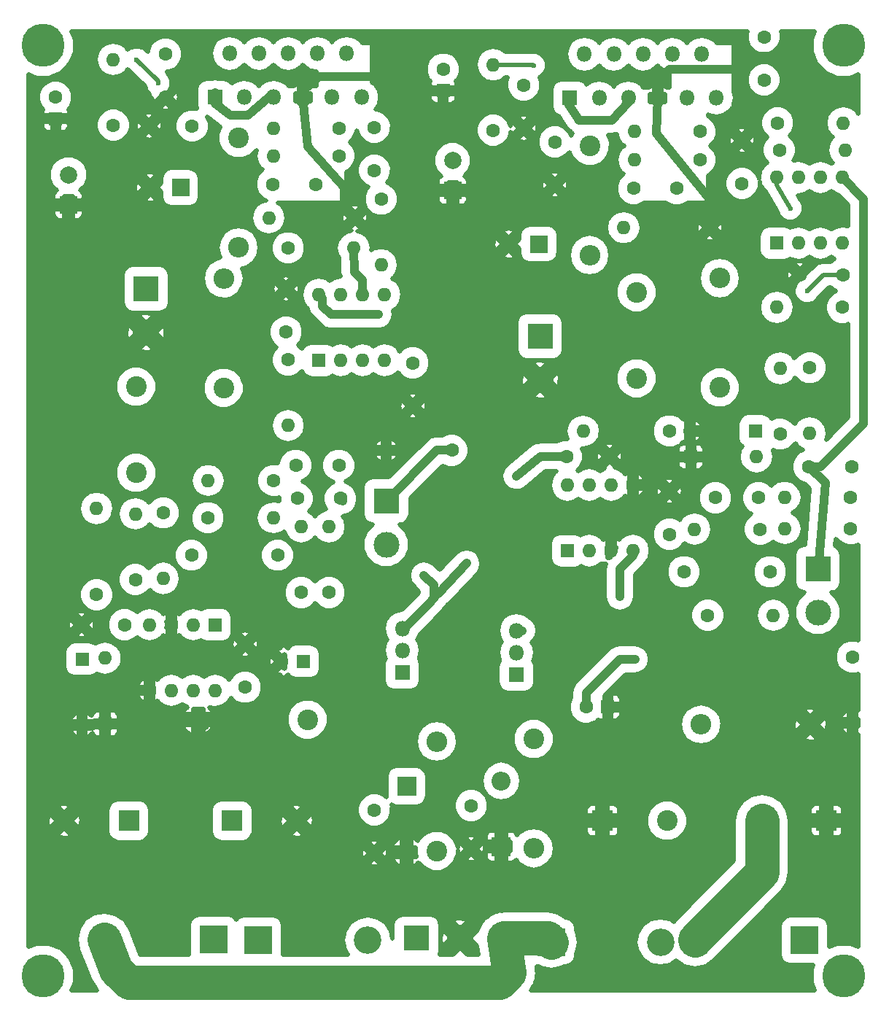
<source format=gbr>
G04 #@! TF.FileFunction,Copper,L1,Top,Signal*
%FSLAX46Y46*%
G04 Gerber Fmt 4.6, Leading zero omitted, Abs format (unit mm)*
G04 Created by KiCad (PCBNEW 4.0.7) date 11/12/20 01:48:35*
%MOMM*%
%LPD*%
G01*
G04 APERTURE LIST*
%ADD10C,0.100000*%
%ADD11R,1.600000X1.600000*%
%ADD12O,1.600000X1.600000*%
%ADD13R,2.400000X2.400000*%
%ADD14C,2.400000*%
%ADD15R,1.800000X1.800000*%
%ADD16O,1.800000X1.800000*%
%ADD17C,1.600000*%
%ADD18O,2.400000X2.400000*%
%ADD19R,2.000000X2.000000*%
%ADD20C,2.000000*%
%ADD21R,3.200000X3.200000*%
%ADD22O,3.200000X3.200000*%
%ADD23R,2.200000X2.200000*%
%ADD24O,2.200000X2.200000*%
%ADD25R,3.000000X3.000000*%
%ADD26C,3.000000*%
%ADD27C,5.000000*%
%ADD28C,0.600000*%
%ADD29C,1.000000*%
%ADD30C,0.500000*%
%ADD31C,4.000000*%
G04 APERTURE END LIST*
D10*
D11*
X103250000Y-99750000D03*
D12*
X110870000Y-99750000D03*
D13*
X93000000Y-142000000D03*
D14*
X100500000Y-142000000D03*
D15*
X48000000Y-58000000D03*
D16*
X49700000Y-52920000D03*
X51400000Y-58000000D03*
X53100000Y-52920000D03*
X54800000Y-58000000D03*
X56500000Y-52920000D03*
X58200000Y-58000000D03*
X59900000Y-52920000D03*
X61600000Y-58000000D03*
X63300000Y-52920000D03*
X65000000Y-58000000D03*
D17*
X59700000Y-68100000D03*
X54700000Y-68100000D03*
D14*
X73750000Y-145500000D03*
D18*
X73750000Y-132800000D03*
D13*
X38000000Y-142000000D03*
D14*
X30500000Y-142000000D03*
D17*
X45275000Y-111175000D03*
X55275000Y-111175000D03*
X62550000Y-104575000D03*
X57550000Y-104575000D03*
X62375000Y-100725000D03*
X57375000Y-100725000D03*
X66500000Y-66500000D03*
X66500000Y-61500000D03*
D11*
X29500000Y-60500000D03*
D17*
X29500000Y-58000000D03*
X64250000Y-72000000D03*
D12*
X54250000Y-72000000D03*
D13*
X50000000Y-142000000D03*
D14*
X57500000Y-142000000D03*
D17*
X34250000Y-115750000D03*
D12*
X34250000Y-105750000D03*
D17*
X45350000Y-61350000D03*
X40350000Y-61350000D03*
X42250000Y-53000000D03*
X42250000Y-58000000D03*
X66500000Y-140750000D03*
X66500000Y-145750000D03*
X77750000Y-145250000D03*
X77750000Y-140250000D03*
D11*
X58250000Y-123500000D03*
D17*
X55750000Y-123500000D03*
D11*
X93600000Y-128800000D03*
D17*
X91100000Y-128800000D03*
X56250000Y-85250000D03*
X56250000Y-80250000D03*
X70975000Y-88850000D03*
X70975000Y-93850000D03*
D19*
X44000000Y-68500000D03*
D20*
X40500000Y-68500000D03*
D19*
X31000000Y-70500000D03*
D20*
X31000000Y-67000000D03*
D17*
X51500000Y-126500000D03*
X51500000Y-121500000D03*
X37500000Y-119250000D03*
X32500000Y-119250000D03*
D21*
X47850000Y-155770000D03*
D22*
X35150000Y-155770000D03*
D21*
X87030000Y-156070000D03*
D22*
X99730000Y-156070000D03*
D11*
X35250000Y-130750000D03*
D12*
X35250000Y-123130000D03*
D11*
X32575000Y-123250000D03*
D12*
X32575000Y-130870000D03*
D21*
X53040000Y-155840000D03*
D22*
X65740000Y-155840000D03*
D21*
X116430000Y-155880000D03*
D22*
X103730000Y-155880000D03*
D23*
X70250000Y-138000000D03*
D24*
X70250000Y-145620000D03*
D23*
X81250000Y-145000000D03*
D24*
X81250000Y-137380000D03*
D25*
X67900000Y-104875000D03*
D26*
X67900000Y-109955000D03*
D25*
X40000000Y-80250000D03*
D26*
X40000000Y-85330000D03*
D15*
X69750000Y-124750000D03*
D16*
X69750000Y-122210000D03*
X69750000Y-119670000D03*
D17*
X75500000Y-99000000D03*
D12*
X67880000Y-99000000D03*
D17*
X61250000Y-115500000D03*
D12*
X61250000Y-107880000D03*
D17*
X58000000Y-115500000D03*
D12*
X58000000Y-107880000D03*
D17*
X47175000Y-106825000D03*
D12*
X54795000Y-106825000D03*
D17*
X54825000Y-102500000D03*
D12*
X47205000Y-102500000D03*
D17*
X56500000Y-88500000D03*
D12*
X56500000Y-96120000D03*
D17*
X56500000Y-75500000D03*
D12*
X64120000Y-75500000D03*
D17*
X67300000Y-69850000D03*
D12*
X67300000Y-77470000D03*
D17*
X36200000Y-61250000D03*
D12*
X36200000Y-53630000D03*
D17*
X62400000Y-61600000D03*
D12*
X54780000Y-61600000D03*
D17*
X62400000Y-64800000D03*
D12*
X54780000Y-64800000D03*
D14*
X50750000Y-62750000D03*
D18*
X50750000Y-75450000D03*
D14*
X49000000Y-91750000D03*
D18*
X49000000Y-79050000D03*
D14*
X85000000Y-132500000D03*
D18*
X85000000Y-145200000D03*
D14*
X58750000Y-130250000D03*
D18*
X46050000Y-130250000D03*
D14*
X117125000Y-130825000D03*
D18*
X104425000Y-130825000D03*
D11*
X60075000Y-88550000D03*
D12*
X67695000Y-80930000D03*
X62615000Y-88550000D03*
X65155000Y-80930000D03*
X65155000Y-88550000D03*
X62615000Y-80930000D03*
X67695000Y-88550000D03*
X60075000Y-80930000D03*
D11*
X48000000Y-119250000D03*
D12*
X40380000Y-126870000D03*
X45460000Y-119250000D03*
X42920000Y-126870000D03*
X42920000Y-119250000D03*
X45460000Y-126870000D03*
X40380000Y-119250000D03*
X48000000Y-126870000D03*
D25*
X71390000Y-155630000D03*
D26*
X76470000Y-155630000D03*
X81550000Y-155630000D03*
D13*
X119000000Y-142000000D03*
D14*
X111500000Y-142000000D03*
D15*
X83000000Y-125000000D03*
D16*
X83000000Y-122460000D03*
X83000000Y-119920000D03*
D14*
X38850000Y-101600000D03*
X38850000Y-91600000D03*
D17*
X38750000Y-114000000D03*
D12*
X38750000Y-106380000D03*
D17*
X42000000Y-106250000D03*
D12*
X42000000Y-113870000D03*
D17*
X112450000Y-113100000D03*
X102450000Y-113100000D03*
X106100000Y-104500000D03*
X111100000Y-104500000D03*
X116950000Y-100900000D03*
X121950000Y-100900000D03*
X109190000Y-68030000D03*
X109190000Y-63030000D03*
X120900000Y-78600000D03*
X115900000Y-78600000D03*
X111750000Y-56000000D03*
X111750000Y-51000000D03*
D19*
X85600000Y-75050000D03*
D20*
X82100000Y-75050000D03*
D17*
X83850000Y-56600000D03*
X83850000Y-61600000D03*
X87450000Y-63200000D03*
X87450000Y-68200000D03*
D19*
X75600000Y-68850000D03*
D20*
X75600000Y-65350000D03*
D11*
X74500000Y-57250000D03*
D17*
X74500000Y-54750000D03*
X101600000Y-68600000D03*
X96600000Y-68600000D03*
X100750000Y-96750000D03*
D12*
X90750000Y-96750000D03*
D17*
X105450000Y-73150000D03*
D12*
X95450000Y-73150000D03*
D17*
X88800000Y-99700000D03*
X93800000Y-99700000D03*
X100750000Y-108750000D03*
X100750000Y-103750000D03*
D11*
X110750000Y-96750000D03*
D12*
X103130000Y-96750000D03*
D25*
X118000000Y-112750000D03*
D26*
X118000000Y-117830000D03*
D25*
X85750000Y-85750000D03*
D26*
X85750000Y-90830000D03*
D14*
X96950000Y-80650000D03*
X96950000Y-90650000D03*
D17*
X105200000Y-118150000D03*
D12*
X112820000Y-118150000D03*
D17*
X111300000Y-108150000D03*
D12*
X103680000Y-108150000D03*
D17*
X121800000Y-108100000D03*
D12*
X114180000Y-108100000D03*
D17*
X121750000Y-104450000D03*
D12*
X114130000Y-104450000D03*
D17*
X120850000Y-82400000D03*
D12*
X113230000Y-82400000D03*
D17*
X113520000Y-64120000D03*
D12*
X121140000Y-64120000D03*
D17*
X113320000Y-60990000D03*
D12*
X120940000Y-60990000D03*
D17*
X80300000Y-61850000D03*
D12*
X80300000Y-54230000D03*
D17*
X104300000Y-65300000D03*
D12*
X96680000Y-65300000D03*
D17*
X104300000Y-62000000D03*
D12*
X96680000Y-62000000D03*
D17*
X113600000Y-97100000D03*
D12*
X113600000Y-89480000D03*
D17*
X117050000Y-89400000D03*
D12*
X117050000Y-97020000D03*
D14*
X91500000Y-63650000D03*
D18*
X91500000Y-76350000D03*
D14*
X106600000Y-91700000D03*
D18*
X106600000Y-79000000D03*
D11*
X113200000Y-74950000D03*
D12*
X120820000Y-67330000D03*
X115740000Y-74950000D03*
X118280000Y-67330000D03*
X118280000Y-74950000D03*
X115740000Y-67330000D03*
X120820000Y-74950000D03*
X113200000Y-67330000D03*
D15*
X89200000Y-58100000D03*
D16*
X90900000Y-53020000D03*
X92600000Y-58100000D03*
X94300000Y-53020000D03*
X96000000Y-58100000D03*
X97700000Y-53020000D03*
X99400000Y-58100000D03*
X101100000Y-53020000D03*
X102800000Y-58100000D03*
X104500000Y-53020000D03*
X106200000Y-58100000D03*
D11*
X88925000Y-110650000D03*
D12*
X96545000Y-103030000D03*
X91465000Y-110650000D03*
X94005000Y-103030000D03*
X94005000Y-110650000D03*
X91465000Y-103030000D03*
X96545000Y-110650000D03*
X88925000Y-103030000D03*
D17*
X122000000Y-123000000D03*
D12*
X122000000Y-130620000D03*
D27*
X121000000Y-160000000D03*
X28000000Y-160000000D03*
X28000000Y-52000000D03*
X121000000Y-52000000D03*
D28*
X41400000Y-56400000D03*
X38900000Y-53650000D03*
X67000000Y-83250000D03*
X72250000Y-113500000D03*
X114810000Y-70920000D03*
X82975000Y-102000000D03*
X77200000Y-112125000D03*
X95000000Y-116000000D03*
X96750000Y-123250000D03*
X116750000Y-80500000D03*
X85000000Y-54300000D03*
D29*
X75500000Y-99000000D02*
X73775000Y-99000000D01*
X73775000Y-99000000D02*
X67900000Y-104875000D01*
X67075000Y-104050000D02*
X67900000Y-104875000D01*
X67675000Y-104650000D02*
X67900000Y-104875000D01*
X67700000Y-80925000D02*
X67695000Y-80930000D01*
X62375000Y-104400000D02*
X62550000Y-104575000D01*
X62850000Y-104875000D02*
X62550000Y-104575000D01*
X67850000Y-104825000D02*
X67900000Y-104875000D01*
X99400000Y-58100000D02*
X99400000Y-56100000D01*
X118250000Y-58250000D02*
X118660000Y-60550000D01*
X113250000Y-53250000D02*
X118250000Y-58250000D01*
X110500000Y-53250000D02*
X113250000Y-53250000D01*
X109000000Y-54750000D02*
X110500000Y-53250000D01*
X100750000Y-54750000D02*
X109000000Y-54750000D01*
X99400000Y-56100000D02*
X100750000Y-54750000D01*
X99400000Y-58100000D02*
X99400000Y-57900000D01*
X58200000Y-58000000D02*
X58200000Y-57300000D01*
X58200000Y-57300000D02*
X60000000Y-55600000D01*
X73250000Y-57250000D02*
X74500000Y-57250000D01*
X70750000Y-55600000D02*
X73250000Y-57250000D01*
X60000000Y-55600000D02*
X70750000Y-55600000D01*
X99400000Y-58100000D02*
X99200000Y-62200000D01*
X105400000Y-69800000D02*
X105450000Y-73150000D01*
X99200000Y-62200000D02*
X105400000Y-69800000D01*
X58200000Y-58000000D02*
X58800000Y-63700000D01*
X63000000Y-70750000D02*
X64250000Y-72000000D01*
X63000000Y-68500000D02*
X63000000Y-70750000D01*
X58800000Y-63700000D02*
X63000000Y-68500000D01*
X46800000Y-131000000D02*
X46050000Y-130250000D01*
X30400000Y-142100000D02*
X30500000Y-142000000D01*
D30*
X41400000Y-56150000D02*
X41400000Y-56400000D01*
X38900000Y-53650000D02*
X41400000Y-56150000D01*
D29*
X96000000Y-58100000D02*
X96000000Y-58550000D01*
X96000000Y-58550000D02*
X94050000Y-60650000D01*
X94050000Y-60650000D02*
X90300000Y-60650000D01*
X90300000Y-60650000D02*
X89000000Y-58750000D01*
X89000000Y-58750000D02*
X89200000Y-58100000D01*
X54800000Y-58000000D02*
X54250000Y-58000000D01*
X54250000Y-58000000D02*
X51800000Y-60100000D01*
X49800000Y-60100000D02*
X48000000Y-58750000D01*
X51800000Y-60100000D02*
X49800000Y-60100000D01*
X48000000Y-58750000D02*
X48000000Y-58000000D01*
X48000000Y-58000000D02*
X48000000Y-57500000D01*
D31*
X103730000Y-155880000D02*
X103730000Y-155770000D01*
X103730000Y-155770000D02*
X111500000Y-148000000D01*
X111500000Y-148000000D02*
X111500000Y-142000000D01*
D29*
X73395858Y-116160059D02*
X73395858Y-114645858D01*
X60500000Y-82250000D02*
X60500000Y-81355000D01*
X61500000Y-83250000D02*
X60500000Y-82250000D01*
X67000000Y-83250000D02*
X61500000Y-83250000D01*
X73395858Y-114645858D02*
X72250000Y-113500000D01*
X60500000Y-81355000D02*
X60075000Y-80930000D01*
D30*
X113200000Y-68200000D02*
X113200000Y-67330000D01*
X114810000Y-70920000D02*
X113200000Y-68200000D01*
D29*
X73750000Y-115750000D02*
X73925000Y-115625000D01*
X85750000Y-99700000D02*
X88800000Y-99700000D01*
X82975000Y-102000000D02*
X85750000Y-99700000D01*
X73925000Y-115625000D02*
X77200000Y-112125000D01*
X69750000Y-119670000D02*
X69980000Y-119670000D01*
X69980000Y-119670000D02*
X72800000Y-116850000D01*
X72800000Y-116850000D02*
X73395858Y-116160059D01*
X73395858Y-116160059D02*
X73750000Y-115750000D01*
X91100000Y-128800000D02*
X91100000Y-127150000D01*
X95000000Y-112750000D02*
X96545000Y-111205000D01*
X95000000Y-116000000D02*
X95000000Y-112750000D01*
X95000000Y-123250000D02*
X96750000Y-123250000D01*
X91100000Y-127150000D02*
X95000000Y-123250000D01*
X96545000Y-111205000D02*
X96545000Y-110650000D01*
D30*
X118650000Y-78600000D02*
X120900000Y-78600000D01*
X116750000Y-80500000D02*
X118650000Y-78600000D01*
D29*
X83000000Y-119920000D02*
X83705000Y-119920000D01*
D31*
X81550000Y-155630000D02*
X86590000Y-155630000D01*
X86590000Y-155630000D02*
X87030000Y-156070000D01*
X81550000Y-155630000D02*
X82170000Y-159670000D01*
X82170000Y-159670000D02*
X81080000Y-160760000D01*
X81080000Y-160760000D02*
X37990000Y-160760000D01*
X37990000Y-160760000D02*
X36530000Y-159300000D01*
X36530000Y-159300000D02*
X35150000Y-155770000D01*
X86850000Y-155890000D02*
X87030000Y-156070000D01*
D29*
X64120000Y-75500000D02*
X64195000Y-78270000D01*
X64195000Y-78270000D02*
X65155000Y-79230000D01*
X65155000Y-79230000D02*
X65155000Y-80930000D01*
D30*
X80300000Y-54230000D02*
X84930000Y-54230000D01*
X84930000Y-54230000D02*
X85000000Y-54300000D01*
D29*
X116950000Y-100900000D02*
X118850000Y-102800000D01*
X118850000Y-102800000D02*
X118000000Y-112750000D01*
X116950000Y-100900000D02*
X118300000Y-100900000D01*
X118300000Y-100900000D02*
X123300000Y-95900000D01*
X123300000Y-95900000D02*
X123300000Y-69810000D01*
X123300000Y-69810000D02*
X120820000Y-67330000D01*
D30*
G36*
X109700357Y-50590441D02*
X109699645Y-51405981D01*
X110011081Y-52159715D01*
X110587252Y-52736892D01*
X111340441Y-53049643D01*
X112155981Y-53050355D01*
X112909715Y-52738919D01*
X113486892Y-52162748D01*
X113799643Y-51409559D01*
X113800355Y-50594019D01*
X113689199Y-50325000D01*
X117635080Y-50325000D01*
X117250652Y-51250806D01*
X117249350Y-52742649D01*
X117819051Y-54121429D01*
X118873022Y-55177242D01*
X120250806Y-55749348D01*
X121742649Y-55750650D01*
X122675000Y-55365410D01*
X122675000Y-59907502D01*
X122429731Y-59540431D01*
X121764663Y-59096047D01*
X120980162Y-58940000D01*
X120899838Y-58940000D01*
X120115337Y-59096047D01*
X119450269Y-59540431D01*
X119005885Y-60205499D01*
X118849838Y-60990000D01*
X119005885Y-61774501D01*
X119450269Y-62439569D01*
X119723024Y-62621818D01*
X119650269Y-62670431D01*
X119205885Y-63335499D01*
X119049838Y-64120000D01*
X119205885Y-64904501D01*
X119650269Y-65569569D01*
X119712916Y-65611428D01*
X119550000Y-65720285D01*
X119064501Y-65395885D01*
X118280000Y-65239838D01*
X117495499Y-65395885D01*
X117010000Y-65720285D01*
X116524501Y-65395885D01*
X115740000Y-65239838D01*
X115190355Y-65349169D01*
X115256892Y-65282748D01*
X115569643Y-64529559D01*
X115570355Y-63714019D01*
X115258919Y-62960285D01*
X114754314Y-62454799D01*
X115056892Y-62152748D01*
X115369643Y-61399559D01*
X115370355Y-60584019D01*
X115058919Y-59830285D01*
X114482748Y-59253108D01*
X113729559Y-58940357D01*
X112914019Y-58939645D01*
X112160285Y-59251081D01*
X111583108Y-59827252D01*
X111270357Y-60580441D01*
X111269645Y-61395981D01*
X111581081Y-62149715D01*
X112085686Y-62655201D01*
X111783108Y-62957252D01*
X111470357Y-63710441D01*
X111469645Y-64525981D01*
X111781081Y-65279715D01*
X112104493Y-65603692D01*
X111750431Y-65840269D01*
X111306047Y-66505337D01*
X111150000Y-67289838D01*
X111150000Y-67370162D01*
X111163494Y-67438001D01*
X110928919Y-66870285D01*
X110352748Y-66293108D01*
X109599559Y-65980357D01*
X108784019Y-65979645D01*
X108030285Y-66291081D01*
X107453108Y-66867252D01*
X107140357Y-67620441D01*
X107139645Y-68435981D01*
X107451081Y-69189715D01*
X108027252Y-69766892D01*
X108780441Y-70079643D01*
X109595981Y-70080355D01*
X110349715Y-69768919D01*
X110926892Y-69192748D01*
X111239643Y-68439559D01*
X111240181Y-67823531D01*
X111306047Y-68154663D01*
X111750431Y-68819731D01*
X111891598Y-68914056D01*
X111909177Y-68964053D01*
X113285425Y-71289143D01*
X113495208Y-71796857D01*
X113930849Y-72233260D01*
X114500333Y-72469730D01*
X115116961Y-72470268D01*
X115686857Y-72234792D01*
X116123260Y-71799151D01*
X116359730Y-71229667D01*
X116360268Y-70613039D01*
X116124792Y-70043143D01*
X115901873Y-69819834D01*
X115655334Y-69403321D01*
X115740000Y-69420162D01*
X116524501Y-69264115D01*
X117010000Y-68939715D01*
X117495499Y-69264115D01*
X118280000Y-69420162D01*
X119064501Y-69264115D01*
X119550000Y-68939715D01*
X120035499Y-69264115D01*
X120339763Y-69324637D01*
X121550000Y-70534874D01*
X121550000Y-73005044D01*
X120820000Y-72859838D01*
X120035499Y-73015885D01*
X119550000Y-73340285D01*
X119064501Y-73015885D01*
X118280000Y-72859838D01*
X117495499Y-73015885D01*
X117010000Y-73340285D01*
X116524501Y-73015885D01*
X115740000Y-72859838D01*
X114955499Y-73015885D01*
X114752675Y-73151407D01*
X114495847Y-72975924D01*
X114000000Y-72875512D01*
X112400000Y-72875512D01*
X111936778Y-72962673D01*
X111511337Y-73236437D01*
X111225924Y-73654153D01*
X111125512Y-74150000D01*
X111125512Y-75750000D01*
X111212673Y-76213222D01*
X111486437Y-76638663D01*
X111904153Y-76924076D01*
X112400000Y-77024488D01*
X114000000Y-77024488D01*
X114463222Y-76937327D01*
X114754563Y-76749854D01*
X114955499Y-76884115D01*
X115733578Y-77038885D01*
X115319983Y-77121154D01*
X115234881Y-77369195D01*
X115900000Y-78034315D01*
X116565119Y-77369195D01*
X116480017Y-77121154D01*
X115876692Y-77012972D01*
X116524501Y-76884115D01*
X117010000Y-76559715D01*
X117495499Y-76884115D01*
X118280000Y-77040162D01*
X119064501Y-76884115D01*
X119550000Y-76559715D01*
X119901397Y-76794511D01*
X119740285Y-76861081D01*
X119500949Y-77100000D01*
X118650000Y-77100000D01*
X118075975Y-77214181D01*
X117589340Y-77539340D01*
X117177707Y-77950973D01*
X117130805Y-77934881D01*
X116465685Y-78600000D01*
X116497183Y-78631497D01*
X115992993Y-79135687D01*
X115905962Y-79171647D01*
X115900000Y-79165685D01*
X115885641Y-79180044D01*
X115873143Y-79185208D01*
X115436740Y-79620849D01*
X115430991Y-79634695D01*
X115234881Y-79830805D01*
X115286765Y-79982029D01*
X115200270Y-80190333D01*
X115199732Y-80806961D01*
X115435208Y-81376857D01*
X115870849Y-81813260D01*
X116440333Y-82049730D01*
X117056961Y-82050268D01*
X117626857Y-81814792D01*
X118063260Y-81379151D01*
X118113741Y-81257579D01*
X119271320Y-80100000D01*
X119500773Y-80100000D01*
X119737252Y-80336892D01*
X120105157Y-80489659D01*
X119690285Y-80661081D01*
X119113108Y-81237252D01*
X118800357Y-81990441D01*
X118799645Y-82805981D01*
X119111081Y-83559715D01*
X119687252Y-84136892D01*
X120440441Y-84449643D01*
X121255981Y-84450355D01*
X121550000Y-84328869D01*
X121550000Y-95175126D01*
X118959718Y-97765408D01*
X119100000Y-97060162D01*
X119100000Y-96979838D01*
X118943953Y-96195337D01*
X118499569Y-95530269D01*
X117834501Y-95085885D01*
X117050000Y-94929838D01*
X116265499Y-95085885D01*
X115600431Y-95530269D01*
X115331460Y-95932813D01*
X114762748Y-95363108D01*
X114009559Y-95050357D01*
X113194019Y-95049645D01*
X112611042Y-95290526D01*
X112463563Y-95061337D01*
X112045847Y-94775924D01*
X111550000Y-94675512D01*
X109950000Y-94675512D01*
X109486778Y-94762673D01*
X109061337Y-95036437D01*
X108775924Y-95454153D01*
X108675512Y-95950000D01*
X108675512Y-97550000D01*
X108762673Y-98013222D01*
X109036437Y-98438663D01*
X109209084Y-98556628D01*
X108935885Y-98965499D01*
X108779838Y-99750000D01*
X108935885Y-100534501D01*
X109380269Y-101199569D01*
X110045337Y-101643953D01*
X110829838Y-101800000D01*
X110910162Y-101800000D01*
X111694663Y-101643953D01*
X112359731Y-101199569D01*
X112804115Y-100534501D01*
X112960162Y-99750000D01*
X112809260Y-98991363D01*
X113190441Y-99149643D01*
X114005981Y-99150355D01*
X114759715Y-98838919D01*
X115336892Y-98262748D01*
X115374648Y-98171822D01*
X115600431Y-98509731D01*
X116265499Y-98954115D01*
X116282836Y-98957564D01*
X115790285Y-99161081D01*
X115213108Y-99737252D01*
X114900357Y-100490441D01*
X114899645Y-101305981D01*
X115211081Y-102059715D01*
X115787252Y-102636892D01*
X116513640Y-102938514D01*
X117037078Y-103461952D01*
X116480327Y-109979214D01*
X116036778Y-110062673D01*
X115611337Y-110336437D01*
X115325924Y-110754153D01*
X115225512Y-111250000D01*
X115225512Y-114250000D01*
X115312673Y-114713222D01*
X115586437Y-115138663D01*
X116004153Y-115424076D01*
X116431042Y-115510524D01*
X115670023Y-116270216D01*
X115250478Y-117280591D01*
X115249523Y-118374609D01*
X115667304Y-119385715D01*
X116440216Y-120159977D01*
X117450591Y-120579522D01*
X118544609Y-120580477D01*
X119555715Y-120162696D01*
X120329977Y-119389784D01*
X120749522Y-118379409D01*
X120750477Y-117285391D01*
X120332696Y-116274285D01*
X119570891Y-115511149D01*
X119963222Y-115437327D01*
X120388663Y-115163563D01*
X120674076Y-114745847D01*
X120774488Y-114250000D01*
X120774488Y-111250000D01*
X120687327Y-110786778D01*
X120413563Y-110361337D01*
X119995847Y-110075924D01*
X119985000Y-110073727D01*
X120055660Y-109246594D01*
X120061081Y-109259715D01*
X120637252Y-109836892D01*
X121390441Y-110149643D01*
X122205981Y-110150355D01*
X122675000Y-109956561D01*
X122675000Y-121060578D01*
X122409559Y-120950357D01*
X121594019Y-120949645D01*
X120840285Y-121261081D01*
X120263108Y-121837252D01*
X119950357Y-122590441D01*
X119949645Y-123405981D01*
X120261081Y-124159715D01*
X120837252Y-124736892D01*
X121590441Y-125049643D01*
X122405981Y-125050355D01*
X122675000Y-124939199D01*
X122675000Y-129224978D01*
X122630631Y-129195335D01*
X122400000Y-129311263D01*
X122400000Y-130220000D01*
X122675000Y-130220000D01*
X122675000Y-131020000D01*
X122400000Y-131020000D01*
X122400000Y-131928737D01*
X122630631Y-132044665D01*
X122675000Y-132015022D01*
X122675000Y-156635080D01*
X121749194Y-156250652D01*
X120257351Y-156249350D01*
X119304488Y-156643065D01*
X119304488Y-154280000D01*
X119217327Y-153816778D01*
X118943563Y-153391337D01*
X118525847Y-153105924D01*
X118030000Y-153005512D01*
X114830000Y-153005512D01*
X114366778Y-153092673D01*
X113941337Y-153366437D01*
X113655924Y-153784153D01*
X113555512Y-154280000D01*
X113555512Y-157480000D01*
X113642673Y-157943222D01*
X113916437Y-158368663D01*
X114334153Y-158654076D01*
X114830000Y-158754488D01*
X117456741Y-158754488D01*
X117250652Y-159250806D01*
X117249350Y-160742649D01*
X117634590Y-161675000D01*
X84700432Y-161675000D01*
X84790101Y-161592906D01*
X84955448Y-161238724D01*
X85172608Y-160913721D01*
X85221187Y-160669496D01*
X85326522Y-160443864D01*
X85343743Y-160053367D01*
X85420000Y-159670000D01*
X85371421Y-159425777D01*
X85382392Y-159177009D01*
X85344037Y-158927080D01*
X85430000Y-158944488D01*
X85594534Y-158944488D01*
X85786279Y-159072608D01*
X87030000Y-159320000D01*
X88273721Y-159072608D01*
X88465466Y-158944488D01*
X88630000Y-158944488D01*
X89093222Y-158857327D01*
X89518663Y-158583563D01*
X89804076Y-158165847D01*
X89904488Y-157670000D01*
X89904488Y-157505466D01*
X90032608Y-157313721D01*
X90280000Y-156070000D01*
X96824165Y-156070000D01*
X97041108Y-157160648D01*
X97658911Y-158085254D01*
X98583517Y-158703057D01*
X99674165Y-158920000D01*
X99785835Y-158920000D01*
X100876483Y-158703057D01*
X101547022Y-158255017D01*
X102486279Y-158882608D01*
X103730000Y-159130000D01*
X104973721Y-158882608D01*
X106028097Y-158178097D01*
X106249600Y-157846594D01*
X113798097Y-150298097D01*
X114502608Y-149243721D01*
X114750000Y-148000000D01*
X114750000Y-142789500D01*
X117042000Y-142789500D01*
X117042000Y-143350775D01*
X117157398Y-143629372D01*
X117370627Y-143842601D01*
X117649224Y-143958000D01*
X118210500Y-143958000D01*
X118400000Y-143768500D01*
X118400000Y-142600000D01*
X119600000Y-142600000D01*
X119600000Y-143768500D01*
X119789500Y-143958000D01*
X120350776Y-143958000D01*
X120629373Y-143842601D01*
X120842602Y-143629372D01*
X120958000Y-143350775D01*
X120958000Y-142789500D01*
X120768500Y-142600000D01*
X119600000Y-142600000D01*
X118400000Y-142600000D01*
X117231500Y-142600000D01*
X117042000Y-142789500D01*
X114750000Y-142789500D01*
X114750000Y-142000000D01*
X114502608Y-140756279D01*
X114431077Y-140649225D01*
X117042000Y-140649225D01*
X117042000Y-141210500D01*
X117231500Y-141400000D01*
X118400000Y-141400000D01*
X118400000Y-140231500D01*
X119600000Y-140231500D01*
X119600000Y-141400000D01*
X120768500Y-141400000D01*
X120958000Y-141210500D01*
X120958000Y-140649225D01*
X120842602Y-140370628D01*
X120629373Y-140157399D01*
X120350776Y-140042000D01*
X119789500Y-140042000D01*
X119600000Y-140231500D01*
X118400000Y-140231500D01*
X118210500Y-140042000D01*
X117649224Y-140042000D01*
X117370627Y-140157399D01*
X117157398Y-140370628D01*
X117042000Y-140649225D01*
X114431077Y-140649225D01*
X113798097Y-139701903D01*
X112743721Y-138997392D01*
X111500000Y-138750000D01*
X110256279Y-138997392D01*
X109201903Y-139701903D01*
X108497392Y-140756279D01*
X108250000Y-142000000D01*
X108250000Y-146653806D01*
X101431903Y-153471903D01*
X101276617Y-153704305D01*
X100876483Y-153436943D01*
X99785835Y-153220000D01*
X99674165Y-153220000D01*
X98583517Y-153436943D01*
X97658911Y-154054746D01*
X97041108Y-154979352D01*
X96824165Y-156070000D01*
X90280000Y-156070000D01*
X90032608Y-154826279D01*
X89904488Y-154634534D01*
X89904488Y-154470000D01*
X89817327Y-154006778D01*
X89543563Y-153581337D01*
X89125847Y-153295924D01*
X88707445Y-153211195D01*
X87833721Y-152627392D01*
X86590000Y-152380000D01*
X81550000Y-152380000D01*
X81305777Y-152428579D01*
X81057009Y-152417608D01*
X80689643Y-152551136D01*
X80306279Y-152627392D01*
X80099236Y-152765733D01*
X79865207Y-152850797D01*
X79576906Y-153114743D01*
X79251903Y-153331903D01*
X79113562Y-153538946D01*
X78929899Y-153707093D01*
X78764551Y-154061278D01*
X78547392Y-154386279D01*
X78498813Y-154630502D01*
X78426811Y-154784734D01*
X78396961Y-154763699D01*
X77530660Y-155630000D01*
X78394524Y-156493864D01*
X78550466Y-157510000D01*
X77289340Y-157510000D01*
X76470000Y-156690660D01*
X75650660Y-157510000D01*
X74087536Y-157510000D01*
X74164488Y-157130000D01*
X74164488Y-155851149D01*
X74178408Y-155851149D01*
X74268216Y-156302639D01*
X74543039Y-156496301D01*
X75409340Y-155630000D01*
X74543039Y-154763699D01*
X74268216Y-154957361D01*
X74178408Y-155851149D01*
X74164488Y-155851149D01*
X74164488Y-154130000D01*
X74084150Y-153703039D01*
X75603699Y-153703039D01*
X76470000Y-154569340D01*
X77336301Y-153703039D01*
X77142639Y-153428216D01*
X76248851Y-153338408D01*
X75797361Y-153428216D01*
X75603699Y-153703039D01*
X74084150Y-153703039D01*
X74077327Y-153666778D01*
X73803563Y-153241337D01*
X73385847Y-152955924D01*
X72890000Y-152855512D01*
X69890000Y-152855512D01*
X69426778Y-152942673D01*
X69001337Y-153216437D01*
X68715924Y-153634153D01*
X68615512Y-154130000D01*
X68615512Y-155687556D01*
X68428892Y-154749352D01*
X67811089Y-153824746D01*
X66886483Y-153206943D01*
X65795835Y-152990000D01*
X65684165Y-152990000D01*
X64593517Y-153206943D01*
X63668911Y-153824746D01*
X63051108Y-154749352D01*
X62834165Y-155840000D01*
X63051108Y-156930648D01*
X63438219Y-157510000D01*
X55900313Y-157510000D01*
X55914488Y-157440000D01*
X55914488Y-154240000D01*
X55827327Y-153776778D01*
X55553563Y-153351337D01*
X55135847Y-153065924D01*
X54640000Y-152965512D01*
X51440000Y-152965512D01*
X50976778Y-153052673D01*
X50551337Y-153326437D01*
X50469580Y-153446092D01*
X50363563Y-153281337D01*
X49945847Y-152995924D01*
X49450000Y-152895512D01*
X46250000Y-152895512D01*
X45786778Y-152982673D01*
X45361337Y-153256437D01*
X45075924Y-153674153D01*
X44975512Y-154170000D01*
X44975512Y-157370000D01*
X45001855Y-157510000D01*
X39336194Y-157510000D01*
X39309193Y-157482999D01*
X38176918Y-154586672D01*
X37493668Y-153518396D01*
X36453615Y-152792906D01*
X35215099Y-152520653D01*
X33966672Y-152743082D01*
X32898396Y-153426332D01*
X32172906Y-154466385D01*
X31900653Y-155704901D01*
X32123082Y-156953328D01*
X33503081Y-160483328D01*
X33520930Y-160511236D01*
X33527392Y-160543721D01*
X33861902Y-161044351D01*
X34186332Y-161551603D01*
X34213499Y-161570553D01*
X34231903Y-161598097D01*
X34308806Y-161675000D01*
X31364920Y-161675000D01*
X31749348Y-160749194D01*
X31750650Y-159257351D01*
X31180949Y-157878571D01*
X30126978Y-156822758D01*
X28749194Y-156250652D01*
X27257351Y-156249350D01*
X26325000Y-156634590D01*
X26325000Y-146980805D01*
X65834881Y-146980805D01*
X65919983Y-147228846D01*
X66530064Y-147338239D01*
X67080017Y-147228846D01*
X67165119Y-146980805D01*
X66625178Y-146440863D01*
X68583125Y-146440863D01*
X69024139Y-147016264D01*
X69429143Y-147286840D01*
X69700000Y-147195244D01*
X69700000Y-146170000D01*
X68664736Y-146170000D01*
X68583125Y-146440863D01*
X66625178Y-146440863D01*
X66500000Y-146315685D01*
X65834881Y-146980805D01*
X26325000Y-146980805D01*
X26325000Y-145780064D01*
X64911761Y-145780064D01*
X65021154Y-146330017D01*
X65269195Y-146415119D01*
X65934315Y-145750000D01*
X67065685Y-145750000D01*
X67730805Y-146415119D01*
X67978846Y-146330017D01*
X68088239Y-145719936D01*
X67978846Y-145169983D01*
X67730805Y-145084881D01*
X67065685Y-145750000D01*
X65934315Y-145750000D01*
X65269195Y-145084881D01*
X65021154Y-145169983D01*
X64911761Y-145780064D01*
X26325000Y-145780064D01*
X26325000Y-144519195D01*
X65834881Y-144519195D01*
X66500000Y-145184315D01*
X66885177Y-144799137D01*
X68583125Y-144799137D01*
X68664736Y-145070000D01*
X69700000Y-145070000D01*
X69700000Y-144044756D01*
X70800000Y-144044756D01*
X70800000Y-145070000D01*
X71300375Y-145070000D01*
X71299576Y-145985197D01*
X71350000Y-146107232D01*
X71350000Y-146170000D01*
X70800000Y-146170000D01*
X70800000Y-147195244D01*
X71070857Y-147286840D01*
X71475861Y-147016264D01*
X71587963Y-146870002D01*
X71665170Y-146870002D01*
X71671780Y-146886000D01*
X72360375Y-147575798D01*
X73260527Y-147949573D01*
X74235197Y-147950424D01*
X75136000Y-147578220D01*
X75825798Y-146889625D01*
X75995554Y-146480805D01*
X77084881Y-146480805D01*
X77169983Y-146728846D01*
X77780064Y-146838239D01*
X78330017Y-146728846D01*
X78415119Y-146480805D01*
X77750000Y-145815685D01*
X77084881Y-146480805D01*
X75995554Y-146480805D01*
X76199573Y-145989473D01*
X76200024Y-145472426D01*
X76271154Y-145830017D01*
X76519195Y-145915119D01*
X77184315Y-145250000D01*
X78315685Y-145250000D01*
X78980805Y-145915119D01*
X79228846Y-145830017D01*
X79245076Y-145739500D01*
X79392000Y-145739500D01*
X79392000Y-146250776D01*
X79507399Y-146529373D01*
X79720628Y-146742602D01*
X79999225Y-146858000D01*
X80510500Y-146858000D01*
X80700000Y-146668500D01*
X80700000Y-145550000D01*
X79581500Y-145550000D01*
X79392000Y-145739500D01*
X79245076Y-145739500D01*
X79338239Y-145219936D01*
X79228846Y-144669983D01*
X78980805Y-144584881D01*
X78315685Y-145250000D01*
X77184315Y-145250000D01*
X76519195Y-144584881D01*
X76271154Y-144669983D01*
X76200380Y-145064685D01*
X76200424Y-145014803D01*
X75828220Y-144114000D01*
X75733581Y-144019195D01*
X77084881Y-144019195D01*
X77750000Y-144684315D01*
X78415119Y-144019195D01*
X78330017Y-143771154D01*
X78207715Y-143749224D01*
X79392000Y-143749224D01*
X79392000Y-144260500D01*
X79581500Y-144450000D01*
X80700000Y-144450000D01*
X80700000Y-143331500D01*
X81800000Y-143331500D01*
X81800000Y-144450000D01*
X82350000Y-144450000D01*
X82350000Y-145550000D01*
X81800000Y-145550000D01*
X81800000Y-146668500D01*
X81989500Y-146858000D01*
X82500775Y-146858000D01*
X82779372Y-146742602D01*
X82976784Y-146545190D01*
X83267588Y-146980410D01*
X84062426Y-147511503D01*
X85000000Y-147697998D01*
X85937574Y-147511503D01*
X86732412Y-146980410D01*
X87263505Y-146185572D01*
X87450000Y-145247998D01*
X87450000Y-145152002D01*
X87263505Y-144214428D01*
X86732412Y-143419590D01*
X85937574Y-142888497D01*
X85439883Y-142789500D01*
X91042000Y-142789500D01*
X91042000Y-143350775D01*
X91157398Y-143629372D01*
X91370627Y-143842601D01*
X91649224Y-143958000D01*
X92210500Y-143958000D01*
X92400000Y-143768500D01*
X92400000Y-142600000D01*
X93600000Y-142600000D01*
X93600000Y-143768500D01*
X93789500Y-143958000D01*
X94350776Y-143958000D01*
X94629373Y-143842601D01*
X94842602Y-143629372D01*
X94958000Y-143350775D01*
X94958000Y-142789500D01*
X94768500Y-142600000D01*
X93600000Y-142600000D01*
X92400000Y-142600000D01*
X91231500Y-142600000D01*
X91042000Y-142789500D01*
X85439883Y-142789500D01*
X85000000Y-142702002D01*
X84062426Y-142888497D01*
X83267588Y-143419590D01*
X83084784Y-143693176D01*
X82992601Y-143470627D01*
X82779372Y-143257398D01*
X82500775Y-143142000D01*
X81989500Y-143142000D01*
X81800000Y-143331500D01*
X80700000Y-143331500D01*
X80510500Y-143142000D01*
X79999225Y-143142000D01*
X79720628Y-143257398D01*
X79507399Y-143470627D01*
X79392000Y-143749224D01*
X78207715Y-143749224D01*
X77719936Y-143661761D01*
X77169983Y-143771154D01*
X77084881Y-144019195D01*
X75733581Y-144019195D01*
X75139625Y-143424202D01*
X74239473Y-143050427D01*
X73264803Y-143049576D01*
X72364000Y-143421780D01*
X71674202Y-144110375D01*
X71573975Y-144351748D01*
X71475861Y-144223736D01*
X71070857Y-143953160D01*
X70800000Y-144044756D01*
X69700000Y-144044756D01*
X69429143Y-143953160D01*
X69024139Y-144223736D01*
X68583125Y-144799137D01*
X66885177Y-144799137D01*
X67165119Y-144519195D01*
X67080017Y-144271154D01*
X66469936Y-144161761D01*
X65919983Y-144271154D01*
X65834881Y-144519195D01*
X26325000Y-144519195D01*
X26325000Y-143629407D01*
X29719121Y-143629407D01*
X29866232Y-143893089D01*
X30638928Y-143991518D01*
X31133768Y-143893089D01*
X31280879Y-143629407D01*
X30500000Y-142848528D01*
X29719121Y-143629407D01*
X26325000Y-143629407D01*
X26325000Y-142138928D01*
X28508482Y-142138928D01*
X28606911Y-142633768D01*
X28870593Y-142780879D01*
X29651472Y-142000000D01*
X31348528Y-142000000D01*
X32129407Y-142780879D01*
X32393089Y-142633768D01*
X32491518Y-141861072D01*
X32393089Y-141366232D01*
X32129407Y-141219121D01*
X31348528Y-142000000D01*
X29651472Y-142000000D01*
X28870593Y-141219121D01*
X28606911Y-141366232D01*
X28508482Y-142138928D01*
X26325000Y-142138928D01*
X26325000Y-140370593D01*
X29719121Y-140370593D01*
X30500000Y-141151472D01*
X30851472Y-140800000D01*
X35525512Y-140800000D01*
X35525512Y-143200000D01*
X35612673Y-143663222D01*
X35886437Y-144088663D01*
X36304153Y-144374076D01*
X36800000Y-144474488D01*
X39200000Y-144474488D01*
X39663222Y-144387327D01*
X40088663Y-144113563D01*
X40374076Y-143695847D01*
X40474488Y-143200000D01*
X40474488Y-140800000D01*
X47525512Y-140800000D01*
X47525512Y-143200000D01*
X47612673Y-143663222D01*
X47886437Y-144088663D01*
X48304153Y-144374076D01*
X48800000Y-144474488D01*
X51200000Y-144474488D01*
X51663222Y-144387327D01*
X52088663Y-144113563D01*
X52374076Y-143695847D01*
X52387530Y-143629407D01*
X56719121Y-143629407D01*
X56866232Y-143893089D01*
X57638928Y-143991518D01*
X58133768Y-143893089D01*
X58280879Y-143629407D01*
X57500000Y-142848528D01*
X56719121Y-143629407D01*
X52387530Y-143629407D01*
X52474488Y-143200000D01*
X52474488Y-142138928D01*
X55508482Y-142138928D01*
X55606911Y-142633768D01*
X55870593Y-142780879D01*
X56651472Y-142000000D01*
X58348528Y-142000000D01*
X59129407Y-142780879D01*
X59393089Y-142633768D01*
X59491518Y-141861072D01*
X59393089Y-141366232D01*
X59129407Y-141219121D01*
X58348528Y-142000000D01*
X56651472Y-142000000D01*
X55870593Y-141219121D01*
X55606911Y-141366232D01*
X55508482Y-142138928D01*
X52474488Y-142138928D01*
X52474488Y-141155981D01*
X64449645Y-141155981D01*
X64761081Y-141909715D01*
X65337252Y-142486892D01*
X66090441Y-142799643D01*
X66905981Y-142800355D01*
X67659715Y-142488919D01*
X67663443Y-142485197D01*
X98049576Y-142485197D01*
X98421780Y-143386000D01*
X99110375Y-144075798D01*
X100010527Y-144449573D01*
X100985197Y-144450424D01*
X101886000Y-144078220D01*
X102575798Y-143389625D01*
X102949573Y-142489473D01*
X102950424Y-141514803D01*
X102578220Y-140614000D01*
X101889625Y-139924202D01*
X100989473Y-139550427D01*
X100014803Y-139549576D01*
X99114000Y-139921780D01*
X98424202Y-140610375D01*
X98050427Y-141510527D01*
X98049576Y-142485197D01*
X67663443Y-142485197D01*
X68236892Y-141912748D01*
X68549643Y-141159559D01*
X68550082Y-140655981D01*
X75699645Y-140655981D01*
X76011081Y-141409715D01*
X76587252Y-141986892D01*
X77340441Y-142299643D01*
X78155981Y-142300355D01*
X78909715Y-141988919D01*
X79486892Y-141412748D01*
X79799643Y-140659559D01*
X79799652Y-140649225D01*
X91042000Y-140649225D01*
X91042000Y-141210500D01*
X91231500Y-141400000D01*
X92400000Y-141400000D01*
X92400000Y-140231500D01*
X93600000Y-140231500D01*
X93600000Y-141400000D01*
X94768500Y-141400000D01*
X94958000Y-141210500D01*
X94958000Y-140649225D01*
X94842602Y-140370628D01*
X94629373Y-140157399D01*
X94350776Y-140042000D01*
X93789500Y-140042000D01*
X93600000Y-140231500D01*
X92400000Y-140231500D01*
X92210500Y-140042000D01*
X91649224Y-140042000D01*
X91370627Y-140157399D01*
X91157398Y-140370628D01*
X91042000Y-140649225D01*
X79799652Y-140649225D01*
X79800355Y-139844019D01*
X79488919Y-139090285D01*
X78912748Y-138513108D01*
X78159559Y-138200357D01*
X77344019Y-138199645D01*
X76590285Y-138511081D01*
X76013108Y-139087252D01*
X75700357Y-139840441D01*
X75699645Y-140655981D01*
X68550082Y-140655981D01*
X68550355Y-140344019D01*
X68469254Y-140147740D01*
X68654153Y-140274076D01*
X69150000Y-140374488D01*
X71350000Y-140374488D01*
X71813222Y-140287327D01*
X72238663Y-140013563D01*
X72524076Y-139595847D01*
X72624488Y-139100000D01*
X72624488Y-137333961D01*
X78900000Y-137333961D01*
X78900000Y-137426039D01*
X79078883Y-138325345D01*
X79588299Y-139087740D01*
X80350694Y-139597156D01*
X81250000Y-139776039D01*
X82149306Y-139597156D01*
X82911701Y-139087740D01*
X83421117Y-138325345D01*
X83600000Y-137426039D01*
X83600000Y-137333961D01*
X83421117Y-136434655D01*
X82911701Y-135672260D01*
X82149306Y-135162844D01*
X81250000Y-134983961D01*
X80350694Y-135162844D01*
X79588299Y-135672260D01*
X79078883Y-136434655D01*
X78900000Y-137333961D01*
X72624488Y-137333961D01*
X72624488Y-136900000D01*
X72537327Y-136436778D01*
X72263563Y-136011337D01*
X71845847Y-135725924D01*
X71350000Y-135625512D01*
X69150000Y-135625512D01*
X68686778Y-135712673D01*
X68261337Y-135986437D01*
X67975924Y-136404153D01*
X67875512Y-136900000D01*
X67875512Y-139100000D01*
X67904784Y-139255566D01*
X67662748Y-139013108D01*
X66909559Y-138700357D01*
X66094019Y-138699645D01*
X65340285Y-139011081D01*
X64763108Y-139587252D01*
X64450357Y-140340441D01*
X64449645Y-141155981D01*
X52474488Y-141155981D01*
X52474488Y-140800000D01*
X52393690Y-140370593D01*
X56719121Y-140370593D01*
X57500000Y-141151472D01*
X58280879Y-140370593D01*
X58133768Y-140106911D01*
X57361072Y-140008482D01*
X56866232Y-140106911D01*
X56719121Y-140370593D01*
X52393690Y-140370593D01*
X52387327Y-140336778D01*
X52113563Y-139911337D01*
X51695847Y-139625924D01*
X51200000Y-139525512D01*
X48800000Y-139525512D01*
X48336778Y-139612673D01*
X47911337Y-139886437D01*
X47625924Y-140304153D01*
X47525512Y-140800000D01*
X40474488Y-140800000D01*
X40387327Y-140336778D01*
X40113563Y-139911337D01*
X39695847Y-139625924D01*
X39200000Y-139525512D01*
X36800000Y-139525512D01*
X36336778Y-139612673D01*
X35911337Y-139886437D01*
X35625924Y-140304153D01*
X35525512Y-140800000D01*
X30851472Y-140800000D01*
X31280879Y-140370593D01*
X31133768Y-140106911D01*
X30361072Y-140008482D01*
X29866232Y-140106911D01*
X29719121Y-140370593D01*
X26325000Y-140370593D01*
X26325000Y-132752002D01*
X71300000Y-132752002D01*
X71300000Y-132847998D01*
X71486495Y-133785572D01*
X72017588Y-134580410D01*
X72812426Y-135111503D01*
X73750000Y-135297998D01*
X74687574Y-135111503D01*
X75482412Y-134580410D01*
X76013505Y-133785572D01*
X76172709Y-132985197D01*
X82549576Y-132985197D01*
X82921780Y-133886000D01*
X83610375Y-134575798D01*
X84510527Y-134949573D01*
X85485197Y-134950424D01*
X86386000Y-134578220D01*
X87075798Y-133889625D01*
X87449573Y-132989473D01*
X87450424Y-132014803D01*
X87078220Y-131114000D01*
X86389625Y-130424202D01*
X85489473Y-130050427D01*
X84514803Y-130049576D01*
X83614000Y-130421780D01*
X82924202Y-131110375D01*
X82550427Y-132010527D01*
X82549576Y-132985197D01*
X76172709Y-132985197D01*
X76200000Y-132847998D01*
X76200000Y-132752002D01*
X76013505Y-131814428D01*
X75482412Y-131019590D01*
X74687574Y-130488497D01*
X73750000Y-130302002D01*
X72812426Y-130488497D01*
X72017588Y-131019590D01*
X71486495Y-131814428D01*
X71300000Y-132752002D01*
X26325000Y-132752002D01*
X26325000Y-131500635D01*
X31150306Y-131500635D01*
X31500088Y-131997838D01*
X31944369Y-132294665D01*
X32175000Y-132178737D01*
X32175000Y-131270000D01*
X32975000Y-131270000D01*
X32975000Y-132178737D01*
X33205631Y-132294665D01*
X33649912Y-131997838D01*
X33753850Y-131850094D01*
X33807399Y-131979373D01*
X34020628Y-132192602D01*
X34299225Y-132308000D01*
X34660500Y-132308000D01*
X34850000Y-132118500D01*
X34850000Y-131150000D01*
X35650000Y-131150000D01*
X35650000Y-132118500D01*
X35839500Y-132308000D01*
X36200775Y-132308000D01*
X36479372Y-132192602D01*
X36692601Y-131979373D01*
X36808000Y-131700776D01*
X36808000Y-131339500D01*
X36618500Y-131150000D01*
X35650000Y-131150000D01*
X34850000Y-131150000D01*
X33881500Y-131150000D01*
X33761500Y-131270000D01*
X32975000Y-131270000D01*
X32175000Y-131270000D01*
X31258693Y-131270000D01*
X31150306Y-131500635D01*
X26325000Y-131500635D01*
X26325000Y-131134176D01*
X44303003Y-131134176D01*
X44564562Y-131525685D01*
X45165818Y-131997032D01*
X45450000Y-131924340D01*
X45450000Y-130850000D01*
X46650000Y-130850000D01*
X46650000Y-131924340D01*
X46934182Y-131997032D01*
X47535438Y-131525685D01*
X47796997Y-131134176D01*
X47713608Y-130850000D01*
X46650000Y-130850000D01*
X45450000Y-130850000D01*
X44386392Y-130850000D01*
X44303003Y-131134176D01*
X26325000Y-131134176D01*
X26325000Y-130735197D01*
X56299576Y-130735197D01*
X56671780Y-131636000D01*
X57360375Y-132325798D01*
X58260527Y-132699573D01*
X59235197Y-132700424D01*
X60136000Y-132328220D01*
X60825798Y-131639625D01*
X61199573Y-130739473D01*
X61200424Y-129764803D01*
X60969524Y-129205981D01*
X89049645Y-129205981D01*
X89361081Y-129959715D01*
X89937252Y-130536892D01*
X90690441Y-130849643D01*
X91505981Y-130850355D01*
X91567344Y-130825000D01*
X101927002Y-130825000D01*
X102113497Y-131762574D01*
X102644590Y-132557412D01*
X103439428Y-133088505D01*
X104377002Y-133275000D01*
X104472998Y-133275000D01*
X105410572Y-133088505D01*
X106205410Y-132557412D01*
X106274235Y-132454407D01*
X116344121Y-132454407D01*
X116491232Y-132718089D01*
X117263928Y-132816518D01*
X117758768Y-132718089D01*
X117905879Y-132454407D01*
X117125000Y-131673528D01*
X116344121Y-132454407D01*
X106274235Y-132454407D01*
X106736503Y-131762574D01*
X106895363Y-130963928D01*
X115133482Y-130963928D01*
X115231911Y-131458768D01*
X115495593Y-131605879D01*
X116276472Y-130825000D01*
X117973528Y-130825000D01*
X118754407Y-131605879D01*
X119018089Y-131458768D01*
X119044601Y-131250635D01*
X120575306Y-131250635D01*
X120925088Y-131747838D01*
X121369369Y-132044665D01*
X121600000Y-131928737D01*
X121600000Y-131020000D01*
X120683693Y-131020000D01*
X120575306Y-131250635D01*
X119044601Y-131250635D01*
X119116518Y-130686072D01*
X119018089Y-130191232D01*
X118754407Y-130044121D01*
X117973528Y-130825000D01*
X116276472Y-130825000D01*
X115495593Y-130044121D01*
X115231911Y-130191232D01*
X115133482Y-130963928D01*
X106895363Y-130963928D01*
X106922998Y-130825000D01*
X106756780Y-129989365D01*
X120575306Y-129989365D01*
X120683693Y-130220000D01*
X121600000Y-130220000D01*
X121600000Y-129311263D01*
X121369369Y-129195335D01*
X120925088Y-129492162D01*
X120575306Y-129989365D01*
X106756780Y-129989365D01*
X106736503Y-129887426D01*
X106274236Y-129195593D01*
X116344121Y-129195593D01*
X117125000Y-129976472D01*
X117905879Y-129195593D01*
X117758768Y-128931911D01*
X116986072Y-128833482D01*
X116491232Y-128931911D01*
X116344121Y-129195593D01*
X106274236Y-129195593D01*
X106205410Y-129092588D01*
X105410572Y-128561495D01*
X104472998Y-128375000D01*
X104377002Y-128375000D01*
X103439428Y-128561495D01*
X102644590Y-129092588D01*
X102113497Y-129887426D01*
X101927002Y-130825000D01*
X91567344Y-130825000D01*
X92259715Y-130538919D01*
X92502027Y-130297029D01*
X92649224Y-130358000D01*
X93010500Y-130358000D01*
X93200000Y-130168500D01*
X93200000Y-129200000D01*
X94000000Y-129200000D01*
X94000000Y-130168500D01*
X94189500Y-130358000D01*
X94550776Y-130358000D01*
X94829373Y-130242601D01*
X95042602Y-130029372D01*
X95158000Y-129750775D01*
X95158000Y-129389500D01*
X94968500Y-129200000D01*
X94000000Y-129200000D01*
X93200000Y-129200000D01*
X93149651Y-129200000D01*
X93150350Y-128400000D01*
X93200000Y-128400000D01*
X93200000Y-127524874D01*
X93293374Y-127431500D01*
X94000000Y-127431500D01*
X94000000Y-128400000D01*
X94968500Y-128400000D01*
X95158000Y-128210500D01*
X95158000Y-127849225D01*
X95042602Y-127570628D01*
X94829373Y-127357399D01*
X94550776Y-127242000D01*
X94189500Y-127242000D01*
X94000000Y-127431500D01*
X93293374Y-127431500D01*
X95724874Y-125000000D01*
X96750000Y-125000000D01*
X97419696Y-124866789D01*
X97987437Y-124487437D01*
X98366789Y-123919696D01*
X98500000Y-123250000D01*
X98366789Y-122580304D01*
X97987437Y-122012563D01*
X97419696Y-121633211D01*
X96750000Y-121500000D01*
X95000000Y-121500000D01*
X94330304Y-121633211D01*
X93762563Y-122012563D01*
X89862563Y-125912563D01*
X89483211Y-126480304D01*
X89350000Y-127150000D01*
X89350000Y-127668820D01*
X89050357Y-128390441D01*
X89049645Y-129205981D01*
X60969524Y-129205981D01*
X60828220Y-128864000D01*
X60139625Y-128174202D01*
X59239473Y-127800427D01*
X58264803Y-127799576D01*
X57364000Y-128171780D01*
X56674202Y-128860375D01*
X56300427Y-129760527D01*
X56299576Y-130735197D01*
X26325000Y-130735197D01*
X26325000Y-130239365D01*
X31150306Y-130239365D01*
X31258693Y-130470000D01*
X32175000Y-130470000D01*
X32175000Y-129561263D01*
X32975000Y-129561263D01*
X32975000Y-130470000D01*
X33891307Y-130470000D01*
X33947701Y-130350000D01*
X34850000Y-130350000D01*
X34850000Y-129381500D01*
X35650000Y-129381500D01*
X35650000Y-130350000D01*
X36618500Y-130350000D01*
X36808000Y-130160500D01*
X36808000Y-129799224D01*
X36692601Y-129520627D01*
X36479372Y-129307398D01*
X36200775Y-129192000D01*
X35839500Y-129192000D01*
X35650000Y-129381500D01*
X34850000Y-129381500D01*
X34660500Y-129192000D01*
X34299225Y-129192000D01*
X34020628Y-129307398D01*
X33807399Y-129520627D01*
X33692000Y-129799224D01*
X33692000Y-129801989D01*
X33649912Y-129742162D01*
X33205631Y-129445335D01*
X32975000Y-129561263D01*
X32175000Y-129561263D01*
X31944369Y-129445335D01*
X31500088Y-129742162D01*
X31150306Y-130239365D01*
X26325000Y-130239365D01*
X26325000Y-127500635D01*
X38955306Y-127500635D01*
X39305088Y-127997838D01*
X39749369Y-128294665D01*
X39980000Y-128178737D01*
X39980000Y-127270000D01*
X39063693Y-127270000D01*
X38955306Y-127500635D01*
X26325000Y-127500635D01*
X26325000Y-126239365D01*
X38955306Y-126239365D01*
X39063693Y-126470000D01*
X39980000Y-126470000D01*
X39980000Y-125561263D01*
X40780000Y-125561263D01*
X40780000Y-126470000D01*
X40941576Y-126470000D01*
X40870000Y-126829838D01*
X40870000Y-126910162D01*
X40941576Y-127270000D01*
X40780000Y-127270000D01*
X40780000Y-128178737D01*
X41010631Y-128294665D01*
X41272061Y-128120002D01*
X41310249Y-128120002D01*
X41470431Y-128359731D01*
X42135499Y-128804115D01*
X42920000Y-128960162D01*
X43704501Y-128804115D01*
X44190000Y-128479715D01*
X44675499Y-128804115D01*
X44760184Y-128820960D01*
X44564562Y-128974315D01*
X44303003Y-129365824D01*
X44386392Y-129650000D01*
X45450000Y-129650000D01*
X45450000Y-129050000D01*
X46650000Y-129050000D01*
X46650000Y-129650000D01*
X47713608Y-129650000D01*
X47796997Y-129365824D01*
X47535438Y-128974315D01*
X47353292Y-128831524D01*
X48000000Y-128960162D01*
X48784501Y-128804115D01*
X49449569Y-128359731D01*
X49854665Y-127753462D01*
X50337252Y-128236892D01*
X51090441Y-128549643D01*
X51905981Y-128550355D01*
X52659715Y-128238919D01*
X53236892Y-127662748D01*
X53549643Y-126909559D01*
X53550355Y-126094019D01*
X53238919Y-125340285D01*
X52662748Y-124763108D01*
X51909559Y-124450357D01*
X51094019Y-124449645D01*
X50340285Y-124761081D01*
X49763108Y-125337252D01*
X49631923Y-125653181D01*
X49449569Y-125380269D01*
X48784501Y-124935885D01*
X48000000Y-124779838D01*
X47215499Y-124935885D01*
X46730000Y-125260285D01*
X46244501Y-124935885D01*
X45460000Y-124779838D01*
X44675499Y-124935885D01*
X44190000Y-125260285D01*
X43704501Y-124935885D01*
X42920000Y-124779838D01*
X42135499Y-124935885D01*
X41470431Y-125380269D01*
X41310249Y-125619998D01*
X41272061Y-125619998D01*
X41010631Y-125445335D01*
X40780000Y-125561263D01*
X39980000Y-125561263D01*
X39749369Y-125445335D01*
X39305088Y-125742162D01*
X38955306Y-126239365D01*
X26325000Y-126239365D01*
X26325000Y-122450000D01*
X30500512Y-122450000D01*
X30500512Y-124050000D01*
X30587673Y-124513222D01*
X30861437Y-124938663D01*
X31279153Y-125224076D01*
X31775000Y-125324488D01*
X33375000Y-125324488D01*
X33838222Y-125237327D01*
X34263663Y-124963563D01*
X34279758Y-124940007D01*
X34465499Y-125064115D01*
X35250000Y-125220162D01*
X36034501Y-125064115D01*
X36699569Y-124619731D01*
X37143953Y-123954663D01*
X37228411Y-123530064D01*
X54161761Y-123530064D01*
X54271154Y-124080017D01*
X54519195Y-124165119D01*
X55184315Y-123500000D01*
X54519195Y-122834881D01*
X54271154Y-122919983D01*
X54161761Y-123530064D01*
X37228411Y-123530064D01*
X37300000Y-123170162D01*
X37300000Y-123089838D01*
X37228584Y-122730805D01*
X50834881Y-122730805D01*
X50919983Y-122978846D01*
X51530064Y-123088239D01*
X52080017Y-122978846D01*
X52165119Y-122730805D01*
X51703510Y-122269195D01*
X55084881Y-122269195D01*
X55750000Y-122934315D01*
X56032843Y-122651472D01*
X56175512Y-122794141D01*
X56175512Y-124205859D01*
X56032843Y-124348528D01*
X55750000Y-124065685D01*
X55084881Y-124730805D01*
X55169983Y-124978846D01*
X55524677Y-125042446D01*
X55985907Y-125503677D01*
X56444224Y-125045360D01*
X56536437Y-125188663D01*
X56954153Y-125474076D01*
X57450000Y-125574488D01*
X59050000Y-125574488D01*
X59513222Y-125487327D01*
X59938663Y-125213563D01*
X60224076Y-124795847D01*
X60324488Y-124300000D01*
X60324488Y-123850000D01*
X67575512Y-123850000D01*
X67575512Y-125650000D01*
X67662673Y-126113222D01*
X67936437Y-126538663D01*
X68354153Y-126824076D01*
X68850000Y-126924488D01*
X70650000Y-126924488D01*
X71113222Y-126837327D01*
X71538663Y-126563563D01*
X71824076Y-126145847D01*
X71924488Y-125650000D01*
X71924488Y-124100000D01*
X80825512Y-124100000D01*
X80825512Y-125900000D01*
X80912673Y-126363222D01*
X81186437Y-126788663D01*
X81604153Y-127074076D01*
X82100000Y-127174488D01*
X83900000Y-127174488D01*
X84363222Y-127087327D01*
X84788663Y-126813563D01*
X85074076Y-126395847D01*
X85174488Y-125900000D01*
X85174488Y-124100000D01*
X85087327Y-123636778D01*
X84935548Y-123400907D01*
X84986341Y-123324890D01*
X85150000Y-122502121D01*
X85150000Y-122417879D01*
X84986341Y-121595110D01*
X84770611Y-121272247D01*
X84942437Y-121157437D01*
X85321789Y-120589696D01*
X85455000Y-119920000D01*
X85321789Y-119250304D01*
X84942437Y-118682563D01*
X84752994Y-118555981D01*
X103149645Y-118555981D01*
X103461081Y-119309715D01*
X104037252Y-119886892D01*
X104790441Y-120199643D01*
X105605981Y-120200355D01*
X106359715Y-119888919D01*
X106936892Y-119312748D01*
X107249643Y-118559559D01*
X107250000Y-118150000D01*
X110729838Y-118150000D01*
X110885885Y-118934501D01*
X111330269Y-119599569D01*
X111995337Y-120043953D01*
X112779838Y-120200000D01*
X112860162Y-120200000D01*
X113644663Y-120043953D01*
X114309731Y-119599569D01*
X114754115Y-118934501D01*
X114910162Y-118150000D01*
X114754115Y-117365499D01*
X114309731Y-116700431D01*
X113644663Y-116256047D01*
X112860162Y-116100000D01*
X112779838Y-116100000D01*
X111995337Y-116256047D01*
X111330269Y-116700431D01*
X110885885Y-117365499D01*
X110729838Y-118150000D01*
X107250000Y-118150000D01*
X107250355Y-117744019D01*
X106938919Y-116990285D01*
X106362748Y-116413108D01*
X105609559Y-116100357D01*
X104794019Y-116099645D01*
X104040285Y-116411081D01*
X103463108Y-116987252D01*
X103150357Y-117740441D01*
X103149645Y-118555981D01*
X84752994Y-118555981D01*
X84572050Y-118435079D01*
X84520280Y-118357599D01*
X83822769Y-117891538D01*
X83000000Y-117727879D01*
X82177231Y-117891538D01*
X81479720Y-118357599D01*
X81013659Y-119055110D01*
X80850000Y-119877879D01*
X80850000Y-119962121D01*
X81013659Y-120784890D01*
X81284344Y-121190000D01*
X81013659Y-121595110D01*
X80850000Y-122417879D01*
X80850000Y-122502121D01*
X81013659Y-123324890D01*
X81064622Y-123401162D01*
X80925924Y-123604153D01*
X80825512Y-124100000D01*
X71924488Y-124100000D01*
X71924488Y-123850000D01*
X71837327Y-123386778D01*
X71685548Y-123150907D01*
X71736341Y-123074890D01*
X71900000Y-122252121D01*
X71900000Y-122167879D01*
X71736341Y-121345110D01*
X71465656Y-120940000D01*
X71736341Y-120534890D01*
X71772682Y-120352192D01*
X74037437Y-118087437D01*
X74073394Y-118033623D01*
X74124440Y-117993835D01*
X74720298Y-117303894D01*
X74937566Y-117052320D01*
X74942167Y-117049034D01*
X75061368Y-116922152D01*
X75202828Y-116820682D01*
X78477828Y-113320682D01*
X78838127Y-112740662D01*
X78949036Y-112066914D01*
X78793670Y-111402008D01*
X78395682Y-110847172D01*
X77815663Y-110486873D01*
X77141914Y-110375964D01*
X76477009Y-110531330D01*
X75922172Y-110929318D01*
X74100750Y-112875876D01*
X73487437Y-112262563D01*
X72919696Y-111883211D01*
X72250000Y-111750000D01*
X71580304Y-111883211D01*
X71012563Y-112262563D01*
X70633211Y-112830304D01*
X70500000Y-113500000D01*
X70633211Y-114169696D01*
X71012563Y-114737437D01*
X71645858Y-115370732D01*
X71645858Y-115508978D01*
X71517354Y-115657772D01*
X69684148Y-117490978D01*
X68927231Y-117641538D01*
X68229720Y-118107599D01*
X67763659Y-118805110D01*
X67600000Y-119627879D01*
X67600000Y-119712121D01*
X67763659Y-120534890D01*
X68034344Y-120940000D01*
X67763659Y-121345110D01*
X67600000Y-122167879D01*
X67600000Y-122252121D01*
X67763659Y-123074890D01*
X67814622Y-123151162D01*
X67675924Y-123354153D01*
X67575512Y-123850000D01*
X60324488Y-123850000D01*
X60324488Y-122700000D01*
X60237327Y-122236778D01*
X59963563Y-121811337D01*
X59545847Y-121525924D01*
X59050000Y-121425512D01*
X57450000Y-121425512D01*
X56986778Y-121512673D01*
X56561337Y-121786437D01*
X56445522Y-121955938D01*
X55985907Y-121496323D01*
X55533357Y-121948874D01*
X55169983Y-122021154D01*
X55084881Y-122269195D01*
X51703510Y-122269195D01*
X51500000Y-122065685D01*
X50834881Y-122730805D01*
X37228584Y-122730805D01*
X37143953Y-122305337D01*
X36699569Y-121640269D01*
X36534636Y-121530064D01*
X49911761Y-121530064D01*
X50021154Y-122080017D01*
X50269195Y-122165119D01*
X50934315Y-121500000D01*
X52065685Y-121500000D01*
X52730805Y-122165119D01*
X52978846Y-122080017D01*
X53088239Y-121469936D01*
X52978846Y-120919983D01*
X52730805Y-120834881D01*
X52065685Y-121500000D01*
X50934315Y-121500000D01*
X50269195Y-120834881D01*
X50021154Y-120919983D01*
X49911761Y-121530064D01*
X36534636Y-121530064D01*
X36034501Y-121195885D01*
X35250000Y-121039838D01*
X34465499Y-121195885D01*
X34105628Y-121436343D01*
X33870847Y-121275924D01*
X33375000Y-121175512D01*
X31775000Y-121175512D01*
X31311778Y-121262673D01*
X30886337Y-121536437D01*
X30600924Y-121954153D01*
X30500512Y-122450000D01*
X26325000Y-122450000D01*
X26325000Y-120480805D01*
X31834881Y-120480805D01*
X31919983Y-120728846D01*
X32530064Y-120838239D01*
X33080017Y-120728846D01*
X33165119Y-120480805D01*
X32500000Y-119815685D01*
X31834881Y-120480805D01*
X26325000Y-120480805D01*
X26325000Y-119280064D01*
X30911761Y-119280064D01*
X31021154Y-119830017D01*
X31269195Y-119915119D01*
X31934315Y-119250000D01*
X33065685Y-119250000D01*
X33730805Y-119915119D01*
X33978846Y-119830017D01*
X34010052Y-119655981D01*
X35449645Y-119655981D01*
X35761081Y-120409715D01*
X36337252Y-120986892D01*
X37090441Y-121299643D01*
X37905981Y-121300355D01*
X38659715Y-120988919D01*
X38921991Y-120727100D01*
X38930431Y-120739731D01*
X39595499Y-121184115D01*
X40380000Y-121340162D01*
X41164501Y-121184115D01*
X41829569Y-120739731D01*
X41989751Y-120500002D01*
X42027939Y-120500002D01*
X42289369Y-120674665D01*
X42520000Y-120558737D01*
X42520000Y-119650000D01*
X42358424Y-119650000D01*
X42430000Y-119290162D01*
X42430000Y-119209838D01*
X42358424Y-118850000D01*
X42520000Y-118850000D01*
X42520000Y-117941263D01*
X43320000Y-117941263D01*
X43320000Y-118850000D01*
X43481576Y-118850000D01*
X43410000Y-119209838D01*
X43410000Y-119290162D01*
X43481576Y-119650000D01*
X43320000Y-119650000D01*
X43320000Y-120558737D01*
X43550631Y-120674665D01*
X43812061Y-120500002D01*
X43850249Y-120500002D01*
X44010431Y-120739731D01*
X44675499Y-121184115D01*
X45460000Y-121340162D01*
X46244501Y-121184115D01*
X46447325Y-121048593D01*
X46704153Y-121224076D01*
X47200000Y-121324488D01*
X48800000Y-121324488D01*
X49263222Y-121237327D01*
X49688663Y-120963563D01*
X49974076Y-120545847D01*
X50030099Y-120269195D01*
X50834881Y-120269195D01*
X51500000Y-120934315D01*
X52165119Y-120269195D01*
X52080017Y-120021154D01*
X51469936Y-119911761D01*
X50919983Y-120021154D01*
X50834881Y-120269195D01*
X50030099Y-120269195D01*
X50074488Y-120050000D01*
X50074488Y-118450000D01*
X49987327Y-117986778D01*
X49713563Y-117561337D01*
X49295847Y-117275924D01*
X48800000Y-117175512D01*
X47200000Y-117175512D01*
X46736778Y-117262673D01*
X46445437Y-117450146D01*
X46244501Y-117315885D01*
X45460000Y-117159838D01*
X44675499Y-117315885D01*
X44010431Y-117760269D01*
X43850249Y-117999998D01*
X43812061Y-117999998D01*
X43550631Y-117825335D01*
X43320000Y-117941263D01*
X42520000Y-117941263D01*
X42289369Y-117825335D01*
X42027939Y-117999998D01*
X41989751Y-117999998D01*
X41829569Y-117760269D01*
X41164501Y-117315885D01*
X40380000Y-117159838D01*
X39595499Y-117315885D01*
X38930431Y-117760269D01*
X38922030Y-117772842D01*
X38662748Y-117513108D01*
X37909559Y-117200357D01*
X37094019Y-117199645D01*
X36340285Y-117511081D01*
X35763108Y-118087252D01*
X35450357Y-118840441D01*
X35449645Y-119655981D01*
X34010052Y-119655981D01*
X34088239Y-119219936D01*
X33978846Y-118669983D01*
X33730805Y-118584881D01*
X33065685Y-119250000D01*
X31934315Y-119250000D01*
X31269195Y-118584881D01*
X31021154Y-118669983D01*
X30911761Y-119280064D01*
X26325000Y-119280064D01*
X26325000Y-118019195D01*
X31834881Y-118019195D01*
X32500000Y-118684315D01*
X33165119Y-118019195D01*
X33080017Y-117771154D01*
X32469936Y-117661761D01*
X31919983Y-117771154D01*
X31834881Y-118019195D01*
X26325000Y-118019195D01*
X26325000Y-116155981D01*
X32199645Y-116155981D01*
X32511081Y-116909715D01*
X33087252Y-117486892D01*
X33840441Y-117799643D01*
X34655981Y-117800355D01*
X35409715Y-117488919D01*
X35986892Y-116912748D01*
X36299643Y-116159559D01*
X36300355Y-115344019D01*
X35988919Y-114590285D01*
X35804937Y-114405981D01*
X36699645Y-114405981D01*
X37011081Y-115159715D01*
X37587252Y-115736892D01*
X38340441Y-116049643D01*
X39155981Y-116050355D01*
X39909715Y-115738919D01*
X40446052Y-115203517D01*
X40550431Y-115359731D01*
X41215499Y-115804115D01*
X42000000Y-115960162D01*
X42272386Y-115905981D01*
X55949645Y-115905981D01*
X56261081Y-116659715D01*
X56837252Y-117236892D01*
X57590441Y-117549643D01*
X58405981Y-117550355D01*
X59159715Y-117238919D01*
X59625306Y-116774139D01*
X60087252Y-117236892D01*
X60840441Y-117549643D01*
X61655981Y-117550355D01*
X62409715Y-117238919D01*
X62986892Y-116662748D01*
X63299643Y-115909559D01*
X63300355Y-115094019D01*
X62988919Y-114340285D01*
X62412748Y-113763108D01*
X61659559Y-113450357D01*
X60844019Y-113449645D01*
X60090285Y-113761081D01*
X59624694Y-114225861D01*
X59162748Y-113763108D01*
X58409559Y-113450357D01*
X57594019Y-113449645D01*
X56840285Y-113761081D01*
X56263108Y-114337252D01*
X55950357Y-115090441D01*
X55949645Y-115905981D01*
X42272386Y-115905981D01*
X42784501Y-115804115D01*
X43449569Y-115359731D01*
X43893953Y-114694663D01*
X44050000Y-113910162D01*
X44050000Y-113829838D01*
X43893953Y-113045337D01*
X43449569Y-112380269D01*
X42784501Y-111935885D01*
X42000000Y-111779838D01*
X41215499Y-111935885D01*
X40550431Y-112380269D01*
X40341639Y-112692748D01*
X39912748Y-112263108D01*
X39159559Y-111950357D01*
X38344019Y-111949645D01*
X37590285Y-112261081D01*
X37013108Y-112837252D01*
X36700357Y-113590441D01*
X36699645Y-114405981D01*
X35804937Y-114405981D01*
X35412748Y-114013108D01*
X34659559Y-113700357D01*
X33844019Y-113699645D01*
X33090285Y-114011081D01*
X32513108Y-114587252D01*
X32200357Y-115340441D01*
X32199645Y-116155981D01*
X26325000Y-116155981D01*
X26325000Y-111580981D01*
X43224645Y-111580981D01*
X43536081Y-112334715D01*
X44112252Y-112911892D01*
X44865441Y-113224643D01*
X45680981Y-113225355D01*
X46434715Y-112913919D01*
X47011892Y-112337748D01*
X47324643Y-111584559D01*
X47324646Y-111580981D01*
X53224645Y-111580981D01*
X53536081Y-112334715D01*
X54112252Y-112911892D01*
X54865441Y-113224643D01*
X55680981Y-113225355D01*
X56434715Y-112913919D01*
X57011892Y-112337748D01*
X57324643Y-111584559D01*
X57325355Y-110769019D01*
X57013919Y-110015285D01*
X56437748Y-109438108D01*
X55684559Y-109125357D01*
X54869019Y-109124645D01*
X54115285Y-109436081D01*
X53538108Y-110012252D01*
X53225357Y-110765441D01*
X53224645Y-111580981D01*
X47324646Y-111580981D01*
X47325355Y-110769019D01*
X47013919Y-110015285D01*
X46437748Y-109438108D01*
X45684559Y-109125357D01*
X44869019Y-109124645D01*
X44115285Y-109436081D01*
X43538108Y-110012252D01*
X43225357Y-110765441D01*
X43224645Y-111580981D01*
X26325000Y-111580981D01*
X26325000Y-105709838D01*
X32200000Y-105709838D01*
X32200000Y-105790162D01*
X32356047Y-106574663D01*
X32800431Y-107239731D01*
X33465499Y-107684115D01*
X34250000Y-107840162D01*
X35034501Y-107684115D01*
X35699569Y-107239731D01*
X36143953Y-106574663D01*
X36190662Y-106339838D01*
X36700000Y-106339838D01*
X36700000Y-106420162D01*
X36856047Y-107204663D01*
X37300431Y-107869731D01*
X37965499Y-108314115D01*
X38750000Y-108470162D01*
X39534501Y-108314115D01*
X40199569Y-107869731D01*
X40408361Y-107557252D01*
X40837252Y-107986892D01*
X41590441Y-108299643D01*
X42405981Y-108300355D01*
X43159715Y-107988919D01*
X43736892Y-107412748D01*
X43812368Y-107230981D01*
X45124645Y-107230981D01*
X45436081Y-107984715D01*
X46012252Y-108561892D01*
X46765441Y-108874643D01*
X47580981Y-108875355D01*
X48334715Y-108563919D01*
X48911892Y-107987748D01*
X49224643Y-107234559D01*
X49225000Y-106825000D01*
X52704838Y-106825000D01*
X52860885Y-107609501D01*
X53305269Y-108274569D01*
X53970337Y-108718953D01*
X54754838Y-108875000D01*
X54835162Y-108875000D01*
X55619663Y-108718953D01*
X56051495Y-108430412D01*
X56106047Y-108704663D01*
X56550431Y-109369731D01*
X57215499Y-109814115D01*
X58000000Y-109970162D01*
X58784501Y-109814115D01*
X59449569Y-109369731D01*
X59625000Y-109107180D01*
X59800431Y-109369731D01*
X60465499Y-109814115D01*
X61250000Y-109970162D01*
X62034501Y-109814115D01*
X62699569Y-109369731D01*
X63143953Y-108704663D01*
X63300000Y-107920162D01*
X63300000Y-107839838D01*
X63143953Y-107055337D01*
X62856590Y-106625268D01*
X62955981Y-106625355D01*
X63056019Y-106584020D01*
X63519696Y-106491789D01*
X64087437Y-106112437D01*
X64466789Y-105544696D01*
X64558497Y-105083650D01*
X64599643Y-104984559D01*
X64599737Y-104876320D01*
X64600000Y-104875000D01*
X64599740Y-104873692D01*
X64600355Y-104169019D01*
X64288919Y-103415285D01*
X64248705Y-103375000D01*
X65125512Y-103375000D01*
X65125512Y-106375000D01*
X65212673Y-106838222D01*
X65486437Y-107263663D01*
X65904153Y-107549076D01*
X66331042Y-107635524D01*
X65570023Y-108395216D01*
X65150478Y-109405591D01*
X65149523Y-110499609D01*
X65567304Y-111510715D01*
X66340216Y-112284977D01*
X67350591Y-112704522D01*
X68444609Y-112705477D01*
X69455715Y-112287696D01*
X70229977Y-111514784D01*
X70649522Y-110504409D01*
X70650093Y-109850000D01*
X86850512Y-109850000D01*
X86850512Y-111450000D01*
X86937673Y-111913222D01*
X87211437Y-112338663D01*
X87629153Y-112624076D01*
X88125000Y-112724488D01*
X89725000Y-112724488D01*
X90188222Y-112637327D01*
X90479563Y-112449854D01*
X90680499Y-112584115D01*
X91465000Y-112740162D01*
X92249501Y-112584115D01*
X92812397Y-112208000D01*
X93357811Y-112208000D01*
X93250000Y-112750000D01*
X93250000Y-116000000D01*
X93383211Y-116669696D01*
X93762563Y-117237437D01*
X94330304Y-117616789D01*
X95000000Y-117750000D01*
X95669696Y-117616789D01*
X96237437Y-117237437D01*
X96616789Y-116669696D01*
X96750000Y-116000000D01*
X96750000Y-113505981D01*
X100399645Y-113505981D01*
X100711081Y-114259715D01*
X101287252Y-114836892D01*
X102040441Y-115149643D01*
X102855981Y-115150355D01*
X103609715Y-114838919D01*
X104186892Y-114262748D01*
X104499643Y-113509559D01*
X104499646Y-113505981D01*
X110399645Y-113505981D01*
X110711081Y-114259715D01*
X111287252Y-114836892D01*
X112040441Y-115149643D01*
X112855981Y-115150355D01*
X113609715Y-114838919D01*
X114186892Y-114262748D01*
X114499643Y-113509559D01*
X114500355Y-112694019D01*
X114188919Y-111940285D01*
X113612748Y-111363108D01*
X112859559Y-111050357D01*
X112044019Y-111049645D01*
X111290285Y-111361081D01*
X110713108Y-111937252D01*
X110400357Y-112690441D01*
X110399645Y-113505981D01*
X104499646Y-113505981D01*
X104500355Y-112694019D01*
X104188919Y-111940285D01*
X103612748Y-111363108D01*
X102859559Y-111050357D01*
X102044019Y-111049645D01*
X101290285Y-111361081D01*
X100713108Y-111937252D01*
X100400357Y-112690441D01*
X100399645Y-113505981D01*
X96750000Y-113505981D01*
X96750000Y-113474874D01*
X97782437Y-112442437D01*
X97976737Y-112151646D01*
X97994569Y-112139731D01*
X98438953Y-111474663D01*
X98595000Y-110690162D01*
X98595000Y-110609838D01*
X98438953Y-109825337D01*
X97994569Y-109160269D01*
X97988152Y-109155981D01*
X98699645Y-109155981D01*
X99011081Y-109909715D01*
X99587252Y-110486892D01*
X100340441Y-110799643D01*
X101155981Y-110800355D01*
X101909715Y-110488919D01*
X102486892Y-109912748D01*
X102524267Y-109822739D01*
X102855337Y-110043953D01*
X103639838Y-110200000D01*
X103720162Y-110200000D01*
X104504663Y-110043953D01*
X105169731Y-109599569D01*
X105614115Y-108934501D01*
X105770162Y-108150000D01*
X105614115Y-107365499D01*
X105169731Y-106700431D01*
X104504663Y-106256047D01*
X103720162Y-106100000D01*
X103639838Y-106100000D01*
X102855337Y-106256047D01*
X102190269Y-106700431D01*
X101953840Y-107054272D01*
X101912748Y-107013108D01*
X101159559Y-106700357D01*
X100344019Y-106699645D01*
X99590285Y-107011081D01*
X99013108Y-107587252D01*
X98700357Y-108340441D01*
X98699645Y-109155981D01*
X97988152Y-109155981D01*
X97329501Y-108715885D01*
X96545000Y-108559838D01*
X95760499Y-108715885D01*
X95095431Y-109160269D01*
X94935249Y-109399998D01*
X94897061Y-109399998D01*
X94635631Y-109225335D01*
X94405000Y-109341263D01*
X94405000Y-110250000D01*
X94566576Y-110250000D01*
X94495000Y-110609838D01*
X94495000Y-110690162D01*
X94509926Y-110765200D01*
X93825126Y-111450000D01*
X93605000Y-111450000D01*
X93605000Y-111050000D01*
X93443424Y-111050000D01*
X93515000Y-110690162D01*
X93515000Y-110609838D01*
X93443424Y-110250000D01*
X93605000Y-110250000D01*
X93605000Y-109341263D01*
X93374369Y-109225335D01*
X93112939Y-109399998D01*
X93074751Y-109399998D01*
X92914569Y-109160269D01*
X92249501Y-108715885D01*
X91465000Y-108559838D01*
X90680499Y-108715885D01*
X90477675Y-108851407D01*
X90220847Y-108675924D01*
X89725000Y-108575512D01*
X88125000Y-108575512D01*
X87661778Y-108662673D01*
X87236337Y-108936437D01*
X86950924Y-109354153D01*
X86850512Y-109850000D01*
X70650093Y-109850000D01*
X70650477Y-109410391D01*
X70232696Y-108399285D01*
X69470891Y-107636149D01*
X69863222Y-107562327D01*
X70288663Y-107288563D01*
X70574076Y-106870847D01*
X70674488Y-106375000D01*
X70674488Y-104575386D01*
X73412954Y-101836920D01*
X81232615Y-101836920D01*
X81302838Y-102516115D01*
X81627633Y-103116737D01*
X82157552Y-103547345D01*
X82811920Y-103742385D01*
X83491115Y-103672162D01*
X84091737Y-103347367D01*
X86380952Y-101450000D01*
X87610528Y-101450000D01*
X87475431Y-101540269D01*
X87031047Y-102205337D01*
X86875000Y-102989838D01*
X86875000Y-103070162D01*
X87031047Y-103854663D01*
X87475431Y-104519731D01*
X88140499Y-104964115D01*
X88925000Y-105120162D01*
X89709501Y-104964115D01*
X90195000Y-104639715D01*
X90680499Y-104964115D01*
X91465000Y-105120162D01*
X92249501Y-104964115D01*
X92735000Y-104639715D01*
X93220499Y-104964115D01*
X94005000Y-105120162D01*
X94705594Y-104980805D01*
X100084881Y-104980805D01*
X100169983Y-105228846D01*
X100780064Y-105338239D01*
X101330017Y-105228846D01*
X101415119Y-104980805D01*
X101340296Y-104905981D01*
X104049645Y-104905981D01*
X104361081Y-105659715D01*
X104937252Y-106236892D01*
X105690441Y-106549643D01*
X106505981Y-106550355D01*
X107259715Y-106238919D01*
X107836892Y-105662748D01*
X108149643Y-104909559D01*
X108149646Y-104905981D01*
X109049645Y-104905981D01*
X109361081Y-105659715D01*
X109937252Y-106236892D01*
X110248783Y-106366251D01*
X110140285Y-106411081D01*
X109563108Y-106987252D01*
X109250357Y-107740441D01*
X109249645Y-108555981D01*
X109561081Y-109309715D01*
X110137252Y-109886892D01*
X110890441Y-110199643D01*
X111705981Y-110200355D01*
X112459715Y-109888919D01*
X112755797Y-109593353D01*
X113355337Y-109993953D01*
X114139838Y-110150000D01*
X114220162Y-110150000D01*
X115004663Y-109993953D01*
X115669731Y-109549569D01*
X116114115Y-108884501D01*
X116270162Y-108100000D01*
X116114115Y-107315499D01*
X115669731Y-106650431D01*
X115082859Y-106258296D01*
X115619731Y-105899569D01*
X116064115Y-105234501D01*
X116220162Y-104450000D01*
X116064115Y-103665499D01*
X115619731Y-103000431D01*
X114954663Y-102556047D01*
X114170162Y-102400000D01*
X114089838Y-102400000D01*
X113305337Y-102556047D01*
X112640269Y-103000431D01*
X112583889Y-103084810D01*
X112262748Y-102763108D01*
X111509559Y-102450357D01*
X110694019Y-102449645D01*
X109940285Y-102761081D01*
X109363108Y-103337252D01*
X109050357Y-104090441D01*
X109049645Y-104905981D01*
X108149646Y-104905981D01*
X108150355Y-104094019D01*
X107838919Y-103340285D01*
X107262748Y-102763108D01*
X106509559Y-102450357D01*
X105694019Y-102449645D01*
X104940285Y-102761081D01*
X104363108Y-103337252D01*
X104050357Y-104090441D01*
X104049645Y-104905981D01*
X101340296Y-104905981D01*
X100750000Y-104315685D01*
X100084881Y-104980805D01*
X94705594Y-104980805D01*
X94789501Y-104964115D01*
X95454569Y-104519731D01*
X95614751Y-104280002D01*
X95652939Y-104280002D01*
X95914369Y-104454665D01*
X96145000Y-104338737D01*
X96145000Y-103430000D01*
X96945000Y-103430000D01*
X96945000Y-104338737D01*
X97175631Y-104454665D01*
X97619912Y-104157838D01*
X97885675Y-103780064D01*
X99161761Y-103780064D01*
X99271154Y-104330017D01*
X99519195Y-104415119D01*
X100184315Y-103750000D01*
X101315685Y-103750000D01*
X101980805Y-104415119D01*
X102228846Y-104330017D01*
X102338239Y-103719936D01*
X102228846Y-103169983D01*
X101980805Y-103084881D01*
X101315685Y-103750000D01*
X100184315Y-103750000D01*
X99519195Y-103084881D01*
X99271154Y-103169983D01*
X99161761Y-103780064D01*
X97885675Y-103780064D01*
X97969694Y-103660635D01*
X97861307Y-103430000D01*
X96945000Y-103430000D01*
X96145000Y-103430000D01*
X95983424Y-103430000D01*
X96055000Y-103070162D01*
X96055000Y-102989838D01*
X95983424Y-102630000D01*
X96145000Y-102630000D01*
X96145000Y-101721263D01*
X96945000Y-101721263D01*
X96945000Y-102630000D01*
X97861307Y-102630000D01*
X97913379Y-102519195D01*
X100084881Y-102519195D01*
X100750000Y-103184315D01*
X101415119Y-102519195D01*
X101330017Y-102271154D01*
X100719936Y-102161761D01*
X100169983Y-102271154D01*
X100084881Y-102519195D01*
X97913379Y-102519195D01*
X97969694Y-102399365D01*
X97619912Y-101902162D01*
X97175631Y-101605335D01*
X96945000Y-101721263D01*
X96145000Y-101721263D01*
X95914369Y-101605335D01*
X95652939Y-101779998D01*
X95614751Y-101779998D01*
X95454569Y-101540269D01*
X94789501Y-101095885D01*
X94432823Y-101024937D01*
X94465119Y-100930805D01*
X93800000Y-100265685D01*
X93134881Y-100930805D01*
X93196924Y-101111637D01*
X92735000Y-101420285D01*
X92249501Y-101095885D01*
X91465000Y-100939838D01*
X90680499Y-101095885D01*
X90195000Y-101420285D01*
X90065238Y-101333580D01*
X90536892Y-100862748D01*
X90849643Y-100109559D01*
X90849974Y-99730064D01*
X92211761Y-99730064D01*
X92321154Y-100280017D01*
X92569195Y-100365119D01*
X93234315Y-99700000D01*
X94365685Y-99700000D01*
X95030805Y-100365119D01*
X95105474Y-100339500D01*
X101692000Y-100339500D01*
X101692000Y-100700775D01*
X101807398Y-100979372D01*
X102020627Y-101192601D01*
X102299224Y-101308000D01*
X102660500Y-101308000D01*
X102850000Y-101118500D01*
X102850000Y-100150000D01*
X103650000Y-100150000D01*
X103650000Y-101118500D01*
X103839500Y-101308000D01*
X104200776Y-101308000D01*
X104479373Y-101192601D01*
X104692602Y-100979372D01*
X104808000Y-100700775D01*
X104808000Y-100339500D01*
X104618500Y-100150000D01*
X103650000Y-100150000D01*
X102850000Y-100150000D01*
X101881500Y-100150000D01*
X101692000Y-100339500D01*
X95105474Y-100339500D01*
X95278846Y-100280017D01*
X95388239Y-99669936D01*
X95278846Y-99119983D01*
X95030805Y-99034881D01*
X94365685Y-99700000D01*
X93234315Y-99700000D01*
X92569195Y-99034881D01*
X92321154Y-99119983D01*
X92211761Y-99730064D01*
X90849974Y-99730064D01*
X90850355Y-99294019D01*
X90640535Y-98786215D01*
X90709838Y-98800000D01*
X90790162Y-98800000D01*
X91574663Y-98643953D01*
X91836206Y-98469195D01*
X93134881Y-98469195D01*
X93800000Y-99134315D01*
X94465119Y-98469195D01*
X94380017Y-98221154D01*
X93769936Y-98111761D01*
X93219983Y-98221154D01*
X93134881Y-98469195D01*
X91836206Y-98469195D01*
X92239731Y-98199569D01*
X92684115Y-97534501D01*
X92759407Y-97155981D01*
X98699645Y-97155981D01*
X99011081Y-97909715D01*
X99587252Y-98486892D01*
X100340441Y-98799643D01*
X101155981Y-98800355D01*
X101802117Y-98533378D01*
X101692000Y-98799225D01*
X101692000Y-99160500D01*
X101881500Y-99350000D01*
X102850000Y-99350000D01*
X102850000Y-98381500D01*
X103650000Y-98381500D01*
X103650000Y-99350000D01*
X104618500Y-99350000D01*
X104808000Y-99160500D01*
X104808000Y-98799225D01*
X104692602Y-98520628D01*
X104479373Y-98307399D01*
X104200776Y-98192000D01*
X103839500Y-98192000D01*
X103650000Y-98381500D01*
X102850000Y-98381500D01*
X102660500Y-98192000D01*
X102299224Y-98192000D01*
X102141853Y-98257185D01*
X102338121Y-98061259D01*
X102499365Y-98174694D01*
X102730000Y-98066307D01*
X102730000Y-97327278D01*
X102799643Y-97159559D01*
X102799651Y-97150000D01*
X103530000Y-97150000D01*
X103530000Y-98066307D01*
X103760635Y-98174694D01*
X104257838Y-97824912D01*
X104554665Y-97380631D01*
X104438737Y-97150000D01*
X103530000Y-97150000D01*
X102799651Y-97150000D01*
X102800355Y-96344019D01*
X102730000Y-96173747D01*
X102730000Y-95433693D01*
X103530000Y-95433693D01*
X103530000Y-96350000D01*
X104438737Y-96350000D01*
X104554665Y-96119369D01*
X104257838Y-95675088D01*
X103760635Y-95325306D01*
X103530000Y-95433693D01*
X102730000Y-95433693D01*
X102499365Y-95325306D01*
X102337838Y-95438940D01*
X101912748Y-95013108D01*
X101159559Y-94700357D01*
X100344019Y-94699645D01*
X99590285Y-95011081D01*
X99013108Y-95587252D01*
X98700357Y-96340441D01*
X98699645Y-97155981D01*
X92759407Y-97155981D01*
X92840162Y-96750000D01*
X92684115Y-95965499D01*
X92239731Y-95300431D01*
X91574663Y-94856047D01*
X90790162Y-94700000D01*
X90709838Y-94700000D01*
X89925337Y-94856047D01*
X89260269Y-95300431D01*
X88815885Y-95965499D01*
X88659838Y-96750000D01*
X88815885Y-97534501D01*
X88893113Y-97650081D01*
X88394019Y-97649645D01*
X87667103Y-97950000D01*
X85750000Y-97950000D01*
X85493763Y-98000969D01*
X85233885Y-98027838D01*
X85161269Y-98067106D01*
X85080304Y-98083211D01*
X84863073Y-98228360D01*
X84633263Y-98352633D01*
X81858263Y-100652633D01*
X81427655Y-101182552D01*
X81232615Y-101836920D01*
X73412954Y-101836920D01*
X74461422Y-100788452D01*
X75090441Y-101049643D01*
X75905981Y-101050355D01*
X76659715Y-100738919D01*
X77236892Y-100162748D01*
X77549643Y-99409559D01*
X77550355Y-98594019D01*
X77238919Y-97840285D01*
X76662748Y-97263108D01*
X75909559Y-96950357D01*
X75094019Y-96949645D01*
X74367103Y-97250000D01*
X73775000Y-97250000D01*
X73105304Y-97383211D01*
X72537563Y-97762563D01*
X68199614Y-102100512D01*
X66400000Y-102100512D01*
X65936778Y-102187673D01*
X65511337Y-102461437D01*
X65225924Y-102879153D01*
X65125512Y-103375000D01*
X64248705Y-103375000D01*
X63712748Y-102838108D01*
X63172265Y-102613680D01*
X63534715Y-102463919D01*
X64111892Y-101887748D01*
X64424643Y-101134559D01*
X64425355Y-100319019D01*
X64140920Y-99630631D01*
X66455335Y-99630631D01*
X66752162Y-100074912D01*
X67249365Y-100424694D01*
X67480000Y-100316307D01*
X67480000Y-99400000D01*
X68280000Y-99400000D01*
X68280000Y-100316307D01*
X68510635Y-100424694D01*
X69007838Y-100074912D01*
X69304665Y-99630631D01*
X69188737Y-99400000D01*
X68280000Y-99400000D01*
X67480000Y-99400000D01*
X66571263Y-99400000D01*
X66455335Y-99630631D01*
X64140920Y-99630631D01*
X64113919Y-99565285D01*
X63537748Y-98988108D01*
X62784559Y-98675357D01*
X61969019Y-98674645D01*
X61215285Y-98986081D01*
X60638108Y-99562252D01*
X60325357Y-100315441D01*
X60324645Y-101130981D01*
X60636081Y-101884715D01*
X61212252Y-102461892D01*
X61752735Y-102686320D01*
X61390285Y-102836081D01*
X60813108Y-103412252D01*
X60500357Y-104165441D01*
X60499645Y-104980981D01*
X60811081Y-105734715D01*
X60929707Y-105853548D01*
X60465499Y-105945885D01*
X59800431Y-106390269D01*
X59625000Y-106652820D01*
X59449569Y-106390269D01*
X58960552Y-106063519D01*
X59286892Y-105737748D01*
X59599643Y-104984559D01*
X59600355Y-104169019D01*
X59288919Y-103415285D01*
X58712748Y-102838108D01*
X58172265Y-102613680D01*
X58534715Y-102463919D01*
X59111892Y-101887748D01*
X59424643Y-101134559D01*
X59425355Y-100319019D01*
X59113919Y-99565285D01*
X58537748Y-98988108D01*
X57784559Y-98675357D01*
X56969019Y-98674645D01*
X56215285Y-98986081D01*
X55638108Y-99562252D01*
X55325357Y-100315441D01*
X55325206Y-100487997D01*
X55234559Y-100450357D01*
X54419019Y-100449645D01*
X53665285Y-100761081D01*
X53088108Y-101337252D01*
X52775357Y-102090441D01*
X52774645Y-102905981D01*
X53086081Y-103659715D01*
X53662252Y-104236892D01*
X54415441Y-104549643D01*
X55230981Y-104550355D01*
X55500118Y-104439150D01*
X55499709Y-104907187D01*
X54835162Y-104775000D01*
X54754838Y-104775000D01*
X53970337Y-104931047D01*
X53305269Y-105375431D01*
X52860885Y-106040499D01*
X52704838Y-106825000D01*
X49225000Y-106825000D01*
X49225355Y-106419019D01*
X48913919Y-105665285D01*
X48337748Y-105088108D01*
X47584559Y-104775357D01*
X46769019Y-104774645D01*
X46015285Y-105086081D01*
X45438108Y-105662252D01*
X45125357Y-106415441D01*
X45124645Y-107230981D01*
X43812368Y-107230981D01*
X44049643Y-106659559D01*
X44050355Y-105844019D01*
X43738919Y-105090285D01*
X43162748Y-104513108D01*
X42409559Y-104200357D01*
X41594019Y-104199645D01*
X40840285Y-104511081D01*
X40303948Y-105046483D01*
X40199569Y-104890269D01*
X39534501Y-104445885D01*
X38750000Y-104289838D01*
X37965499Y-104445885D01*
X37300431Y-104890269D01*
X36856047Y-105555337D01*
X36700000Y-106339838D01*
X36190662Y-106339838D01*
X36300000Y-105790162D01*
X36300000Y-105709838D01*
X36143953Y-104925337D01*
X35699569Y-104260269D01*
X35034501Y-103815885D01*
X34250000Y-103659838D01*
X33465499Y-103815885D01*
X32800431Y-104260269D01*
X32356047Y-104925337D01*
X32200000Y-105709838D01*
X26325000Y-105709838D01*
X26325000Y-102085197D01*
X36399576Y-102085197D01*
X36771780Y-102986000D01*
X37460375Y-103675798D01*
X38360527Y-104049573D01*
X39335197Y-104050424D01*
X40236000Y-103678220D01*
X40925798Y-102989625D01*
X41129107Y-102500000D01*
X45114838Y-102500000D01*
X45270885Y-103284501D01*
X45715269Y-103949569D01*
X46380337Y-104393953D01*
X47164838Y-104550000D01*
X47245162Y-104550000D01*
X48029663Y-104393953D01*
X48694731Y-103949569D01*
X49139115Y-103284501D01*
X49295162Y-102500000D01*
X49139115Y-101715499D01*
X48694731Y-101050431D01*
X48029663Y-100606047D01*
X47245162Y-100450000D01*
X47164838Y-100450000D01*
X46380337Y-100606047D01*
X45715269Y-101050431D01*
X45270885Y-101715499D01*
X45114838Y-102500000D01*
X41129107Y-102500000D01*
X41299573Y-102089473D01*
X41300424Y-101114803D01*
X40928220Y-100214000D01*
X40239625Y-99524202D01*
X39339473Y-99150427D01*
X38364803Y-99149576D01*
X37464000Y-99521780D01*
X36774202Y-100210375D01*
X36400427Y-101110527D01*
X36399576Y-102085197D01*
X26325000Y-102085197D01*
X26325000Y-98369369D01*
X66455335Y-98369369D01*
X66571263Y-98600000D01*
X67480000Y-98600000D01*
X67480000Y-97683693D01*
X68280000Y-97683693D01*
X68280000Y-98600000D01*
X69188737Y-98600000D01*
X69304665Y-98369369D01*
X69007838Y-97925088D01*
X68510635Y-97575306D01*
X68280000Y-97683693D01*
X67480000Y-97683693D01*
X67249365Y-97575306D01*
X66752162Y-97925088D01*
X66455335Y-98369369D01*
X26325000Y-98369369D01*
X26325000Y-96079838D01*
X54450000Y-96079838D01*
X54450000Y-96160162D01*
X54606047Y-96944663D01*
X55050431Y-97609731D01*
X55715499Y-98054115D01*
X56500000Y-98210162D01*
X57284501Y-98054115D01*
X57949569Y-97609731D01*
X58393953Y-96944663D01*
X58550000Y-96160162D01*
X58550000Y-96079838D01*
X58393953Y-95295337D01*
X58250608Y-95080805D01*
X70309881Y-95080805D01*
X70394983Y-95328846D01*
X71005064Y-95438239D01*
X71555017Y-95328846D01*
X71640119Y-95080805D01*
X70975000Y-94415685D01*
X70309881Y-95080805D01*
X58250608Y-95080805D01*
X57949569Y-94630269D01*
X57284501Y-94185885D01*
X56500000Y-94029838D01*
X55715499Y-94185885D01*
X55050431Y-94630269D01*
X54606047Y-95295337D01*
X54450000Y-96079838D01*
X26325000Y-96079838D01*
X26325000Y-92085197D01*
X36399576Y-92085197D01*
X36771780Y-92986000D01*
X37460375Y-93675798D01*
X38360527Y-94049573D01*
X39335197Y-94050424D01*
X40236000Y-93678220D01*
X40925798Y-92989625D01*
X41239063Y-92235197D01*
X46549576Y-92235197D01*
X46921780Y-93136000D01*
X47610375Y-93825798D01*
X48510527Y-94199573D01*
X49485197Y-94200424D01*
X50260527Y-93880064D01*
X69386761Y-93880064D01*
X69496154Y-94430017D01*
X69744195Y-94515119D01*
X70409315Y-93850000D01*
X71540685Y-93850000D01*
X72205805Y-94515119D01*
X72453846Y-94430017D01*
X72563239Y-93819936D01*
X72453846Y-93269983D01*
X72205805Y-93184881D01*
X71540685Y-93850000D01*
X70409315Y-93850000D01*
X69744195Y-93184881D01*
X69496154Y-93269983D01*
X69386761Y-93880064D01*
X50260527Y-93880064D01*
X50386000Y-93828220D01*
X51075798Y-93139625D01*
X51291898Y-92619195D01*
X70309881Y-92619195D01*
X70975000Y-93284315D01*
X71502353Y-92756961D01*
X84883699Y-92756961D01*
X85077361Y-93031784D01*
X85971149Y-93121592D01*
X86422639Y-93031784D01*
X86616301Y-92756961D01*
X85750000Y-91890660D01*
X84883699Y-92756961D01*
X71502353Y-92756961D01*
X71640119Y-92619195D01*
X71555017Y-92371154D01*
X70944936Y-92261761D01*
X70394983Y-92371154D01*
X70309881Y-92619195D01*
X51291898Y-92619195D01*
X51449573Y-92239473D01*
X51450424Y-91264803D01*
X51362145Y-91051149D01*
X83458408Y-91051149D01*
X83548216Y-91502639D01*
X83823039Y-91696301D01*
X84689340Y-90830000D01*
X86810660Y-90830000D01*
X87676961Y-91696301D01*
X87951784Y-91502639D01*
X87988704Y-91135197D01*
X94499576Y-91135197D01*
X94871780Y-92036000D01*
X95560375Y-92725798D01*
X96460527Y-93099573D01*
X97435197Y-93100424D01*
X98336000Y-92728220D01*
X98879971Y-92185197D01*
X104149576Y-92185197D01*
X104521780Y-93086000D01*
X105210375Y-93775798D01*
X106110527Y-94149573D01*
X107085197Y-94150424D01*
X107986000Y-93778220D01*
X108675798Y-93089625D01*
X109049573Y-92189473D01*
X109050424Y-91214803D01*
X108678220Y-90314000D01*
X107989625Y-89624202D01*
X107545627Y-89439838D01*
X111550000Y-89439838D01*
X111550000Y-89520162D01*
X111706047Y-90304663D01*
X112150431Y-90969731D01*
X112815499Y-91414115D01*
X113600000Y-91570162D01*
X114384501Y-91414115D01*
X115049569Y-90969731D01*
X115318540Y-90567187D01*
X115887252Y-91136892D01*
X116640441Y-91449643D01*
X117455981Y-91450355D01*
X118209715Y-91138919D01*
X118786892Y-90562748D01*
X119099643Y-89809559D01*
X119100355Y-88994019D01*
X118788919Y-88240285D01*
X118212748Y-87663108D01*
X117459559Y-87350357D01*
X116644019Y-87349645D01*
X115890285Y-87661081D01*
X115313108Y-88237252D01*
X115275352Y-88328178D01*
X115049569Y-87990269D01*
X114384501Y-87545885D01*
X113600000Y-87389838D01*
X112815499Y-87545885D01*
X112150431Y-87990269D01*
X111706047Y-88655337D01*
X111550000Y-89439838D01*
X107545627Y-89439838D01*
X107089473Y-89250427D01*
X106114803Y-89249576D01*
X105214000Y-89621780D01*
X104524202Y-90310375D01*
X104150427Y-91210527D01*
X104149576Y-92185197D01*
X98879971Y-92185197D01*
X99025798Y-92039625D01*
X99399573Y-91139473D01*
X99400424Y-90164803D01*
X99028220Y-89264000D01*
X98339625Y-88574202D01*
X97439473Y-88200427D01*
X96464803Y-88199576D01*
X95564000Y-88571780D01*
X94874202Y-89260375D01*
X94500427Y-90160527D01*
X94499576Y-91135197D01*
X87988704Y-91135197D01*
X88041592Y-90608851D01*
X87951784Y-90157361D01*
X87676961Y-89963699D01*
X86810660Y-90830000D01*
X84689340Y-90830000D01*
X83823039Y-89963699D01*
X83548216Y-90157361D01*
X83458408Y-91051149D01*
X51362145Y-91051149D01*
X51078220Y-90364000D01*
X50389625Y-89674202D01*
X49489473Y-89300427D01*
X48514803Y-89299576D01*
X47614000Y-89671780D01*
X46924202Y-90360375D01*
X46550427Y-91260527D01*
X46549576Y-92235197D01*
X41239063Y-92235197D01*
X41299573Y-92089473D01*
X41300424Y-91114803D01*
X40928220Y-90214000D01*
X40239625Y-89524202D01*
X39339473Y-89150427D01*
X38364803Y-89149576D01*
X37464000Y-89521780D01*
X36774202Y-90210375D01*
X36400427Y-91110527D01*
X36399576Y-92085197D01*
X26325000Y-92085197D01*
X26325000Y-87256961D01*
X39133699Y-87256961D01*
X39327361Y-87531784D01*
X40221149Y-87621592D01*
X40672639Y-87531784D01*
X40866301Y-87256961D01*
X40000000Y-86390660D01*
X39133699Y-87256961D01*
X26325000Y-87256961D01*
X26325000Y-85551149D01*
X37708408Y-85551149D01*
X37798216Y-86002639D01*
X38073039Y-86196301D01*
X38939340Y-85330000D01*
X41060660Y-85330000D01*
X41926961Y-86196301D01*
X42201784Y-86002639D01*
X42236616Y-85655981D01*
X54199645Y-85655981D01*
X54511081Y-86409715D01*
X55087252Y-86986892D01*
X55106199Y-86994759D01*
X54763108Y-87337252D01*
X54450357Y-88090441D01*
X54449645Y-88905981D01*
X54761081Y-89659715D01*
X55337252Y-90236892D01*
X56090441Y-90549643D01*
X56905981Y-90550355D01*
X57659715Y-90238919D01*
X58087433Y-89811946D01*
X58087673Y-89813222D01*
X58361437Y-90238663D01*
X58779153Y-90524076D01*
X59275000Y-90624488D01*
X60875000Y-90624488D01*
X61338222Y-90537327D01*
X61629563Y-90349854D01*
X61830499Y-90484115D01*
X62615000Y-90640162D01*
X63399501Y-90484115D01*
X63885000Y-90159715D01*
X64370499Y-90484115D01*
X65155000Y-90640162D01*
X65939501Y-90484115D01*
X66425000Y-90159715D01*
X66910499Y-90484115D01*
X67695000Y-90640162D01*
X68479501Y-90484115D01*
X69144569Y-90039731D01*
X69208778Y-89943636D01*
X69236081Y-90009715D01*
X69812252Y-90586892D01*
X70565441Y-90899643D01*
X71380981Y-90900355D01*
X72134715Y-90588919D01*
X72711892Y-90012748D01*
X73024643Y-89259559D01*
X73024954Y-88903039D01*
X84883699Y-88903039D01*
X85750000Y-89769340D01*
X86616301Y-88903039D01*
X86422639Y-88628216D01*
X85528851Y-88538408D01*
X85077361Y-88628216D01*
X84883699Y-88903039D01*
X73024954Y-88903039D01*
X73025355Y-88444019D01*
X72713919Y-87690285D01*
X72137748Y-87113108D01*
X71384559Y-86800357D01*
X70569019Y-86799645D01*
X69815285Y-87111081D01*
X69433306Y-87492394D01*
X69144569Y-87060269D01*
X68479501Y-86615885D01*
X67695000Y-86459838D01*
X66910499Y-86615885D01*
X66425000Y-86940285D01*
X65939501Y-86615885D01*
X65155000Y-86459838D01*
X64370499Y-86615885D01*
X63885000Y-86940285D01*
X63399501Y-86615885D01*
X62615000Y-86459838D01*
X61830499Y-86615885D01*
X61627675Y-86751407D01*
X61370847Y-86575924D01*
X60875000Y-86475512D01*
X59275000Y-86475512D01*
X58811778Y-86562673D01*
X58386337Y-86836437D01*
X58122059Y-87223221D01*
X57662748Y-86763108D01*
X57643801Y-86755241D01*
X57986892Y-86412748D01*
X58299643Y-85659559D01*
X58300355Y-84844019D01*
X57988919Y-84090285D01*
X57412748Y-83513108D01*
X56659559Y-83200357D01*
X55844019Y-83199645D01*
X55090285Y-83511081D01*
X54513108Y-84087252D01*
X54200357Y-84840441D01*
X54199645Y-85655981D01*
X42236616Y-85655981D01*
X42291592Y-85108851D01*
X42201784Y-84657361D01*
X41926961Y-84463699D01*
X41060660Y-85330000D01*
X38939340Y-85330000D01*
X38073039Y-84463699D01*
X37798216Y-84657361D01*
X37708408Y-85551149D01*
X26325000Y-85551149D01*
X26325000Y-83403039D01*
X39133699Y-83403039D01*
X40000000Y-84269340D01*
X40866301Y-83403039D01*
X40672639Y-83128216D01*
X39778851Y-83038408D01*
X39327361Y-83128216D01*
X39133699Y-83403039D01*
X26325000Y-83403039D01*
X26325000Y-78750000D01*
X37225512Y-78750000D01*
X37225512Y-81750000D01*
X37312673Y-82213222D01*
X37586437Y-82638663D01*
X38004153Y-82924076D01*
X38500000Y-83024488D01*
X41500000Y-83024488D01*
X41963222Y-82937327D01*
X42388663Y-82663563D01*
X42674076Y-82245847D01*
X42774488Y-81750000D01*
X42774488Y-79002002D01*
X46550000Y-79002002D01*
X46550000Y-79097998D01*
X46736495Y-80035572D01*
X47267588Y-80830410D01*
X48062426Y-81361503D01*
X49000000Y-81547998D01*
X49337802Y-81480805D01*
X55584881Y-81480805D01*
X55669983Y-81728846D01*
X56280064Y-81838239D01*
X56830017Y-81728846D01*
X56915119Y-81480805D01*
X56250000Y-80815685D01*
X55584881Y-81480805D01*
X49337802Y-81480805D01*
X49937574Y-81361503D01*
X50732412Y-80830410D01*
X51100140Y-80280064D01*
X54661761Y-80280064D01*
X54771154Y-80830017D01*
X55019195Y-80915119D01*
X55684315Y-80250000D01*
X56815685Y-80250000D01*
X57480805Y-80915119D01*
X57554489Y-80889838D01*
X58025000Y-80889838D01*
X58025000Y-80970162D01*
X58181047Y-81754663D01*
X58625431Y-82419731D01*
X58808031Y-82541740D01*
X58883211Y-82919696D01*
X59262563Y-83487437D01*
X60262563Y-84487437D01*
X60830304Y-84866789D01*
X61500000Y-85000000D01*
X67000000Y-85000000D01*
X67669696Y-84866789D01*
X68237437Y-84487437D01*
X68396087Y-84250000D01*
X82975512Y-84250000D01*
X82975512Y-87250000D01*
X83062673Y-87713222D01*
X83336437Y-88138663D01*
X83754153Y-88424076D01*
X84250000Y-88524488D01*
X87250000Y-88524488D01*
X87713222Y-88437327D01*
X88138663Y-88163563D01*
X88424076Y-87745847D01*
X88524488Y-87250000D01*
X88524488Y-84250000D01*
X88437327Y-83786778D01*
X88163563Y-83361337D01*
X87745847Y-83075924D01*
X87250000Y-82975512D01*
X84250000Y-82975512D01*
X83786778Y-83062673D01*
X83361337Y-83336437D01*
X83075924Y-83754153D01*
X82975512Y-84250000D01*
X68396087Y-84250000D01*
X68616789Y-83919696D01*
X68750000Y-83250000D01*
X68650513Y-82749848D01*
X69144569Y-82419731D01*
X69588953Y-81754663D01*
X69712172Y-81135197D01*
X94499576Y-81135197D01*
X94871780Y-82036000D01*
X95560375Y-82725798D01*
X96460527Y-83099573D01*
X97435197Y-83100424D01*
X98336000Y-82728220D01*
X98664793Y-82400000D01*
X111139838Y-82400000D01*
X111295885Y-83184501D01*
X111740269Y-83849569D01*
X112405337Y-84293953D01*
X113189838Y-84450000D01*
X113270162Y-84450000D01*
X114054663Y-84293953D01*
X114719731Y-83849569D01*
X115164115Y-83184501D01*
X115320162Y-82400000D01*
X115164115Y-81615499D01*
X114719731Y-80950431D01*
X114054663Y-80506047D01*
X113270162Y-80350000D01*
X113189838Y-80350000D01*
X112405337Y-80506047D01*
X111740269Y-80950431D01*
X111295885Y-81615499D01*
X111139838Y-82400000D01*
X98664793Y-82400000D01*
X99025798Y-82039625D01*
X99399573Y-81139473D01*
X99400424Y-80164803D01*
X99028220Y-79264000D01*
X98716767Y-78952002D01*
X104150000Y-78952002D01*
X104150000Y-79047998D01*
X104336495Y-79985572D01*
X104867588Y-80780410D01*
X105662426Y-81311503D01*
X106600000Y-81497998D01*
X107537574Y-81311503D01*
X108332412Y-80780410D01*
X108863505Y-79985572D01*
X109050000Y-79047998D01*
X109050000Y-78952002D01*
X108985963Y-78630064D01*
X114311761Y-78630064D01*
X114421154Y-79180017D01*
X114669195Y-79265119D01*
X115334315Y-78600000D01*
X114669195Y-77934881D01*
X114421154Y-78019983D01*
X114311761Y-78630064D01*
X108985963Y-78630064D01*
X108863505Y-78014428D01*
X108332412Y-77219590D01*
X107537574Y-76688497D01*
X106600000Y-76502002D01*
X105662426Y-76688497D01*
X104867588Y-77219590D01*
X104336495Y-78014428D01*
X104150000Y-78952002D01*
X98716767Y-78952002D01*
X98339625Y-78574202D01*
X97439473Y-78200427D01*
X96464803Y-78199576D01*
X95564000Y-78571780D01*
X94874202Y-79260375D01*
X94500427Y-80160527D01*
X94499576Y-81135197D01*
X69712172Y-81135197D01*
X69745000Y-80970162D01*
X69745000Y-80889838D01*
X69588953Y-80105337D01*
X69144569Y-79440269D01*
X68587481Y-79068035D01*
X68749569Y-78959731D01*
X69193953Y-78294663D01*
X69350000Y-77510162D01*
X69350000Y-77429838D01*
X69193953Y-76645337D01*
X69083781Y-76480452D01*
X81376655Y-76480452D01*
X81492759Y-76736448D01*
X82184358Y-76840455D01*
X82707241Y-76736448D01*
X82823345Y-76480452D01*
X82100000Y-75757107D01*
X81376655Y-76480452D01*
X69083781Y-76480452D01*
X68749569Y-75980269D01*
X68084501Y-75535885D01*
X67300000Y-75379838D01*
X66515499Y-75535885D01*
X66155127Y-75776677D01*
X66210162Y-75500000D01*
X66137432Y-75134358D01*
X80309545Y-75134358D01*
X80413552Y-75657241D01*
X80669548Y-75773345D01*
X81392893Y-75050000D01*
X82807107Y-75050000D01*
X83325512Y-75568405D01*
X83325512Y-76050000D01*
X83412673Y-76513222D01*
X83686437Y-76938663D01*
X84104153Y-77224076D01*
X84600000Y-77324488D01*
X86600000Y-77324488D01*
X87063222Y-77237327D01*
X87488663Y-76963563D01*
X87774076Y-76545847D01*
X87823456Y-76302002D01*
X89050000Y-76302002D01*
X89050000Y-76397998D01*
X89236495Y-77335572D01*
X89767588Y-78130410D01*
X90562426Y-78661503D01*
X91500000Y-78847998D01*
X92437574Y-78661503D01*
X93232412Y-78130410D01*
X93763505Y-77335572D01*
X93950000Y-76397998D01*
X93950000Y-76302002D01*
X93763505Y-75364428D01*
X93232412Y-74569590D01*
X92437574Y-74038497D01*
X91500000Y-73852002D01*
X90562426Y-74038497D01*
X89767588Y-74569590D01*
X89236495Y-75364428D01*
X89050000Y-76302002D01*
X87823456Y-76302002D01*
X87874488Y-76050000D01*
X87874488Y-74050000D01*
X87787327Y-73586778D01*
X87513563Y-73161337D01*
X87496971Y-73150000D01*
X93359838Y-73150000D01*
X93515885Y-73934501D01*
X93960269Y-74599569D01*
X94625337Y-75043953D01*
X95409838Y-75200000D01*
X95490162Y-75200000D01*
X96274663Y-75043953D01*
X96939731Y-74599569D01*
X97085904Y-74380805D01*
X104784881Y-74380805D01*
X104869983Y-74628846D01*
X105480064Y-74738239D01*
X106030017Y-74628846D01*
X106115119Y-74380805D01*
X105450000Y-73715685D01*
X104784881Y-74380805D01*
X97085904Y-74380805D01*
X97384115Y-73934501D01*
X97534181Y-73180064D01*
X103861761Y-73180064D01*
X103971154Y-73730017D01*
X104219195Y-73815119D01*
X104884315Y-73150000D01*
X106015685Y-73150000D01*
X106680805Y-73815119D01*
X106928846Y-73730017D01*
X107038239Y-73119936D01*
X106928846Y-72569983D01*
X106680805Y-72484881D01*
X106015685Y-73150000D01*
X104884315Y-73150000D01*
X104219195Y-72484881D01*
X103971154Y-72569983D01*
X103861761Y-73180064D01*
X97534181Y-73180064D01*
X97540162Y-73150000D01*
X97384115Y-72365499D01*
X97085905Y-71919195D01*
X104784881Y-71919195D01*
X105450000Y-72584315D01*
X106115119Y-71919195D01*
X106030017Y-71671154D01*
X105419936Y-71561761D01*
X104869983Y-71671154D01*
X104784881Y-71919195D01*
X97085905Y-71919195D01*
X96939731Y-71700431D01*
X96274663Y-71256047D01*
X95490162Y-71100000D01*
X95409838Y-71100000D01*
X94625337Y-71256047D01*
X93960269Y-71700431D01*
X93515885Y-72365499D01*
X93359838Y-73150000D01*
X87496971Y-73150000D01*
X87095847Y-72875924D01*
X86600000Y-72775512D01*
X84600000Y-72775512D01*
X84136778Y-72862673D01*
X83711337Y-73136437D01*
X83425924Y-73554153D01*
X83325512Y-74050000D01*
X83325512Y-74531595D01*
X82807107Y-75050000D01*
X81392893Y-75050000D01*
X80669548Y-74326655D01*
X80413552Y-74442759D01*
X80309545Y-75134358D01*
X66137432Y-75134358D01*
X66054115Y-74715499D01*
X65609731Y-74050431D01*
X64964869Y-73619548D01*
X81376655Y-73619548D01*
X82100000Y-74342893D01*
X82823345Y-73619548D01*
X82707241Y-73363552D01*
X82015642Y-73259545D01*
X81492759Y-73363552D01*
X81376655Y-73619548D01*
X64964869Y-73619548D01*
X64944663Y-73606047D01*
X64567599Y-73531044D01*
X64830017Y-73478846D01*
X64915119Y-73230805D01*
X64250000Y-72565685D01*
X63584881Y-73230805D01*
X63669983Y-73478846D01*
X63809265Y-73503820D01*
X63295337Y-73606047D01*
X62630269Y-74050431D01*
X62185885Y-74715499D01*
X62029838Y-75500000D01*
X62185885Y-76284501D01*
X62399245Y-76603817D01*
X62445641Y-78317365D01*
X62516138Y-78627637D01*
X62560504Y-78850678D01*
X61830499Y-78995885D01*
X61345000Y-79320285D01*
X60859501Y-78995885D01*
X60075000Y-78839838D01*
X59290499Y-78995885D01*
X58625431Y-79440269D01*
X58181047Y-80105337D01*
X58025000Y-80889838D01*
X57554489Y-80889838D01*
X57728846Y-80830017D01*
X57838239Y-80219936D01*
X57728846Y-79669983D01*
X57480805Y-79584881D01*
X56815685Y-80250000D01*
X55684315Y-80250000D01*
X55019195Y-79584881D01*
X54771154Y-79669983D01*
X54661761Y-80280064D01*
X51100140Y-80280064D01*
X51263505Y-80035572D01*
X51450000Y-79097998D01*
X51450000Y-79019195D01*
X55584881Y-79019195D01*
X56250000Y-79684315D01*
X56915119Y-79019195D01*
X56830017Y-78771154D01*
X56219936Y-78661761D01*
X55669983Y-78771154D01*
X55584881Y-79019195D01*
X51450000Y-79019195D01*
X51450000Y-79002002D01*
X51263505Y-78064428D01*
X51134593Y-77871498D01*
X51687574Y-77761503D01*
X52482412Y-77230410D01*
X53013505Y-76435572D01*
X53118847Y-75905981D01*
X54449645Y-75905981D01*
X54761081Y-76659715D01*
X55337252Y-77236892D01*
X56090441Y-77549643D01*
X56905981Y-77550355D01*
X57659715Y-77238919D01*
X58236892Y-76662748D01*
X58549643Y-75909559D01*
X58550355Y-75094019D01*
X58238919Y-74340285D01*
X57662748Y-73763108D01*
X56909559Y-73450357D01*
X56094019Y-73449645D01*
X55340285Y-73761081D01*
X54763108Y-74337252D01*
X54450357Y-75090441D01*
X54449645Y-75905981D01*
X53118847Y-75905981D01*
X53200000Y-75497998D01*
X53200000Y-75402002D01*
X53013505Y-74464428D01*
X52482412Y-73669590D01*
X51687574Y-73138497D01*
X50750000Y-72952002D01*
X49812426Y-73138497D01*
X49017588Y-73669590D01*
X48486495Y-74464428D01*
X48300000Y-75402002D01*
X48300000Y-75497998D01*
X48486495Y-76435572D01*
X48615407Y-76628502D01*
X48062426Y-76738497D01*
X47267588Y-77269590D01*
X46736495Y-78064428D01*
X46550000Y-79002002D01*
X42774488Y-79002002D01*
X42774488Y-78750000D01*
X42687327Y-78286778D01*
X42413563Y-77861337D01*
X41995847Y-77575924D01*
X41500000Y-77475512D01*
X38500000Y-77475512D01*
X38036778Y-77562673D01*
X37611337Y-77836437D01*
X37325924Y-78254153D01*
X37225512Y-78750000D01*
X26325000Y-78750000D01*
X26325000Y-71189500D01*
X29242000Y-71189500D01*
X29242000Y-71650776D01*
X29357399Y-71929373D01*
X29570628Y-72142602D01*
X29849225Y-72258000D01*
X30310500Y-72258000D01*
X30500000Y-72068500D01*
X30500000Y-71000000D01*
X31500000Y-71000000D01*
X31500000Y-72068500D01*
X31689500Y-72258000D01*
X32150775Y-72258000D01*
X32429372Y-72142602D01*
X32642601Y-71929373D01*
X32758000Y-71650776D01*
X32758000Y-71189500D01*
X32568500Y-71000000D01*
X31500000Y-71000000D01*
X30500000Y-71000000D01*
X29431500Y-71000000D01*
X29242000Y-71189500D01*
X26325000Y-71189500D01*
X26325000Y-67445589D01*
X28749610Y-67445589D01*
X29091431Y-68272858D01*
X29644434Y-68826827D01*
X29570628Y-68857398D01*
X29357399Y-69070627D01*
X29242000Y-69349224D01*
X29242000Y-69810500D01*
X29431500Y-70000000D01*
X30500000Y-70000000D01*
X30500000Y-69500000D01*
X31500000Y-69500000D01*
X31500000Y-70000000D01*
X32568500Y-70000000D01*
X32638048Y-69930452D01*
X39776655Y-69930452D01*
X39892759Y-70186448D01*
X40584358Y-70290455D01*
X41107241Y-70186448D01*
X41223345Y-69930452D01*
X40500000Y-69207107D01*
X39776655Y-69930452D01*
X32638048Y-69930452D01*
X32758000Y-69810500D01*
X32758000Y-69349224D01*
X32642601Y-69070627D01*
X32429372Y-68857398D01*
X32354984Y-68826586D01*
X32597635Y-68584358D01*
X38709545Y-68584358D01*
X38813552Y-69107241D01*
X39069548Y-69223345D01*
X39792893Y-68500000D01*
X41207107Y-68500000D01*
X41725512Y-69018405D01*
X41725512Y-69500000D01*
X41812673Y-69963222D01*
X42086437Y-70388663D01*
X42504153Y-70674076D01*
X43000000Y-70774488D01*
X45000000Y-70774488D01*
X45463222Y-70687327D01*
X45888663Y-70413563D01*
X46174076Y-69995847D01*
X46274488Y-69500000D01*
X46274488Y-67500000D01*
X46187327Y-67036778D01*
X45913563Y-66611337D01*
X45495847Y-66325924D01*
X45000000Y-66225512D01*
X43000000Y-66225512D01*
X42536778Y-66312673D01*
X42111337Y-66586437D01*
X41825924Y-67004153D01*
X41725512Y-67500000D01*
X41725512Y-67981595D01*
X41207107Y-68500000D01*
X39792893Y-68500000D01*
X39069548Y-67776655D01*
X38813552Y-67892759D01*
X38709545Y-68584358D01*
X32597635Y-68584358D01*
X32906345Y-68276187D01*
X33249608Y-67449516D01*
X33249939Y-67069548D01*
X39776655Y-67069548D01*
X40500000Y-67792893D01*
X41223345Y-67069548D01*
X41107241Y-66813552D01*
X40415642Y-66709545D01*
X39892759Y-66813552D01*
X39776655Y-67069548D01*
X33249939Y-67069548D01*
X33250390Y-66554411D01*
X32908569Y-65727142D01*
X32276187Y-65093655D01*
X31449516Y-64750392D01*
X30554411Y-64749610D01*
X29727142Y-65091431D01*
X29093655Y-65723813D01*
X28750392Y-66550484D01*
X28749610Y-67445589D01*
X26325000Y-67445589D01*
X26325000Y-61089500D01*
X27942000Y-61089500D01*
X27942000Y-61450776D01*
X28057399Y-61729373D01*
X28270628Y-61942602D01*
X28549225Y-62058000D01*
X28910500Y-62058000D01*
X29100000Y-61868500D01*
X29100000Y-60900000D01*
X29900000Y-60900000D01*
X29900000Y-61868500D01*
X30089500Y-62058000D01*
X30450775Y-62058000D01*
X30729372Y-61942602D01*
X30942601Y-61729373D01*
X30973001Y-61655981D01*
X34149645Y-61655981D01*
X34461081Y-62409715D01*
X35037252Y-62986892D01*
X35790441Y-63299643D01*
X36605981Y-63300355D01*
X37359715Y-62988919D01*
X37768541Y-62580805D01*
X39684881Y-62580805D01*
X39769983Y-62828846D01*
X40380064Y-62938239D01*
X40930017Y-62828846D01*
X41015119Y-62580805D01*
X40350000Y-61915685D01*
X39684881Y-62580805D01*
X37768541Y-62580805D01*
X37936892Y-62412748D01*
X38249643Y-61659559D01*
X38249887Y-61380064D01*
X38761761Y-61380064D01*
X38871154Y-61930017D01*
X39119195Y-62015119D01*
X39784315Y-61350000D01*
X40915685Y-61350000D01*
X41580805Y-62015119D01*
X41828846Y-61930017D01*
X41860052Y-61755981D01*
X43299645Y-61755981D01*
X43611081Y-62509715D01*
X44187252Y-63086892D01*
X44940441Y-63399643D01*
X45755981Y-63400355D01*
X46509715Y-63088919D01*
X47086892Y-62512748D01*
X47399643Y-61759559D01*
X47400355Y-60944019D01*
X47127181Y-60282886D01*
X48647993Y-61423494D01*
X48300427Y-62260527D01*
X48299576Y-63235197D01*
X48671780Y-64136000D01*
X49360375Y-64825798D01*
X50260527Y-65199573D01*
X51235197Y-65200424D01*
X52136000Y-64828220D01*
X52820054Y-64145359D01*
X52689838Y-64800000D01*
X52845885Y-65584501D01*
X53290269Y-66249569D01*
X53506954Y-66394353D01*
X52963108Y-66937252D01*
X52650357Y-67690441D01*
X52649645Y-68505981D01*
X52961081Y-69259715D01*
X53537252Y-69836892D01*
X53939262Y-70003821D01*
X53425337Y-70106047D01*
X52760269Y-70550431D01*
X52315885Y-71215499D01*
X52159838Y-72000000D01*
X52315885Y-72784501D01*
X52760269Y-73449569D01*
X53425337Y-73893953D01*
X54209838Y-74050000D01*
X54290162Y-74050000D01*
X55074663Y-73893953D01*
X55739731Y-73449569D01*
X56184115Y-72784501D01*
X56334181Y-72030064D01*
X62661761Y-72030064D01*
X62771154Y-72580017D01*
X63019195Y-72665119D01*
X63684315Y-72000000D01*
X64815685Y-72000000D01*
X65480805Y-72665119D01*
X65728846Y-72580017D01*
X65838239Y-71969936D01*
X65728846Y-71419983D01*
X65480805Y-71334881D01*
X64815685Y-72000000D01*
X63684315Y-72000000D01*
X63019195Y-71334881D01*
X62771154Y-71419983D01*
X62661761Y-72030064D01*
X56334181Y-72030064D01*
X56340162Y-72000000D01*
X56184115Y-71215499D01*
X55885905Y-70769195D01*
X63584881Y-70769195D01*
X64250000Y-71434315D01*
X64915119Y-70769195D01*
X64830017Y-70521154D01*
X64219936Y-70411761D01*
X63669983Y-70521154D01*
X63584881Y-70769195D01*
X55885905Y-70769195D01*
X55739731Y-70550431D01*
X55290104Y-70250000D01*
X63000000Y-70250000D01*
X63097264Y-70230304D01*
X63179202Y-70174318D01*
X63232903Y-70090864D01*
X63250000Y-70000000D01*
X63250000Y-66905981D01*
X64449645Y-66905981D01*
X64761081Y-67659715D01*
X65337252Y-68236892D01*
X65815374Y-68435425D01*
X65563108Y-68687252D01*
X65250357Y-69440441D01*
X65249645Y-70255981D01*
X65561081Y-71009715D01*
X66137252Y-71586892D01*
X66890441Y-71899643D01*
X67705981Y-71900355D01*
X68459715Y-71588919D01*
X69036892Y-71012748D01*
X69349643Y-70259559D01*
X69350271Y-69539500D01*
X73842000Y-69539500D01*
X73842000Y-70000776D01*
X73957399Y-70279373D01*
X74170628Y-70492602D01*
X74449225Y-70608000D01*
X74910500Y-70608000D01*
X75100000Y-70418500D01*
X75100000Y-69350000D01*
X76100000Y-69350000D01*
X76100000Y-70418500D01*
X76289500Y-70608000D01*
X76750775Y-70608000D01*
X77029372Y-70492602D01*
X77242601Y-70279373D01*
X77358000Y-70000776D01*
X77358000Y-69539500D01*
X77249305Y-69430805D01*
X86784881Y-69430805D01*
X86869983Y-69678846D01*
X87480064Y-69788239D01*
X88030017Y-69678846D01*
X88115119Y-69430805D01*
X87450000Y-68765685D01*
X86784881Y-69430805D01*
X77249305Y-69430805D01*
X77168500Y-69350000D01*
X76100000Y-69350000D01*
X75100000Y-69350000D01*
X74031500Y-69350000D01*
X73842000Y-69539500D01*
X69350271Y-69539500D01*
X69350355Y-69444019D01*
X69038919Y-68690285D01*
X68462748Y-68113108D01*
X67984626Y-67914575D01*
X68236892Y-67662748D01*
X68549643Y-66909559D01*
X68550355Y-66094019D01*
X68427047Y-65795589D01*
X73349610Y-65795589D01*
X73691431Y-66622858D01*
X74244434Y-67176827D01*
X74170628Y-67207398D01*
X73957399Y-67420627D01*
X73842000Y-67699224D01*
X73842000Y-68160500D01*
X74031500Y-68350000D01*
X75100000Y-68350000D01*
X75100000Y-67850000D01*
X76100000Y-67850000D01*
X76100000Y-68350000D01*
X77168500Y-68350000D01*
X77288436Y-68230064D01*
X85861761Y-68230064D01*
X85971154Y-68780017D01*
X86219195Y-68865119D01*
X86884315Y-68200000D01*
X88015685Y-68200000D01*
X88680805Y-68865119D01*
X88928846Y-68780017D01*
X89038239Y-68169936D01*
X88928846Y-67619983D01*
X88680805Y-67534881D01*
X88015685Y-68200000D01*
X86884315Y-68200000D01*
X86219195Y-67534881D01*
X85971154Y-67619983D01*
X85861761Y-68230064D01*
X77288436Y-68230064D01*
X77358000Y-68160500D01*
X77358000Y-67699224D01*
X77242601Y-67420627D01*
X77029372Y-67207398D01*
X76954984Y-67176586D01*
X77162737Y-66969195D01*
X86784881Y-66969195D01*
X87450000Y-67634315D01*
X88115119Y-66969195D01*
X88030017Y-66721154D01*
X87419936Y-66611761D01*
X86869983Y-66721154D01*
X86784881Y-66969195D01*
X77162737Y-66969195D01*
X77506345Y-66626187D01*
X77849608Y-65799516D01*
X77850390Y-64904411D01*
X77508569Y-64077142D01*
X76876187Y-63443655D01*
X76049516Y-63100392D01*
X75154411Y-63099610D01*
X74327142Y-63441431D01*
X73693655Y-64073813D01*
X73350392Y-64900484D01*
X73349610Y-65795589D01*
X68427047Y-65795589D01*
X68238919Y-65340285D01*
X67662748Y-64763108D01*
X66909559Y-64450357D01*
X66094019Y-64449645D01*
X65340285Y-64761081D01*
X64763108Y-65337252D01*
X64450357Y-66090441D01*
X64449645Y-66905981D01*
X63250000Y-66905981D01*
X63250000Y-66666890D01*
X63559715Y-66538919D01*
X64136892Y-65962748D01*
X64449643Y-65209559D01*
X64450355Y-64394019D01*
X64138919Y-63640285D01*
X63699139Y-63199738D01*
X64136892Y-62762748D01*
X64449643Y-62009559D01*
X64449733Y-61906195D01*
X64761081Y-62659715D01*
X65337252Y-63236892D01*
X66090441Y-63549643D01*
X66905981Y-63550355D01*
X67659715Y-63238919D01*
X68236892Y-62662748D01*
X68405796Y-62255981D01*
X78249645Y-62255981D01*
X78561081Y-63009715D01*
X79137252Y-63586892D01*
X79890441Y-63899643D01*
X80705981Y-63900355D01*
X81418421Y-63605981D01*
X85399645Y-63605981D01*
X85711081Y-64359715D01*
X86287252Y-64936892D01*
X87040441Y-65249643D01*
X87855981Y-65250355D01*
X88609715Y-64938919D01*
X89156241Y-64393346D01*
X89421780Y-65036000D01*
X90110375Y-65725798D01*
X91010527Y-66099573D01*
X91985197Y-66100424D01*
X92886000Y-65728220D01*
X93575798Y-65039625D01*
X93949573Y-64139473D01*
X93950424Y-63164803D01*
X93634414Y-62400000D01*
X94050000Y-62400000D01*
X94082277Y-62393580D01*
X94114770Y-62398801D01*
X94416014Y-62327195D01*
X94645828Y-62281482D01*
X94745885Y-62784501D01*
X95190269Y-63449569D01*
X95490235Y-63650000D01*
X95190269Y-63850431D01*
X94745885Y-64515499D01*
X94589838Y-65300000D01*
X94745885Y-66084501D01*
X95190269Y-66749569D01*
X95406954Y-66894353D01*
X94863108Y-67437252D01*
X94550357Y-68190441D01*
X94549645Y-69005981D01*
X94861081Y-69759715D01*
X95437252Y-70336892D01*
X96190441Y-70649643D01*
X97005981Y-70650355D01*
X97759715Y-70338919D01*
X97848789Y-70250000D01*
X100350511Y-70250000D01*
X100437252Y-70336892D01*
X101190441Y-70649643D01*
X102005981Y-70650355D01*
X102759715Y-70338919D01*
X102848789Y-70250000D01*
X105000000Y-70250000D01*
X105097264Y-70230304D01*
X105179202Y-70174318D01*
X105232903Y-70090864D01*
X105250000Y-70000000D01*
X105250000Y-67125571D01*
X105459715Y-67038919D01*
X106036892Y-66462748D01*
X106349643Y-65709559D01*
X106350355Y-64894019D01*
X106088717Y-64260805D01*
X108524881Y-64260805D01*
X108609983Y-64508846D01*
X109220064Y-64618239D01*
X109770017Y-64508846D01*
X109855119Y-64260805D01*
X109190000Y-63595685D01*
X108524881Y-64260805D01*
X106088717Y-64260805D01*
X106038919Y-64140285D01*
X105549140Y-63649650D01*
X106036892Y-63162748D01*
X106079530Y-63060064D01*
X107601761Y-63060064D01*
X107711154Y-63610017D01*
X107959195Y-63695119D01*
X108624315Y-63030000D01*
X109755685Y-63030000D01*
X110420805Y-63695119D01*
X110668846Y-63610017D01*
X110778239Y-62999936D01*
X110668846Y-62449983D01*
X110420805Y-62364881D01*
X109755685Y-63030000D01*
X108624315Y-63030000D01*
X107959195Y-62364881D01*
X107711154Y-62449983D01*
X107601761Y-63060064D01*
X106079530Y-63060064D01*
X106349643Y-62409559D01*
X106350175Y-61799195D01*
X108524881Y-61799195D01*
X109190000Y-62464315D01*
X109855119Y-61799195D01*
X109770017Y-61551154D01*
X109159936Y-61441761D01*
X108609983Y-61551154D01*
X108524881Y-61799195D01*
X106350175Y-61799195D01*
X106350355Y-61594019D01*
X106038919Y-60840285D01*
X105462748Y-60263108D01*
X105250000Y-60174767D01*
X105250000Y-60029472D01*
X105335110Y-60086341D01*
X106157879Y-60250000D01*
X106242121Y-60250000D01*
X107064890Y-60086341D01*
X107762401Y-59620280D01*
X108011349Y-59247702D01*
X108097264Y-59230304D01*
X108179202Y-59174318D01*
X108232903Y-59090864D01*
X108250000Y-59000000D01*
X108250000Y-58814490D01*
X108392121Y-58100000D01*
X108250000Y-57385510D01*
X108250000Y-56405981D01*
X109699645Y-56405981D01*
X110011081Y-57159715D01*
X110587252Y-57736892D01*
X111340441Y-58049643D01*
X112155981Y-58050355D01*
X112909715Y-57738919D01*
X113486892Y-57162748D01*
X113799643Y-56409559D01*
X113800355Y-55594019D01*
X113488919Y-54840285D01*
X112912748Y-54263108D01*
X112159559Y-53950357D01*
X111344019Y-53949645D01*
X110590285Y-54261081D01*
X110013108Y-54837252D01*
X109700357Y-55590441D01*
X109699645Y-56405981D01*
X108250000Y-56405981D01*
X108250000Y-52000000D01*
X108230304Y-51902736D01*
X108174318Y-51820798D01*
X108090864Y-51767097D01*
X108000000Y-51750000D01*
X106229632Y-51750000D01*
X106062401Y-51499720D01*
X105364890Y-51033659D01*
X104542121Y-50870000D01*
X104457879Y-50870000D01*
X103635110Y-51033659D01*
X102937599Y-51499720D01*
X102800000Y-51705652D01*
X102662401Y-51499720D01*
X101964890Y-51033659D01*
X101142121Y-50870000D01*
X101057879Y-50870000D01*
X100235110Y-51033659D01*
X99537599Y-51499720D01*
X99400000Y-51705652D01*
X99262401Y-51499720D01*
X98564890Y-51033659D01*
X97742121Y-50870000D01*
X97657879Y-50870000D01*
X96835110Y-51033659D01*
X96137599Y-51499720D01*
X96000000Y-51705652D01*
X95862401Y-51499720D01*
X95164890Y-51033659D01*
X94342121Y-50870000D01*
X94257879Y-50870000D01*
X93435110Y-51033659D01*
X92737599Y-51499720D01*
X92600000Y-51705652D01*
X92462401Y-51499720D01*
X91764890Y-51033659D01*
X90942121Y-50870000D01*
X90857879Y-50870000D01*
X90035110Y-51033659D01*
X89337599Y-51499720D01*
X88871538Y-52197231D01*
X88707879Y-53020000D01*
X88871538Y-53842769D01*
X89337599Y-54540280D01*
X90035110Y-55006341D01*
X90857879Y-55170000D01*
X90942121Y-55170000D01*
X91764890Y-55006341D01*
X92462401Y-54540280D01*
X92600000Y-54334348D01*
X92737599Y-54540280D01*
X93435110Y-55006341D01*
X94257879Y-55170000D01*
X94342121Y-55170000D01*
X95164890Y-55006341D01*
X95862401Y-54540280D01*
X96000000Y-54334348D01*
X96137599Y-54540280D01*
X96835110Y-55006341D01*
X97657879Y-55170000D01*
X97742121Y-55170000D01*
X98564890Y-55006341D01*
X99262401Y-54540280D01*
X99400000Y-54334348D01*
X99537599Y-54540280D01*
X100235110Y-55006341D01*
X100750000Y-55108759D01*
X100750000Y-56849998D01*
X100446136Y-56849998D01*
X100094097Y-56594246D01*
X99850000Y-56693704D01*
X99850000Y-57650000D01*
X100300000Y-57650000D01*
X100300000Y-58550000D01*
X99850000Y-58550000D01*
X99850000Y-58750000D01*
X98950000Y-58750000D01*
X98950000Y-58550000D01*
X98500000Y-58550000D01*
X98500000Y-57650000D01*
X98950000Y-57650000D01*
X98950000Y-56693704D01*
X98705903Y-56594246D01*
X98353864Y-56849998D01*
X97742995Y-56849998D01*
X97562401Y-56579720D01*
X96864890Y-56113659D01*
X96042121Y-55950000D01*
X95957879Y-55950000D01*
X95135110Y-56113659D01*
X94437599Y-56579720D01*
X94300000Y-56785652D01*
X94162401Y-56579720D01*
X93464890Y-56113659D01*
X92642121Y-55950000D01*
X92557879Y-55950000D01*
X91735110Y-56113659D01*
X91141563Y-56510254D01*
X91013563Y-56311337D01*
X90595847Y-56025924D01*
X90100000Y-55925512D01*
X88300000Y-55925512D01*
X87836778Y-56012673D01*
X87411337Y-56286437D01*
X87125924Y-56704153D01*
X87025512Y-57200000D01*
X87025512Y-59000000D01*
X87112673Y-59463222D01*
X87386437Y-59888663D01*
X87804153Y-60174076D01*
X87861954Y-60185781D01*
X88855712Y-61638197D01*
X88972104Y-61752056D01*
X89062563Y-61887437D01*
X89213798Y-61988489D01*
X89343819Y-62115680D01*
X89494924Y-62176331D01*
X89502992Y-62181722D01*
X89424202Y-62260375D01*
X89351852Y-62434614D01*
X89188919Y-62040285D01*
X88612748Y-61463108D01*
X87859559Y-61150357D01*
X87044019Y-61149645D01*
X86290285Y-61461081D01*
X85713108Y-62037252D01*
X85400357Y-62790441D01*
X85399645Y-63605981D01*
X81418421Y-63605981D01*
X81459715Y-63588919D01*
X82036892Y-63012748D01*
X82112441Y-62830805D01*
X83184881Y-62830805D01*
X83269983Y-63078846D01*
X83880064Y-63188239D01*
X84430017Y-63078846D01*
X84515119Y-62830805D01*
X83850000Y-62165685D01*
X83184881Y-62830805D01*
X82112441Y-62830805D01*
X82349643Y-62259559D01*
X82349806Y-62072695D01*
X82371154Y-62180017D01*
X82619195Y-62265119D01*
X83284315Y-61600000D01*
X84415685Y-61600000D01*
X85080805Y-62265119D01*
X85328846Y-62180017D01*
X85438239Y-61569936D01*
X85328846Y-61019983D01*
X85080805Y-60934881D01*
X84415685Y-61600000D01*
X83284315Y-61600000D01*
X82619195Y-60934881D01*
X82371154Y-61019983D01*
X82311836Y-61350796D01*
X82038919Y-60690285D01*
X81718389Y-60369195D01*
X83184881Y-60369195D01*
X83850000Y-61034315D01*
X84515119Y-60369195D01*
X84430017Y-60121154D01*
X83819936Y-60011761D01*
X83269983Y-60121154D01*
X83184881Y-60369195D01*
X81718389Y-60369195D01*
X81462748Y-60113108D01*
X80709559Y-59800357D01*
X79894019Y-59799645D01*
X79140285Y-60111081D01*
X78563108Y-60687252D01*
X78250357Y-61440441D01*
X78249645Y-62255981D01*
X68405796Y-62255981D01*
X68549643Y-61909559D01*
X68550355Y-61094019D01*
X68238919Y-60340285D01*
X67662748Y-59763108D01*
X66909559Y-59450357D01*
X66609297Y-59450095D01*
X67028462Y-58822769D01*
X67192121Y-58000000D01*
X67160196Y-57839500D01*
X72942000Y-57839500D01*
X72942000Y-58200776D01*
X73057399Y-58479373D01*
X73270628Y-58692602D01*
X73549225Y-58808000D01*
X73910500Y-58808000D01*
X74100000Y-58618500D01*
X74100000Y-57650000D01*
X74900000Y-57650000D01*
X74900000Y-58618500D01*
X75089500Y-58808000D01*
X75450775Y-58808000D01*
X75729372Y-58692602D01*
X75942601Y-58479373D01*
X76058000Y-58200776D01*
X76058000Y-57839500D01*
X75868500Y-57650000D01*
X74900000Y-57650000D01*
X74100000Y-57650000D01*
X73131500Y-57650000D01*
X72942000Y-57839500D01*
X67160196Y-57839500D01*
X67028462Y-57177231D01*
X66562401Y-56479720D01*
X66250000Y-56270981D01*
X66250000Y-55155981D01*
X72449645Y-55155981D01*
X72761081Y-55909715D01*
X73002971Y-56152027D01*
X72942000Y-56299224D01*
X72942000Y-56660500D01*
X73131500Y-56850000D01*
X74100000Y-56850000D01*
X74100000Y-56799651D01*
X74900000Y-56800350D01*
X74900000Y-56850000D01*
X75868500Y-56850000D01*
X76058000Y-56660500D01*
X76058000Y-56299224D01*
X75997077Y-56152145D01*
X76236892Y-55912748D01*
X76549643Y-55159559D01*
X76550355Y-54344019D01*
X76486649Y-54189838D01*
X78250000Y-54189838D01*
X78250000Y-54270162D01*
X78406047Y-55054663D01*
X78850431Y-55719731D01*
X79515499Y-56164115D01*
X80300000Y-56320162D01*
X81084501Y-56164115D01*
X81734200Y-55730000D01*
X81991549Y-55730000D01*
X81800357Y-56190441D01*
X81799645Y-57005981D01*
X82111081Y-57759715D01*
X82687252Y-58336892D01*
X83440441Y-58649643D01*
X84255981Y-58650355D01*
X85009715Y-58338919D01*
X85586892Y-57762748D01*
X85899643Y-57009559D01*
X85900355Y-56194019D01*
X85692499Y-55690967D01*
X85876857Y-55614792D01*
X86313260Y-55179151D01*
X86549730Y-54609667D01*
X86550268Y-53993039D01*
X86314792Y-53423143D01*
X85879151Y-52986740D01*
X85309667Y-52750270D01*
X85030680Y-52750027D01*
X84930000Y-52730000D01*
X81734200Y-52730000D01*
X81084501Y-52295885D01*
X80300000Y-52139838D01*
X79515499Y-52295885D01*
X78850431Y-52740269D01*
X78406047Y-53405337D01*
X78250000Y-54189838D01*
X76486649Y-54189838D01*
X76238919Y-53590285D01*
X75662748Y-53013108D01*
X74909559Y-52700357D01*
X74094019Y-52699645D01*
X73340285Y-53011081D01*
X72763108Y-53587252D01*
X72450357Y-54340441D01*
X72449645Y-55155981D01*
X66250000Y-55155981D01*
X66250000Y-52000000D01*
X66230304Y-51902736D01*
X66174318Y-51820798D01*
X66090864Y-51767097D01*
X66000000Y-51750000D01*
X65096450Y-51750000D01*
X64862401Y-51399720D01*
X64164890Y-50933659D01*
X63342121Y-50770000D01*
X63257879Y-50770000D01*
X62435110Y-50933659D01*
X61737599Y-51399720D01*
X61600000Y-51605652D01*
X61462401Y-51399720D01*
X60764890Y-50933659D01*
X59942121Y-50770000D01*
X59857879Y-50770000D01*
X59035110Y-50933659D01*
X58337599Y-51399720D01*
X58200000Y-51605652D01*
X58062401Y-51399720D01*
X57364890Y-50933659D01*
X56542121Y-50770000D01*
X56457879Y-50770000D01*
X55635110Y-50933659D01*
X54937599Y-51399720D01*
X54800000Y-51605652D01*
X54662401Y-51399720D01*
X53964890Y-50933659D01*
X53142121Y-50770000D01*
X53057879Y-50770000D01*
X52235110Y-50933659D01*
X51537599Y-51399720D01*
X51400000Y-51605652D01*
X51262401Y-51399720D01*
X50564890Y-50933659D01*
X49742121Y-50770000D01*
X49657879Y-50770000D01*
X48835110Y-50933659D01*
X48137599Y-51399720D01*
X47671538Y-52097231D01*
X47507879Y-52920000D01*
X47671538Y-53742769D01*
X48137599Y-54440280D01*
X48835110Y-54906341D01*
X49657879Y-55070000D01*
X49742121Y-55070000D01*
X50564890Y-54906341D01*
X51262401Y-54440280D01*
X51400000Y-54234348D01*
X51537599Y-54440280D01*
X52235110Y-54906341D01*
X53057879Y-55070000D01*
X53142121Y-55070000D01*
X53964890Y-54906341D01*
X54662401Y-54440280D01*
X54800000Y-54234348D01*
X54937599Y-54440280D01*
X55635110Y-54906341D01*
X56457879Y-55070000D01*
X56542121Y-55070000D01*
X57364890Y-54906341D01*
X58062401Y-54440280D01*
X58200000Y-54234348D01*
X58337599Y-54440280D01*
X59035110Y-54906341D01*
X59750000Y-55048542D01*
X59750000Y-56749998D01*
X59246136Y-56749998D01*
X58894097Y-56494246D01*
X58650000Y-56593704D01*
X58650000Y-57550000D01*
X59100000Y-57550000D01*
X59100000Y-58450000D01*
X58650000Y-58450000D01*
X58650000Y-58750000D01*
X57750000Y-58750000D01*
X57750000Y-58450000D01*
X57300000Y-58450000D01*
X57300000Y-57550000D01*
X57750000Y-57550000D01*
X57750000Y-56593704D01*
X57505903Y-56494246D01*
X57153864Y-56749998D01*
X56542995Y-56749998D01*
X56362401Y-56479720D01*
X55664890Y-56013659D01*
X54842121Y-55850000D01*
X54757879Y-55850000D01*
X53935110Y-56013659D01*
X53237599Y-56479720D01*
X53107543Y-56674362D01*
X53097951Y-56682585D01*
X52962401Y-56479720D01*
X52264890Y-56013659D01*
X51442121Y-55850000D01*
X51357879Y-55850000D01*
X50535110Y-56013659D01*
X49941563Y-56410254D01*
X49813563Y-56211337D01*
X49395847Y-55925924D01*
X48900000Y-55825512D01*
X48379624Y-55825512D01*
X48000000Y-55750000D01*
X47620376Y-55825512D01*
X47100000Y-55825512D01*
X46636778Y-55912673D01*
X46211337Y-56186437D01*
X45925924Y-56604153D01*
X45825512Y-57100000D01*
X45825512Y-58900000D01*
X45912673Y-59363222D01*
X45913299Y-59364196D01*
X45759559Y-59300357D01*
X44944019Y-59299645D01*
X44190285Y-59611081D01*
X43613108Y-60187252D01*
X43300357Y-60940441D01*
X43299645Y-61755981D01*
X41860052Y-61755981D01*
X41938239Y-61319936D01*
X41828846Y-60769983D01*
X41580805Y-60684881D01*
X40915685Y-61350000D01*
X39784315Y-61350000D01*
X39119195Y-60684881D01*
X38871154Y-60769983D01*
X38761761Y-61380064D01*
X38249887Y-61380064D01*
X38250355Y-60844019D01*
X37950865Y-60119195D01*
X39684881Y-60119195D01*
X40350000Y-60784315D01*
X41015119Y-60119195D01*
X40930017Y-59871154D01*
X40319936Y-59761761D01*
X39769983Y-59871154D01*
X39684881Y-60119195D01*
X37950865Y-60119195D01*
X37938919Y-60090285D01*
X37362748Y-59513108D01*
X36682887Y-59230805D01*
X41584881Y-59230805D01*
X41669983Y-59478846D01*
X42280064Y-59588239D01*
X42830017Y-59478846D01*
X42915119Y-59230805D01*
X42250000Y-58565685D01*
X41584881Y-59230805D01*
X36682887Y-59230805D01*
X36609559Y-59200357D01*
X35794019Y-59199645D01*
X35040285Y-59511081D01*
X34463108Y-60087252D01*
X34150357Y-60840441D01*
X34149645Y-61655981D01*
X30973001Y-61655981D01*
X31058000Y-61450776D01*
X31058000Y-61089500D01*
X30868500Y-60900000D01*
X29900000Y-60900000D01*
X29100000Y-60900000D01*
X28131500Y-60900000D01*
X27942000Y-61089500D01*
X26325000Y-61089500D01*
X26325000Y-58405981D01*
X27449645Y-58405981D01*
X27761081Y-59159715D01*
X28002971Y-59402027D01*
X27942000Y-59549224D01*
X27942000Y-59910500D01*
X28131500Y-60100000D01*
X29100000Y-60100000D01*
X29100000Y-60049651D01*
X29900000Y-60050350D01*
X29900000Y-60100000D01*
X30868500Y-60100000D01*
X31058000Y-59910500D01*
X31058000Y-59549224D01*
X30997077Y-59402145D01*
X31236892Y-59162748D01*
X31549643Y-58409559D01*
X31550355Y-57594019D01*
X31238919Y-56840285D01*
X30662748Y-56263108D01*
X29909559Y-55950357D01*
X29094019Y-55949645D01*
X28340285Y-56261081D01*
X27763108Y-56837252D01*
X27450357Y-57590441D01*
X27449645Y-58405981D01*
X26325000Y-58405981D01*
X26325000Y-55364920D01*
X27250806Y-55749348D01*
X28742649Y-55750650D01*
X30121429Y-55180949D01*
X31177242Y-54126978D01*
X31400282Y-53589838D01*
X34150000Y-53589838D01*
X34150000Y-53670162D01*
X34306047Y-54454663D01*
X34750431Y-55119731D01*
X35415499Y-55564115D01*
X36200000Y-55720162D01*
X36984501Y-55564115D01*
X37649569Y-55119731D01*
X37861068Y-54803200D01*
X38020849Y-54963260D01*
X38142421Y-55013741D01*
X39859654Y-56730974D01*
X40085208Y-57276857D01*
X40409100Y-57601316D01*
X40246323Y-57764093D01*
X40698874Y-58216643D01*
X40771154Y-58580017D01*
X41019195Y-58665119D01*
X41684315Y-58000000D01*
X42815685Y-58000000D01*
X43480805Y-58665119D01*
X43728846Y-58580017D01*
X43838239Y-57969936D01*
X43728846Y-57419983D01*
X43480805Y-57334881D01*
X42815685Y-58000000D01*
X41684315Y-58000000D01*
X41634520Y-57950205D01*
X41706961Y-57950268D01*
X42276857Y-57714792D01*
X42713260Y-57279151D01*
X42949730Y-56709667D01*
X42950268Y-56093039D01*
X42831488Y-55805570D01*
X42785819Y-55575975D01*
X42460660Y-55089340D01*
X42421470Y-55050150D01*
X42655981Y-55050355D01*
X43409715Y-54738919D01*
X43986892Y-54162748D01*
X44299643Y-53409559D01*
X44300355Y-52594019D01*
X43988919Y-51840285D01*
X43412748Y-51263108D01*
X42659559Y-50950357D01*
X41844019Y-50949645D01*
X41090285Y-51261081D01*
X40513108Y-51837252D01*
X40200357Y-52590441D01*
X40200210Y-52758536D01*
X39779151Y-52336740D01*
X39209667Y-52100270D01*
X38593039Y-52099732D01*
X38023143Y-52335208D01*
X37877181Y-52480915D01*
X37649569Y-52140269D01*
X36984501Y-51695885D01*
X36200000Y-51539838D01*
X35415499Y-51695885D01*
X34750431Y-52140269D01*
X34306047Y-52805337D01*
X34150000Y-53589838D01*
X31400282Y-53589838D01*
X31749348Y-52749194D01*
X31750650Y-51257351D01*
X31365410Y-50325000D01*
X109810578Y-50325000D01*
X109700357Y-50590441D01*
X109700357Y-50590441D01*
G37*
X109700357Y-50590441D02*
X109699645Y-51405981D01*
X110011081Y-52159715D01*
X110587252Y-52736892D01*
X111340441Y-53049643D01*
X112155981Y-53050355D01*
X112909715Y-52738919D01*
X113486892Y-52162748D01*
X113799643Y-51409559D01*
X113800355Y-50594019D01*
X113689199Y-50325000D01*
X117635080Y-50325000D01*
X117250652Y-51250806D01*
X117249350Y-52742649D01*
X117819051Y-54121429D01*
X118873022Y-55177242D01*
X120250806Y-55749348D01*
X121742649Y-55750650D01*
X122675000Y-55365410D01*
X122675000Y-59907502D01*
X122429731Y-59540431D01*
X121764663Y-59096047D01*
X120980162Y-58940000D01*
X120899838Y-58940000D01*
X120115337Y-59096047D01*
X119450269Y-59540431D01*
X119005885Y-60205499D01*
X118849838Y-60990000D01*
X119005885Y-61774501D01*
X119450269Y-62439569D01*
X119723024Y-62621818D01*
X119650269Y-62670431D01*
X119205885Y-63335499D01*
X119049838Y-64120000D01*
X119205885Y-64904501D01*
X119650269Y-65569569D01*
X119712916Y-65611428D01*
X119550000Y-65720285D01*
X119064501Y-65395885D01*
X118280000Y-65239838D01*
X117495499Y-65395885D01*
X117010000Y-65720285D01*
X116524501Y-65395885D01*
X115740000Y-65239838D01*
X115190355Y-65349169D01*
X115256892Y-65282748D01*
X115569643Y-64529559D01*
X115570355Y-63714019D01*
X115258919Y-62960285D01*
X114754314Y-62454799D01*
X115056892Y-62152748D01*
X115369643Y-61399559D01*
X115370355Y-60584019D01*
X115058919Y-59830285D01*
X114482748Y-59253108D01*
X113729559Y-58940357D01*
X112914019Y-58939645D01*
X112160285Y-59251081D01*
X111583108Y-59827252D01*
X111270357Y-60580441D01*
X111269645Y-61395981D01*
X111581081Y-62149715D01*
X112085686Y-62655201D01*
X111783108Y-62957252D01*
X111470357Y-63710441D01*
X111469645Y-64525981D01*
X111781081Y-65279715D01*
X112104493Y-65603692D01*
X111750431Y-65840269D01*
X111306047Y-66505337D01*
X111150000Y-67289838D01*
X111150000Y-67370162D01*
X111163494Y-67438001D01*
X110928919Y-66870285D01*
X110352748Y-66293108D01*
X109599559Y-65980357D01*
X108784019Y-65979645D01*
X108030285Y-66291081D01*
X107453108Y-66867252D01*
X107140357Y-67620441D01*
X107139645Y-68435981D01*
X107451081Y-69189715D01*
X108027252Y-69766892D01*
X108780441Y-70079643D01*
X109595981Y-70080355D01*
X110349715Y-69768919D01*
X110926892Y-69192748D01*
X111239643Y-68439559D01*
X111240181Y-67823531D01*
X111306047Y-68154663D01*
X111750431Y-68819731D01*
X111891598Y-68914056D01*
X111909177Y-68964053D01*
X113285425Y-71289143D01*
X113495208Y-71796857D01*
X113930849Y-72233260D01*
X114500333Y-72469730D01*
X115116961Y-72470268D01*
X115686857Y-72234792D01*
X116123260Y-71799151D01*
X116359730Y-71229667D01*
X116360268Y-70613039D01*
X116124792Y-70043143D01*
X115901873Y-69819834D01*
X115655334Y-69403321D01*
X115740000Y-69420162D01*
X116524501Y-69264115D01*
X117010000Y-68939715D01*
X117495499Y-69264115D01*
X118280000Y-69420162D01*
X119064501Y-69264115D01*
X119550000Y-68939715D01*
X120035499Y-69264115D01*
X120339763Y-69324637D01*
X121550000Y-70534874D01*
X121550000Y-73005044D01*
X120820000Y-72859838D01*
X120035499Y-73015885D01*
X119550000Y-73340285D01*
X119064501Y-73015885D01*
X118280000Y-72859838D01*
X117495499Y-73015885D01*
X117010000Y-73340285D01*
X116524501Y-73015885D01*
X115740000Y-72859838D01*
X114955499Y-73015885D01*
X114752675Y-73151407D01*
X114495847Y-72975924D01*
X114000000Y-72875512D01*
X112400000Y-72875512D01*
X111936778Y-72962673D01*
X111511337Y-73236437D01*
X111225924Y-73654153D01*
X111125512Y-74150000D01*
X111125512Y-75750000D01*
X111212673Y-76213222D01*
X111486437Y-76638663D01*
X111904153Y-76924076D01*
X112400000Y-77024488D01*
X114000000Y-77024488D01*
X114463222Y-76937327D01*
X114754563Y-76749854D01*
X114955499Y-76884115D01*
X115733578Y-77038885D01*
X115319983Y-77121154D01*
X115234881Y-77369195D01*
X115900000Y-78034315D01*
X116565119Y-77369195D01*
X116480017Y-77121154D01*
X115876692Y-77012972D01*
X116524501Y-76884115D01*
X117010000Y-76559715D01*
X117495499Y-76884115D01*
X118280000Y-77040162D01*
X119064501Y-76884115D01*
X119550000Y-76559715D01*
X119901397Y-76794511D01*
X119740285Y-76861081D01*
X119500949Y-77100000D01*
X118650000Y-77100000D01*
X118075975Y-77214181D01*
X117589340Y-77539340D01*
X117177707Y-77950973D01*
X117130805Y-77934881D01*
X116465685Y-78600000D01*
X116497183Y-78631497D01*
X115992993Y-79135687D01*
X115905962Y-79171647D01*
X115900000Y-79165685D01*
X115885641Y-79180044D01*
X115873143Y-79185208D01*
X115436740Y-79620849D01*
X115430991Y-79634695D01*
X115234881Y-79830805D01*
X115286765Y-79982029D01*
X115200270Y-80190333D01*
X115199732Y-80806961D01*
X115435208Y-81376857D01*
X115870849Y-81813260D01*
X116440333Y-82049730D01*
X117056961Y-82050268D01*
X117626857Y-81814792D01*
X118063260Y-81379151D01*
X118113741Y-81257579D01*
X119271320Y-80100000D01*
X119500773Y-80100000D01*
X119737252Y-80336892D01*
X120105157Y-80489659D01*
X119690285Y-80661081D01*
X119113108Y-81237252D01*
X118800357Y-81990441D01*
X118799645Y-82805981D01*
X119111081Y-83559715D01*
X119687252Y-84136892D01*
X120440441Y-84449643D01*
X121255981Y-84450355D01*
X121550000Y-84328869D01*
X121550000Y-95175126D01*
X118959718Y-97765408D01*
X119100000Y-97060162D01*
X119100000Y-96979838D01*
X118943953Y-96195337D01*
X118499569Y-95530269D01*
X117834501Y-95085885D01*
X117050000Y-94929838D01*
X116265499Y-95085885D01*
X115600431Y-95530269D01*
X115331460Y-95932813D01*
X114762748Y-95363108D01*
X114009559Y-95050357D01*
X113194019Y-95049645D01*
X112611042Y-95290526D01*
X112463563Y-95061337D01*
X112045847Y-94775924D01*
X111550000Y-94675512D01*
X109950000Y-94675512D01*
X109486778Y-94762673D01*
X109061337Y-95036437D01*
X108775924Y-95454153D01*
X108675512Y-95950000D01*
X108675512Y-97550000D01*
X108762673Y-98013222D01*
X109036437Y-98438663D01*
X109209084Y-98556628D01*
X108935885Y-98965499D01*
X108779838Y-99750000D01*
X108935885Y-100534501D01*
X109380269Y-101199569D01*
X110045337Y-101643953D01*
X110829838Y-101800000D01*
X110910162Y-101800000D01*
X111694663Y-101643953D01*
X112359731Y-101199569D01*
X112804115Y-100534501D01*
X112960162Y-99750000D01*
X112809260Y-98991363D01*
X113190441Y-99149643D01*
X114005981Y-99150355D01*
X114759715Y-98838919D01*
X115336892Y-98262748D01*
X115374648Y-98171822D01*
X115600431Y-98509731D01*
X116265499Y-98954115D01*
X116282836Y-98957564D01*
X115790285Y-99161081D01*
X115213108Y-99737252D01*
X114900357Y-100490441D01*
X114899645Y-101305981D01*
X115211081Y-102059715D01*
X115787252Y-102636892D01*
X116513640Y-102938514D01*
X117037078Y-103461952D01*
X116480327Y-109979214D01*
X116036778Y-110062673D01*
X115611337Y-110336437D01*
X115325924Y-110754153D01*
X115225512Y-111250000D01*
X115225512Y-114250000D01*
X115312673Y-114713222D01*
X115586437Y-115138663D01*
X116004153Y-115424076D01*
X116431042Y-115510524D01*
X115670023Y-116270216D01*
X115250478Y-117280591D01*
X115249523Y-118374609D01*
X115667304Y-119385715D01*
X116440216Y-120159977D01*
X117450591Y-120579522D01*
X118544609Y-120580477D01*
X119555715Y-120162696D01*
X120329977Y-119389784D01*
X120749522Y-118379409D01*
X120750477Y-117285391D01*
X120332696Y-116274285D01*
X119570891Y-115511149D01*
X119963222Y-115437327D01*
X120388663Y-115163563D01*
X120674076Y-114745847D01*
X120774488Y-114250000D01*
X120774488Y-111250000D01*
X120687327Y-110786778D01*
X120413563Y-110361337D01*
X119995847Y-110075924D01*
X119985000Y-110073727D01*
X120055660Y-109246594D01*
X120061081Y-109259715D01*
X120637252Y-109836892D01*
X121390441Y-110149643D01*
X122205981Y-110150355D01*
X122675000Y-109956561D01*
X122675000Y-121060578D01*
X122409559Y-120950357D01*
X121594019Y-120949645D01*
X120840285Y-121261081D01*
X120263108Y-121837252D01*
X119950357Y-122590441D01*
X119949645Y-123405981D01*
X120261081Y-124159715D01*
X120837252Y-124736892D01*
X121590441Y-125049643D01*
X122405981Y-125050355D01*
X122675000Y-124939199D01*
X122675000Y-129224978D01*
X122630631Y-129195335D01*
X122400000Y-129311263D01*
X122400000Y-130220000D01*
X122675000Y-130220000D01*
X122675000Y-131020000D01*
X122400000Y-131020000D01*
X122400000Y-131928737D01*
X122630631Y-132044665D01*
X122675000Y-132015022D01*
X122675000Y-156635080D01*
X121749194Y-156250652D01*
X120257351Y-156249350D01*
X119304488Y-156643065D01*
X119304488Y-154280000D01*
X119217327Y-153816778D01*
X118943563Y-153391337D01*
X118525847Y-153105924D01*
X118030000Y-153005512D01*
X114830000Y-153005512D01*
X114366778Y-153092673D01*
X113941337Y-153366437D01*
X113655924Y-153784153D01*
X113555512Y-154280000D01*
X113555512Y-157480000D01*
X113642673Y-157943222D01*
X113916437Y-158368663D01*
X114334153Y-158654076D01*
X114830000Y-158754488D01*
X117456741Y-158754488D01*
X117250652Y-159250806D01*
X117249350Y-160742649D01*
X117634590Y-161675000D01*
X84700432Y-161675000D01*
X84790101Y-161592906D01*
X84955448Y-161238724D01*
X85172608Y-160913721D01*
X85221187Y-160669496D01*
X85326522Y-160443864D01*
X85343743Y-160053367D01*
X85420000Y-159670000D01*
X85371421Y-159425777D01*
X85382392Y-159177009D01*
X85344037Y-158927080D01*
X85430000Y-158944488D01*
X85594534Y-158944488D01*
X85786279Y-159072608D01*
X87030000Y-159320000D01*
X88273721Y-159072608D01*
X88465466Y-158944488D01*
X88630000Y-158944488D01*
X89093222Y-158857327D01*
X89518663Y-158583563D01*
X89804076Y-158165847D01*
X89904488Y-157670000D01*
X89904488Y-157505466D01*
X90032608Y-157313721D01*
X90280000Y-156070000D01*
X96824165Y-156070000D01*
X97041108Y-157160648D01*
X97658911Y-158085254D01*
X98583517Y-158703057D01*
X99674165Y-158920000D01*
X99785835Y-158920000D01*
X100876483Y-158703057D01*
X101547022Y-158255017D01*
X102486279Y-158882608D01*
X103730000Y-159130000D01*
X104973721Y-158882608D01*
X106028097Y-158178097D01*
X106249600Y-157846594D01*
X113798097Y-150298097D01*
X114502608Y-149243721D01*
X114750000Y-148000000D01*
X114750000Y-142789500D01*
X117042000Y-142789500D01*
X117042000Y-143350775D01*
X117157398Y-143629372D01*
X117370627Y-143842601D01*
X117649224Y-143958000D01*
X118210500Y-143958000D01*
X118400000Y-143768500D01*
X118400000Y-142600000D01*
X119600000Y-142600000D01*
X119600000Y-143768500D01*
X119789500Y-143958000D01*
X120350776Y-143958000D01*
X120629373Y-143842601D01*
X120842602Y-143629372D01*
X120958000Y-143350775D01*
X120958000Y-142789500D01*
X120768500Y-142600000D01*
X119600000Y-142600000D01*
X118400000Y-142600000D01*
X117231500Y-142600000D01*
X117042000Y-142789500D01*
X114750000Y-142789500D01*
X114750000Y-142000000D01*
X114502608Y-140756279D01*
X114431077Y-140649225D01*
X117042000Y-140649225D01*
X117042000Y-141210500D01*
X117231500Y-141400000D01*
X118400000Y-141400000D01*
X118400000Y-140231500D01*
X119600000Y-140231500D01*
X119600000Y-141400000D01*
X120768500Y-141400000D01*
X120958000Y-141210500D01*
X120958000Y-140649225D01*
X120842602Y-140370628D01*
X120629373Y-140157399D01*
X120350776Y-140042000D01*
X119789500Y-140042000D01*
X119600000Y-140231500D01*
X118400000Y-140231500D01*
X118210500Y-140042000D01*
X117649224Y-140042000D01*
X117370627Y-140157399D01*
X117157398Y-140370628D01*
X117042000Y-140649225D01*
X114431077Y-140649225D01*
X113798097Y-139701903D01*
X112743721Y-138997392D01*
X111500000Y-138750000D01*
X110256279Y-138997392D01*
X109201903Y-139701903D01*
X108497392Y-140756279D01*
X108250000Y-142000000D01*
X108250000Y-146653806D01*
X101431903Y-153471903D01*
X101276617Y-153704305D01*
X100876483Y-153436943D01*
X99785835Y-153220000D01*
X99674165Y-153220000D01*
X98583517Y-153436943D01*
X97658911Y-154054746D01*
X97041108Y-154979352D01*
X96824165Y-156070000D01*
X90280000Y-156070000D01*
X90032608Y-154826279D01*
X89904488Y-154634534D01*
X89904488Y-154470000D01*
X89817327Y-154006778D01*
X89543563Y-153581337D01*
X89125847Y-153295924D01*
X88707445Y-153211195D01*
X87833721Y-152627392D01*
X86590000Y-152380000D01*
X81550000Y-152380000D01*
X81305777Y-152428579D01*
X81057009Y-152417608D01*
X80689643Y-152551136D01*
X80306279Y-152627392D01*
X80099236Y-152765733D01*
X79865207Y-152850797D01*
X79576906Y-153114743D01*
X79251903Y-153331903D01*
X79113562Y-153538946D01*
X78929899Y-153707093D01*
X78764551Y-154061278D01*
X78547392Y-154386279D01*
X78498813Y-154630502D01*
X78426811Y-154784734D01*
X78396961Y-154763699D01*
X77530660Y-155630000D01*
X78394524Y-156493864D01*
X78550466Y-157510000D01*
X77289340Y-157510000D01*
X76470000Y-156690660D01*
X75650660Y-157510000D01*
X74087536Y-157510000D01*
X74164488Y-157130000D01*
X74164488Y-155851149D01*
X74178408Y-155851149D01*
X74268216Y-156302639D01*
X74543039Y-156496301D01*
X75409340Y-155630000D01*
X74543039Y-154763699D01*
X74268216Y-154957361D01*
X74178408Y-155851149D01*
X74164488Y-155851149D01*
X74164488Y-154130000D01*
X74084150Y-153703039D01*
X75603699Y-153703039D01*
X76470000Y-154569340D01*
X77336301Y-153703039D01*
X77142639Y-153428216D01*
X76248851Y-153338408D01*
X75797361Y-153428216D01*
X75603699Y-153703039D01*
X74084150Y-153703039D01*
X74077327Y-153666778D01*
X73803563Y-153241337D01*
X73385847Y-152955924D01*
X72890000Y-152855512D01*
X69890000Y-152855512D01*
X69426778Y-152942673D01*
X69001337Y-153216437D01*
X68715924Y-153634153D01*
X68615512Y-154130000D01*
X68615512Y-155687556D01*
X68428892Y-154749352D01*
X67811089Y-153824746D01*
X66886483Y-153206943D01*
X65795835Y-152990000D01*
X65684165Y-152990000D01*
X64593517Y-153206943D01*
X63668911Y-153824746D01*
X63051108Y-154749352D01*
X62834165Y-155840000D01*
X63051108Y-156930648D01*
X63438219Y-157510000D01*
X55900313Y-157510000D01*
X55914488Y-157440000D01*
X55914488Y-154240000D01*
X55827327Y-153776778D01*
X55553563Y-153351337D01*
X55135847Y-153065924D01*
X54640000Y-152965512D01*
X51440000Y-152965512D01*
X50976778Y-153052673D01*
X50551337Y-153326437D01*
X50469580Y-153446092D01*
X50363563Y-153281337D01*
X49945847Y-152995924D01*
X49450000Y-152895512D01*
X46250000Y-152895512D01*
X45786778Y-152982673D01*
X45361337Y-153256437D01*
X45075924Y-153674153D01*
X44975512Y-154170000D01*
X44975512Y-157370000D01*
X45001855Y-157510000D01*
X39336194Y-157510000D01*
X39309193Y-157482999D01*
X38176918Y-154586672D01*
X37493668Y-153518396D01*
X36453615Y-152792906D01*
X35215099Y-152520653D01*
X33966672Y-152743082D01*
X32898396Y-153426332D01*
X32172906Y-154466385D01*
X31900653Y-155704901D01*
X32123082Y-156953328D01*
X33503081Y-160483328D01*
X33520930Y-160511236D01*
X33527392Y-160543721D01*
X33861902Y-161044351D01*
X34186332Y-161551603D01*
X34213499Y-161570553D01*
X34231903Y-161598097D01*
X34308806Y-161675000D01*
X31364920Y-161675000D01*
X31749348Y-160749194D01*
X31750650Y-159257351D01*
X31180949Y-157878571D01*
X30126978Y-156822758D01*
X28749194Y-156250652D01*
X27257351Y-156249350D01*
X26325000Y-156634590D01*
X26325000Y-146980805D01*
X65834881Y-146980805D01*
X65919983Y-147228846D01*
X66530064Y-147338239D01*
X67080017Y-147228846D01*
X67165119Y-146980805D01*
X66625178Y-146440863D01*
X68583125Y-146440863D01*
X69024139Y-147016264D01*
X69429143Y-147286840D01*
X69700000Y-147195244D01*
X69700000Y-146170000D01*
X68664736Y-146170000D01*
X68583125Y-146440863D01*
X66625178Y-146440863D01*
X66500000Y-146315685D01*
X65834881Y-146980805D01*
X26325000Y-146980805D01*
X26325000Y-145780064D01*
X64911761Y-145780064D01*
X65021154Y-146330017D01*
X65269195Y-146415119D01*
X65934315Y-145750000D01*
X67065685Y-145750000D01*
X67730805Y-146415119D01*
X67978846Y-146330017D01*
X68088239Y-145719936D01*
X67978846Y-145169983D01*
X67730805Y-145084881D01*
X67065685Y-145750000D01*
X65934315Y-145750000D01*
X65269195Y-145084881D01*
X65021154Y-145169983D01*
X64911761Y-145780064D01*
X26325000Y-145780064D01*
X26325000Y-144519195D01*
X65834881Y-144519195D01*
X66500000Y-145184315D01*
X66885177Y-144799137D01*
X68583125Y-144799137D01*
X68664736Y-145070000D01*
X69700000Y-145070000D01*
X69700000Y-144044756D01*
X70800000Y-144044756D01*
X70800000Y-145070000D01*
X71300375Y-145070000D01*
X71299576Y-145985197D01*
X71350000Y-146107232D01*
X71350000Y-146170000D01*
X70800000Y-146170000D01*
X70800000Y-147195244D01*
X71070857Y-147286840D01*
X71475861Y-147016264D01*
X71587963Y-146870002D01*
X71665170Y-146870002D01*
X71671780Y-146886000D01*
X72360375Y-147575798D01*
X73260527Y-147949573D01*
X74235197Y-147950424D01*
X75136000Y-147578220D01*
X75825798Y-146889625D01*
X75995554Y-146480805D01*
X77084881Y-146480805D01*
X77169983Y-146728846D01*
X77780064Y-146838239D01*
X78330017Y-146728846D01*
X78415119Y-146480805D01*
X77750000Y-145815685D01*
X77084881Y-146480805D01*
X75995554Y-146480805D01*
X76199573Y-145989473D01*
X76200024Y-145472426D01*
X76271154Y-145830017D01*
X76519195Y-145915119D01*
X77184315Y-145250000D01*
X78315685Y-145250000D01*
X78980805Y-145915119D01*
X79228846Y-145830017D01*
X79245076Y-145739500D01*
X79392000Y-145739500D01*
X79392000Y-146250776D01*
X79507399Y-146529373D01*
X79720628Y-146742602D01*
X79999225Y-146858000D01*
X80510500Y-146858000D01*
X80700000Y-146668500D01*
X80700000Y-145550000D01*
X79581500Y-145550000D01*
X79392000Y-145739500D01*
X79245076Y-145739500D01*
X79338239Y-145219936D01*
X79228846Y-144669983D01*
X78980805Y-144584881D01*
X78315685Y-145250000D01*
X77184315Y-145250000D01*
X76519195Y-144584881D01*
X76271154Y-144669983D01*
X76200380Y-145064685D01*
X76200424Y-145014803D01*
X75828220Y-144114000D01*
X75733581Y-144019195D01*
X77084881Y-144019195D01*
X77750000Y-144684315D01*
X78415119Y-144019195D01*
X78330017Y-143771154D01*
X78207715Y-143749224D01*
X79392000Y-143749224D01*
X79392000Y-144260500D01*
X79581500Y-144450000D01*
X80700000Y-144450000D01*
X80700000Y-143331500D01*
X81800000Y-143331500D01*
X81800000Y-144450000D01*
X82350000Y-144450000D01*
X82350000Y-145550000D01*
X81800000Y-145550000D01*
X81800000Y-146668500D01*
X81989500Y-146858000D01*
X82500775Y-146858000D01*
X82779372Y-146742602D01*
X82976784Y-146545190D01*
X83267588Y-146980410D01*
X84062426Y-147511503D01*
X85000000Y-147697998D01*
X85937574Y-147511503D01*
X86732412Y-146980410D01*
X87263505Y-146185572D01*
X87450000Y-145247998D01*
X87450000Y-145152002D01*
X87263505Y-144214428D01*
X86732412Y-143419590D01*
X85937574Y-142888497D01*
X85439883Y-142789500D01*
X91042000Y-142789500D01*
X91042000Y-143350775D01*
X91157398Y-143629372D01*
X91370627Y-143842601D01*
X91649224Y-143958000D01*
X92210500Y-143958000D01*
X92400000Y-143768500D01*
X92400000Y-142600000D01*
X93600000Y-142600000D01*
X93600000Y-143768500D01*
X93789500Y-143958000D01*
X94350776Y-143958000D01*
X94629373Y-143842601D01*
X94842602Y-143629372D01*
X94958000Y-143350775D01*
X94958000Y-142789500D01*
X94768500Y-142600000D01*
X93600000Y-142600000D01*
X92400000Y-142600000D01*
X91231500Y-142600000D01*
X91042000Y-142789500D01*
X85439883Y-142789500D01*
X85000000Y-142702002D01*
X84062426Y-142888497D01*
X83267588Y-143419590D01*
X83084784Y-143693176D01*
X82992601Y-143470627D01*
X82779372Y-143257398D01*
X82500775Y-143142000D01*
X81989500Y-143142000D01*
X81800000Y-143331500D01*
X80700000Y-143331500D01*
X80510500Y-143142000D01*
X79999225Y-143142000D01*
X79720628Y-143257398D01*
X79507399Y-143470627D01*
X79392000Y-143749224D01*
X78207715Y-143749224D01*
X77719936Y-143661761D01*
X77169983Y-143771154D01*
X77084881Y-144019195D01*
X75733581Y-144019195D01*
X75139625Y-143424202D01*
X74239473Y-143050427D01*
X73264803Y-143049576D01*
X72364000Y-143421780D01*
X71674202Y-144110375D01*
X71573975Y-144351748D01*
X71475861Y-144223736D01*
X71070857Y-143953160D01*
X70800000Y-144044756D01*
X69700000Y-144044756D01*
X69429143Y-143953160D01*
X69024139Y-144223736D01*
X68583125Y-144799137D01*
X66885177Y-144799137D01*
X67165119Y-144519195D01*
X67080017Y-144271154D01*
X66469936Y-144161761D01*
X65919983Y-144271154D01*
X65834881Y-144519195D01*
X26325000Y-144519195D01*
X26325000Y-143629407D01*
X29719121Y-143629407D01*
X29866232Y-143893089D01*
X30638928Y-143991518D01*
X31133768Y-143893089D01*
X31280879Y-143629407D01*
X30500000Y-142848528D01*
X29719121Y-143629407D01*
X26325000Y-143629407D01*
X26325000Y-142138928D01*
X28508482Y-142138928D01*
X28606911Y-142633768D01*
X28870593Y-142780879D01*
X29651472Y-142000000D01*
X31348528Y-142000000D01*
X32129407Y-142780879D01*
X32393089Y-142633768D01*
X32491518Y-141861072D01*
X32393089Y-141366232D01*
X32129407Y-141219121D01*
X31348528Y-142000000D01*
X29651472Y-142000000D01*
X28870593Y-141219121D01*
X28606911Y-141366232D01*
X28508482Y-142138928D01*
X26325000Y-142138928D01*
X26325000Y-140370593D01*
X29719121Y-140370593D01*
X30500000Y-141151472D01*
X30851472Y-140800000D01*
X35525512Y-140800000D01*
X35525512Y-143200000D01*
X35612673Y-143663222D01*
X35886437Y-144088663D01*
X36304153Y-144374076D01*
X36800000Y-144474488D01*
X39200000Y-144474488D01*
X39663222Y-144387327D01*
X40088663Y-144113563D01*
X40374076Y-143695847D01*
X40474488Y-143200000D01*
X40474488Y-140800000D01*
X47525512Y-140800000D01*
X47525512Y-143200000D01*
X47612673Y-143663222D01*
X47886437Y-144088663D01*
X48304153Y-144374076D01*
X48800000Y-144474488D01*
X51200000Y-144474488D01*
X51663222Y-144387327D01*
X52088663Y-144113563D01*
X52374076Y-143695847D01*
X52387530Y-143629407D01*
X56719121Y-143629407D01*
X56866232Y-143893089D01*
X57638928Y-143991518D01*
X58133768Y-143893089D01*
X58280879Y-143629407D01*
X57500000Y-142848528D01*
X56719121Y-143629407D01*
X52387530Y-143629407D01*
X52474488Y-143200000D01*
X52474488Y-142138928D01*
X55508482Y-142138928D01*
X55606911Y-142633768D01*
X55870593Y-142780879D01*
X56651472Y-142000000D01*
X58348528Y-142000000D01*
X59129407Y-142780879D01*
X59393089Y-142633768D01*
X59491518Y-141861072D01*
X59393089Y-141366232D01*
X59129407Y-141219121D01*
X58348528Y-142000000D01*
X56651472Y-142000000D01*
X55870593Y-141219121D01*
X55606911Y-141366232D01*
X55508482Y-142138928D01*
X52474488Y-142138928D01*
X52474488Y-141155981D01*
X64449645Y-141155981D01*
X64761081Y-141909715D01*
X65337252Y-142486892D01*
X66090441Y-142799643D01*
X66905981Y-142800355D01*
X67659715Y-142488919D01*
X67663443Y-142485197D01*
X98049576Y-142485197D01*
X98421780Y-143386000D01*
X99110375Y-144075798D01*
X100010527Y-144449573D01*
X100985197Y-144450424D01*
X101886000Y-144078220D01*
X102575798Y-143389625D01*
X102949573Y-142489473D01*
X102950424Y-141514803D01*
X102578220Y-140614000D01*
X101889625Y-139924202D01*
X100989473Y-139550427D01*
X100014803Y-139549576D01*
X99114000Y-139921780D01*
X98424202Y-140610375D01*
X98050427Y-141510527D01*
X98049576Y-142485197D01*
X67663443Y-142485197D01*
X68236892Y-141912748D01*
X68549643Y-141159559D01*
X68550082Y-140655981D01*
X75699645Y-140655981D01*
X76011081Y-141409715D01*
X76587252Y-141986892D01*
X77340441Y-142299643D01*
X78155981Y-142300355D01*
X78909715Y-141988919D01*
X79486892Y-141412748D01*
X79799643Y-140659559D01*
X79799652Y-140649225D01*
X91042000Y-140649225D01*
X91042000Y-141210500D01*
X91231500Y-141400000D01*
X92400000Y-141400000D01*
X92400000Y-140231500D01*
X93600000Y-140231500D01*
X93600000Y-141400000D01*
X94768500Y-141400000D01*
X94958000Y-141210500D01*
X94958000Y-140649225D01*
X94842602Y-140370628D01*
X94629373Y-140157399D01*
X94350776Y-140042000D01*
X93789500Y-140042000D01*
X93600000Y-140231500D01*
X92400000Y-140231500D01*
X92210500Y-140042000D01*
X91649224Y-140042000D01*
X91370627Y-140157399D01*
X91157398Y-140370628D01*
X91042000Y-140649225D01*
X79799652Y-140649225D01*
X79800355Y-139844019D01*
X79488919Y-139090285D01*
X78912748Y-138513108D01*
X78159559Y-138200357D01*
X77344019Y-138199645D01*
X76590285Y-138511081D01*
X76013108Y-139087252D01*
X75700357Y-139840441D01*
X75699645Y-140655981D01*
X68550082Y-140655981D01*
X68550355Y-140344019D01*
X68469254Y-140147740D01*
X68654153Y-140274076D01*
X69150000Y-140374488D01*
X71350000Y-140374488D01*
X71813222Y-140287327D01*
X72238663Y-140013563D01*
X72524076Y-139595847D01*
X72624488Y-139100000D01*
X72624488Y-137333961D01*
X78900000Y-137333961D01*
X78900000Y-137426039D01*
X79078883Y-138325345D01*
X79588299Y-139087740D01*
X80350694Y-139597156D01*
X81250000Y-139776039D01*
X82149306Y-139597156D01*
X82911701Y-139087740D01*
X83421117Y-138325345D01*
X83600000Y-137426039D01*
X83600000Y-137333961D01*
X83421117Y-136434655D01*
X82911701Y-135672260D01*
X82149306Y-135162844D01*
X81250000Y-134983961D01*
X80350694Y-135162844D01*
X79588299Y-135672260D01*
X79078883Y-136434655D01*
X78900000Y-137333961D01*
X72624488Y-137333961D01*
X72624488Y-136900000D01*
X72537327Y-136436778D01*
X72263563Y-136011337D01*
X71845847Y-135725924D01*
X71350000Y-135625512D01*
X69150000Y-135625512D01*
X68686778Y-135712673D01*
X68261337Y-135986437D01*
X67975924Y-136404153D01*
X67875512Y-136900000D01*
X67875512Y-139100000D01*
X67904784Y-139255566D01*
X67662748Y-139013108D01*
X66909559Y-138700357D01*
X66094019Y-138699645D01*
X65340285Y-139011081D01*
X64763108Y-139587252D01*
X64450357Y-140340441D01*
X64449645Y-141155981D01*
X52474488Y-141155981D01*
X52474488Y-140800000D01*
X52393690Y-140370593D01*
X56719121Y-140370593D01*
X57500000Y-141151472D01*
X58280879Y-140370593D01*
X58133768Y-140106911D01*
X57361072Y-140008482D01*
X56866232Y-140106911D01*
X56719121Y-140370593D01*
X52393690Y-140370593D01*
X52387327Y-140336778D01*
X52113563Y-139911337D01*
X51695847Y-139625924D01*
X51200000Y-139525512D01*
X48800000Y-139525512D01*
X48336778Y-139612673D01*
X47911337Y-139886437D01*
X47625924Y-140304153D01*
X47525512Y-140800000D01*
X40474488Y-140800000D01*
X40387327Y-140336778D01*
X40113563Y-139911337D01*
X39695847Y-139625924D01*
X39200000Y-139525512D01*
X36800000Y-139525512D01*
X36336778Y-139612673D01*
X35911337Y-139886437D01*
X35625924Y-140304153D01*
X35525512Y-140800000D01*
X30851472Y-140800000D01*
X31280879Y-140370593D01*
X31133768Y-140106911D01*
X30361072Y-140008482D01*
X29866232Y-140106911D01*
X29719121Y-140370593D01*
X26325000Y-140370593D01*
X26325000Y-132752002D01*
X71300000Y-132752002D01*
X71300000Y-132847998D01*
X71486495Y-133785572D01*
X72017588Y-134580410D01*
X72812426Y-135111503D01*
X73750000Y-135297998D01*
X74687574Y-135111503D01*
X75482412Y-134580410D01*
X76013505Y-133785572D01*
X76172709Y-132985197D01*
X82549576Y-132985197D01*
X82921780Y-133886000D01*
X83610375Y-134575798D01*
X84510527Y-134949573D01*
X85485197Y-134950424D01*
X86386000Y-134578220D01*
X87075798Y-133889625D01*
X87449573Y-132989473D01*
X87450424Y-132014803D01*
X87078220Y-131114000D01*
X86389625Y-130424202D01*
X85489473Y-130050427D01*
X84514803Y-130049576D01*
X83614000Y-130421780D01*
X82924202Y-131110375D01*
X82550427Y-132010527D01*
X82549576Y-132985197D01*
X76172709Y-132985197D01*
X76200000Y-132847998D01*
X76200000Y-132752002D01*
X76013505Y-131814428D01*
X75482412Y-131019590D01*
X74687574Y-130488497D01*
X73750000Y-130302002D01*
X72812426Y-130488497D01*
X72017588Y-131019590D01*
X71486495Y-131814428D01*
X71300000Y-132752002D01*
X26325000Y-132752002D01*
X26325000Y-131500635D01*
X31150306Y-131500635D01*
X31500088Y-131997838D01*
X31944369Y-132294665D01*
X32175000Y-132178737D01*
X32175000Y-131270000D01*
X32975000Y-131270000D01*
X32975000Y-132178737D01*
X33205631Y-132294665D01*
X33649912Y-131997838D01*
X33753850Y-131850094D01*
X33807399Y-131979373D01*
X34020628Y-132192602D01*
X34299225Y-132308000D01*
X34660500Y-132308000D01*
X34850000Y-132118500D01*
X34850000Y-131150000D01*
X35650000Y-131150000D01*
X35650000Y-132118500D01*
X35839500Y-132308000D01*
X36200775Y-132308000D01*
X36479372Y-132192602D01*
X36692601Y-131979373D01*
X36808000Y-131700776D01*
X36808000Y-131339500D01*
X36618500Y-131150000D01*
X35650000Y-131150000D01*
X34850000Y-131150000D01*
X33881500Y-131150000D01*
X33761500Y-131270000D01*
X32975000Y-131270000D01*
X32175000Y-131270000D01*
X31258693Y-131270000D01*
X31150306Y-131500635D01*
X26325000Y-131500635D01*
X26325000Y-131134176D01*
X44303003Y-131134176D01*
X44564562Y-131525685D01*
X45165818Y-131997032D01*
X45450000Y-131924340D01*
X45450000Y-130850000D01*
X46650000Y-130850000D01*
X46650000Y-131924340D01*
X46934182Y-131997032D01*
X47535438Y-131525685D01*
X47796997Y-131134176D01*
X47713608Y-130850000D01*
X46650000Y-130850000D01*
X45450000Y-130850000D01*
X44386392Y-130850000D01*
X44303003Y-131134176D01*
X26325000Y-131134176D01*
X26325000Y-130735197D01*
X56299576Y-130735197D01*
X56671780Y-131636000D01*
X57360375Y-132325798D01*
X58260527Y-132699573D01*
X59235197Y-132700424D01*
X60136000Y-132328220D01*
X60825798Y-131639625D01*
X61199573Y-130739473D01*
X61200424Y-129764803D01*
X60969524Y-129205981D01*
X89049645Y-129205981D01*
X89361081Y-129959715D01*
X89937252Y-130536892D01*
X90690441Y-130849643D01*
X91505981Y-130850355D01*
X91567344Y-130825000D01*
X101927002Y-130825000D01*
X102113497Y-131762574D01*
X102644590Y-132557412D01*
X103439428Y-133088505D01*
X104377002Y-133275000D01*
X104472998Y-133275000D01*
X105410572Y-133088505D01*
X106205410Y-132557412D01*
X106274235Y-132454407D01*
X116344121Y-132454407D01*
X116491232Y-132718089D01*
X117263928Y-132816518D01*
X117758768Y-132718089D01*
X117905879Y-132454407D01*
X117125000Y-131673528D01*
X116344121Y-132454407D01*
X106274235Y-132454407D01*
X106736503Y-131762574D01*
X106895363Y-130963928D01*
X115133482Y-130963928D01*
X115231911Y-131458768D01*
X115495593Y-131605879D01*
X116276472Y-130825000D01*
X117973528Y-130825000D01*
X118754407Y-131605879D01*
X119018089Y-131458768D01*
X119044601Y-131250635D01*
X120575306Y-131250635D01*
X120925088Y-131747838D01*
X121369369Y-132044665D01*
X121600000Y-131928737D01*
X121600000Y-131020000D01*
X120683693Y-131020000D01*
X120575306Y-131250635D01*
X119044601Y-131250635D01*
X119116518Y-130686072D01*
X119018089Y-130191232D01*
X118754407Y-130044121D01*
X117973528Y-130825000D01*
X116276472Y-130825000D01*
X115495593Y-130044121D01*
X115231911Y-130191232D01*
X115133482Y-130963928D01*
X106895363Y-130963928D01*
X106922998Y-130825000D01*
X106756780Y-129989365D01*
X120575306Y-129989365D01*
X120683693Y-130220000D01*
X121600000Y-130220000D01*
X121600000Y-129311263D01*
X121369369Y-129195335D01*
X120925088Y-129492162D01*
X120575306Y-129989365D01*
X106756780Y-129989365D01*
X106736503Y-129887426D01*
X106274236Y-129195593D01*
X116344121Y-129195593D01*
X117125000Y-129976472D01*
X117905879Y-129195593D01*
X117758768Y-128931911D01*
X116986072Y-128833482D01*
X116491232Y-128931911D01*
X116344121Y-129195593D01*
X106274236Y-129195593D01*
X106205410Y-129092588D01*
X105410572Y-128561495D01*
X104472998Y-128375000D01*
X104377002Y-128375000D01*
X103439428Y-128561495D01*
X102644590Y-129092588D01*
X102113497Y-129887426D01*
X101927002Y-130825000D01*
X91567344Y-130825000D01*
X92259715Y-130538919D01*
X92502027Y-130297029D01*
X92649224Y-130358000D01*
X93010500Y-130358000D01*
X93200000Y-130168500D01*
X93200000Y-129200000D01*
X94000000Y-129200000D01*
X94000000Y-130168500D01*
X94189500Y-130358000D01*
X94550776Y-130358000D01*
X94829373Y-130242601D01*
X95042602Y-130029372D01*
X95158000Y-129750775D01*
X95158000Y-129389500D01*
X94968500Y-129200000D01*
X94000000Y-129200000D01*
X93200000Y-129200000D01*
X93149651Y-129200000D01*
X93150350Y-128400000D01*
X93200000Y-128400000D01*
X93200000Y-127524874D01*
X93293374Y-127431500D01*
X94000000Y-127431500D01*
X94000000Y-128400000D01*
X94968500Y-128400000D01*
X95158000Y-128210500D01*
X95158000Y-127849225D01*
X95042602Y-127570628D01*
X94829373Y-127357399D01*
X94550776Y-127242000D01*
X94189500Y-127242000D01*
X94000000Y-127431500D01*
X93293374Y-127431500D01*
X95724874Y-125000000D01*
X96750000Y-125000000D01*
X97419696Y-124866789D01*
X97987437Y-124487437D01*
X98366789Y-123919696D01*
X98500000Y-123250000D01*
X98366789Y-122580304D01*
X97987437Y-122012563D01*
X97419696Y-121633211D01*
X96750000Y-121500000D01*
X95000000Y-121500000D01*
X94330304Y-121633211D01*
X93762563Y-122012563D01*
X89862563Y-125912563D01*
X89483211Y-126480304D01*
X89350000Y-127150000D01*
X89350000Y-127668820D01*
X89050357Y-128390441D01*
X89049645Y-129205981D01*
X60969524Y-129205981D01*
X60828220Y-128864000D01*
X60139625Y-128174202D01*
X59239473Y-127800427D01*
X58264803Y-127799576D01*
X57364000Y-128171780D01*
X56674202Y-128860375D01*
X56300427Y-129760527D01*
X56299576Y-130735197D01*
X26325000Y-130735197D01*
X26325000Y-130239365D01*
X31150306Y-130239365D01*
X31258693Y-130470000D01*
X32175000Y-130470000D01*
X32175000Y-129561263D01*
X32975000Y-129561263D01*
X32975000Y-130470000D01*
X33891307Y-130470000D01*
X33947701Y-130350000D01*
X34850000Y-130350000D01*
X34850000Y-129381500D01*
X35650000Y-129381500D01*
X35650000Y-130350000D01*
X36618500Y-130350000D01*
X36808000Y-130160500D01*
X36808000Y-129799224D01*
X36692601Y-129520627D01*
X36479372Y-129307398D01*
X36200775Y-129192000D01*
X35839500Y-129192000D01*
X35650000Y-129381500D01*
X34850000Y-129381500D01*
X34660500Y-129192000D01*
X34299225Y-129192000D01*
X34020628Y-129307398D01*
X33807399Y-129520627D01*
X33692000Y-129799224D01*
X33692000Y-129801989D01*
X33649912Y-129742162D01*
X33205631Y-129445335D01*
X32975000Y-129561263D01*
X32175000Y-129561263D01*
X31944369Y-129445335D01*
X31500088Y-129742162D01*
X31150306Y-130239365D01*
X26325000Y-130239365D01*
X26325000Y-127500635D01*
X38955306Y-127500635D01*
X39305088Y-127997838D01*
X39749369Y-128294665D01*
X39980000Y-128178737D01*
X39980000Y-127270000D01*
X39063693Y-127270000D01*
X38955306Y-127500635D01*
X26325000Y-127500635D01*
X26325000Y-126239365D01*
X38955306Y-126239365D01*
X39063693Y-126470000D01*
X39980000Y-126470000D01*
X39980000Y-125561263D01*
X40780000Y-125561263D01*
X40780000Y-126470000D01*
X40941576Y-126470000D01*
X40870000Y-126829838D01*
X40870000Y-126910162D01*
X40941576Y-127270000D01*
X40780000Y-127270000D01*
X40780000Y-128178737D01*
X41010631Y-128294665D01*
X41272061Y-128120002D01*
X41310249Y-128120002D01*
X41470431Y-128359731D01*
X42135499Y-128804115D01*
X42920000Y-128960162D01*
X43704501Y-128804115D01*
X44190000Y-128479715D01*
X44675499Y-128804115D01*
X44760184Y-128820960D01*
X44564562Y-128974315D01*
X44303003Y-129365824D01*
X44386392Y-129650000D01*
X45450000Y-129650000D01*
X45450000Y-129050000D01*
X46650000Y-129050000D01*
X46650000Y-129650000D01*
X47713608Y-129650000D01*
X47796997Y-129365824D01*
X47535438Y-128974315D01*
X47353292Y-128831524D01*
X48000000Y-128960162D01*
X48784501Y-128804115D01*
X49449569Y-128359731D01*
X49854665Y-127753462D01*
X50337252Y-128236892D01*
X51090441Y-128549643D01*
X51905981Y-128550355D01*
X52659715Y-128238919D01*
X53236892Y-127662748D01*
X53549643Y-126909559D01*
X53550355Y-126094019D01*
X53238919Y-125340285D01*
X52662748Y-124763108D01*
X51909559Y-124450357D01*
X51094019Y-124449645D01*
X50340285Y-124761081D01*
X49763108Y-125337252D01*
X49631923Y-125653181D01*
X49449569Y-125380269D01*
X48784501Y-124935885D01*
X48000000Y-124779838D01*
X47215499Y-124935885D01*
X46730000Y-125260285D01*
X46244501Y-124935885D01*
X45460000Y-124779838D01*
X44675499Y-124935885D01*
X44190000Y-125260285D01*
X43704501Y-124935885D01*
X42920000Y-124779838D01*
X42135499Y-124935885D01*
X41470431Y-125380269D01*
X41310249Y-125619998D01*
X41272061Y-125619998D01*
X41010631Y-125445335D01*
X40780000Y-125561263D01*
X39980000Y-125561263D01*
X39749369Y-125445335D01*
X39305088Y-125742162D01*
X38955306Y-126239365D01*
X26325000Y-126239365D01*
X26325000Y-122450000D01*
X30500512Y-122450000D01*
X30500512Y-124050000D01*
X30587673Y-124513222D01*
X30861437Y-124938663D01*
X31279153Y-125224076D01*
X31775000Y-125324488D01*
X33375000Y-125324488D01*
X33838222Y-125237327D01*
X34263663Y-124963563D01*
X34279758Y-124940007D01*
X34465499Y-125064115D01*
X35250000Y-125220162D01*
X36034501Y-125064115D01*
X36699569Y-124619731D01*
X37143953Y-123954663D01*
X37228411Y-123530064D01*
X54161761Y-123530064D01*
X54271154Y-124080017D01*
X54519195Y-124165119D01*
X55184315Y-123500000D01*
X54519195Y-122834881D01*
X54271154Y-122919983D01*
X54161761Y-123530064D01*
X37228411Y-123530064D01*
X37300000Y-123170162D01*
X37300000Y-123089838D01*
X37228584Y-122730805D01*
X50834881Y-122730805D01*
X50919983Y-122978846D01*
X51530064Y-123088239D01*
X52080017Y-122978846D01*
X52165119Y-122730805D01*
X51703510Y-122269195D01*
X55084881Y-122269195D01*
X55750000Y-122934315D01*
X56032843Y-122651472D01*
X56175512Y-122794141D01*
X56175512Y-124205859D01*
X56032843Y-124348528D01*
X55750000Y-124065685D01*
X55084881Y-124730805D01*
X55169983Y-124978846D01*
X55524677Y-125042446D01*
X55985907Y-125503677D01*
X56444224Y-125045360D01*
X56536437Y-125188663D01*
X56954153Y-125474076D01*
X57450000Y-125574488D01*
X59050000Y-125574488D01*
X59513222Y-125487327D01*
X59938663Y-125213563D01*
X60224076Y-124795847D01*
X60324488Y-124300000D01*
X60324488Y-123850000D01*
X67575512Y-123850000D01*
X67575512Y-125650000D01*
X67662673Y-126113222D01*
X67936437Y-126538663D01*
X68354153Y-126824076D01*
X68850000Y-126924488D01*
X70650000Y-126924488D01*
X71113222Y-126837327D01*
X71538663Y-126563563D01*
X71824076Y-126145847D01*
X71924488Y-125650000D01*
X71924488Y-124100000D01*
X80825512Y-124100000D01*
X80825512Y-125900000D01*
X80912673Y-126363222D01*
X81186437Y-126788663D01*
X81604153Y-127074076D01*
X82100000Y-127174488D01*
X83900000Y-127174488D01*
X84363222Y-127087327D01*
X84788663Y-126813563D01*
X85074076Y-126395847D01*
X85174488Y-125900000D01*
X85174488Y-124100000D01*
X85087327Y-123636778D01*
X84935548Y-123400907D01*
X84986341Y-123324890D01*
X85150000Y-122502121D01*
X85150000Y-122417879D01*
X84986341Y-121595110D01*
X84770611Y-121272247D01*
X84942437Y-121157437D01*
X85321789Y-120589696D01*
X85455000Y-119920000D01*
X85321789Y-119250304D01*
X84942437Y-118682563D01*
X84752994Y-118555981D01*
X103149645Y-118555981D01*
X103461081Y-119309715D01*
X104037252Y-119886892D01*
X104790441Y-120199643D01*
X105605981Y-120200355D01*
X106359715Y-119888919D01*
X106936892Y-119312748D01*
X107249643Y-118559559D01*
X107250000Y-118150000D01*
X110729838Y-118150000D01*
X110885885Y-118934501D01*
X111330269Y-119599569D01*
X111995337Y-120043953D01*
X112779838Y-120200000D01*
X112860162Y-120200000D01*
X113644663Y-120043953D01*
X114309731Y-119599569D01*
X114754115Y-118934501D01*
X114910162Y-118150000D01*
X114754115Y-117365499D01*
X114309731Y-116700431D01*
X113644663Y-116256047D01*
X112860162Y-116100000D01*
X112779838Y-116100000D01*
X111995337Y-116256047D01*
X111330269Y-116700431D01*
X110885885Y-117365499D01*
X110729838Y-118150000D01*
X107250000Y-118150000D01*
X107250355Y-117744019D01*
X106938919Y-116990285D01*
X106362748Y-116413108D01*
X105609559Y-116100357D01*
X104794019Y-116099645D01*
X104040285Y-116411081D01*
X103463108Y-116987252D01*
X103150357Y-117740441D01*
X103149645Y-118555981D01*
X84752994Y-118555981D01*
X84572050Y-118435079D01*
X84520280Y-118357599D01*
X83822769Y-117891538D01*
X83000000Y-117727879D01*
X82177231Y-117891538D01*
X81479720Y-118357599D01*
X81013659Y-119055110D01*
X80850000Y-119877879D01*
X80850000Y-119962121D01*
X81013659Y-120784890D01*
X81284344Y-121190000D01*
X81013659Y-121595110D01*
X80850000Y-122417879D01*
X80850000Y-122502121D01*
X81013659Y-123324890D01*
X81064622Y-123401162D01*
X80925924Y-123604153D01*
X80825512Y-124100000D01*
X71924488Y-124100000D01*
X71924488Y-123850000D01*
X71837327Y-123386778D01*
X71685548Y-123150907D01*
X71736341Y-123074890D01*
X71900000Y-122252121D01*
X71900000Y-122167879D01*
X71736341Y-121345110D01*
X71465656Y-120940000D01*
X71736341Y-120534890D01*
X71772682Y-120352192D01*
X74037437Y-118087437D01*
X74073394Y-118033623D01*
X74124440Y-117993835D01*
X74720298Y-117303894D01*
X74937566Y-117052320D01*
X74942167Y-117049034D01*
X75061368Y-116922152D01*
X75202828Y-116820682D01*
X78477828Y-113320682D01*
X78838127Y-112740662D01*
X78949036Y-112066914D01*
X78793670Y-111402008D01*
X78395682Y-110847172D01*
X77815663Y-110486873D01*
X77141914Y-110375964D01*
X76477009Y-110531330D01*
X75922172Y-110929318D01*
X74100750Y-112875876D01*
X73487437Y-112262563D01*
X72919696Y-111883211D01*
X72250000Y-111750000D01*
X71580304Y-111883211D01*
X71012563Y-112262563D01*
X70633211Y-112830304D01*
X70500000Y-113500000D01*
X70633211Y-114169696D01*
X71012563Y-114737437D01*
X71645858Y-115370732D01*
X71645858Y-115508978D01*
X71517354Y-115657772D01*
X69684148Y-117490978D01*
X68927231Y-117641538D01*
X68229720Y-118107599D01*
X67763659Y-118805110D01*
X67600000Y-119627879D01*
X67600000Y-119712121D01*
X67763659Y-120534890D01*
X68034344Y-120940000D01*
X67763659Y-121345110D01*
X67600000Y-122167879D01*
X67600000Y-122252121D01*
X67763659Y-123074890D01*
X67814622Y-123151162D01*
X67675924Y-123354153D01*
X67575512Y-123850000D01*
X60324488Y-123850000D01*
X60324488Y-122700000D01*
X60237327Y-122236778D01*
X59963563Y-121811337D01*
X59545847Y-121525924D01*
X59050000Y-121425512D01*
X57450000Y-121425512D01*
X56986778Y-121512673D01*
X56561337Y-121786437D01*
X56445522Y-121955938D01*
X55985907Y-121496323D01*
X55533357Y-121948874D01*
X55169983Y-122021154D01*
X55084881Y-122269195D01*
X51703510Y-122269195D01*
X51500000Y-122065685D01*
X50834881Y-122730805D01*
X37228584Y-122730805D01*
X37143953Y-122305337D01*
X36699569Y-121640269D01*
X36534636Y-121530064D01*
X49911761Y-121530064D01*
X50021154Y-122080017D01*
X50269195Y-122165119D01*
X50934315Y-121500000D01*
X52065685Y-121500000D01*
X52730805Y-122165119D01*
X52978846Y-122080017D01*
X53088239Y-121469936D01*
X52978846Y-120919983D01*
X52730805Y-120834881D01*
X52065685Y-121500000D01*
X50934315Y-121500000D01*
X50269195Y-120834881D01*
X50021154Y-120919983D01*
X49911761Y-121530064D01*
X36534636Y-121530064D01*
X36034501Y-121195885D01*
X35250000Y-121039838D01*
X34465499Y-121195885D01*
X34105628Y-121436343D01*
X33870847Y-121275924D01*
X33375000Y-121175512D01*
X31775000Y-121175512D01*
X31311778Y-121262673D01*
X30886337Y-121536437D01*
X30600924Y-121954153D01*
X30500512Y-122450000D01*
X26325000Y-122450000D01*
X26325000Y-120480805D01*
X31834881Y-120480805D01*
X31919983Y-120728846D01*
X32530064Y-120838239D01*
X33080017Y-120728846D01*
X33165119Y-120480805D01*
X32500000Y-119815685D01*
X31834881Y-120480805D01*
X26325000Y-120480805D01*
X26325000Y-119280064D01*
X30911761Y-119280064D01*
X31021154Y-119830017D01*
X31269195Y-119915119D01*
X31934315Y-119250000D01*
X33065685Y-119250000D01*
X33730805Y-119915119D01*
X33978846Y-119830017D01*
X34010052Y-119655981D01*
X35449645Y-119655981D01*
X35761081Y-120409715D01*
X36337252Y-120986892D01*
X37090441Y-121299643D01*
X37905981Y-121300355D01*
X38659715Y-120988919D01*
X38921991Y-120727100D01*
X38930431Y-120739731D01*
X39595499Y-121184115D01*
X40380000Y-121340162D01*
X41164501Y-121184115D01*
X41829569Y-120739731D01*
X41989751Y-120500002D01*
X42027939Y-120500002D01*
X42289369Y-120674665D01*
X42520000Y-120558737D01*
X42520000Y-119650000D01*
X42358424Y-119650000D01*
X42430000Y-119290162D01*
X42430000Y-119209838D01*
X42358424Y-118850000D01*
X42520000Y-118850000D01*
X42520000Y-117941263D01*
X43320000Y-117941263D01*
X43320000Y-118850000D01*
X43481576Y-118850000D01*
X43410000Y-119209838D01*
X43410000Y-119290162D01*
X43481576Y-119650000D01*
X43320000Y-119650000D01*
X43320000Y-120558737D01*
X43550631Y-120674665D01*
X43812061Y-120500002D01*
X43850249Y-120500002D01*
X44010431Y-120739731D01*
X44675499Y-121184115D01*
X45460000Y-121340162D01*
X46244501Y-121184115D01*
X46447325Y-121048593D01*
X46704153Y-121224076D01*
X47200000Y-121324488D01*
X48800000Y-121324488D01*
X49263222Y-121237327D01*
X49688663Y-120963563D01*
X49974076Y-120545847D01*
X50030099Y-120269195D01*
X50834881Y-120269195D01*
X51500000Y-120934315D01*
X52165119Y-120269195D01*
X52080017Y-120021154D01*
X51469936Y-119911761D01*
X50919983Y-120021154D01*
X50834881Y-120269195D01*
X50030099Y-120269195D01*
X50074488Y-120050000D01*
X50074488Y-118450000D01*
X49987327Y-117986778D01*
X49713563Y-117561337D01*
X49295847Y-117275924D01*
X48800000Y-117175512D01*
X47200000Y-117175512D01*
X46736778Y-117262673D01*
X46445437Y-117450146D01*
X46244501Y-117315885D01*
X45460000Y-117159838D01*
X44675499Y-117315885D01*
X44010431Y-117760269D01*
X43850249Y-117999998D01*
X43812061Y-117999998D01*
X43550631Y-117825335D01*
X43320000Y-117941263D01*
X42520000Y-117941263D01*
X42289369Y-117825335D01*
X42027939Y-117999998D01*
X41989751Y-117999998D01*
X41829569Y-117760269D01*
X41164501Y-117315885D01*
X40380000Y-117159838D01*
X39595499Y-117315885D01*
X38930431Y-117760269D01*
X38922030Y-117772842D01*
X38662748Y-117513108D01*
X37909559Y-117200357D01*
X37094019Y-117199645D01*
X36340285Y-117511081D01*
X35763108Y-118087252D01*
X35450357Y-118840441D01*
X35449645Y-119655981D01*
X34010052Y-119655981D01*
X34088239Y-119219936D01*
X33978846Y-118669983D01*
X33730805Y-118584881D01*
X33065685Y-119250000D01*
X31934315Y-119250000D01*
X31269195Y-118584881D01*
X31021154Y-118669983D01*
X30911761Y-119280064D01*
X26325000Y-119280064D01*
X26325000Y-118019195D01*
X31834881Y-118019195D01*
X32500000Y-118684315D01*
X33165119Y-118019195D01*
X33080017Y-117771154D01*
X32469936Y-117661761D01*
X31919983Y-117771154D01*
X31834881Y-118019195D01*
X26325000Y-118019195D01*
X26325000Y-116155981D01*
X32199645Y-116155981D01*
X32511081Y-116909715D01*
X33087252Y-117486892D01*
X33840441Y-117799643D01*
X34655981Y-117800355D01*
X35409715Y-117488919D01*
X35986892Y-116912748D01*
X36299643Y-116159559D01*
X36300355Y-115344019D01*
X35988919Y-114590285D01*
X35804937Y-114405981D01*
X36699645Y-114405981D01*
X37011081Y-115159715D01*
X37587252Y-115736892D01*
X38340441Y-116049643D01*
X39155981Y-116050355D01*
X39909715Y-115738919D01*
X40446052Y-115203517D01*
X40550431Y-115359731D01*
X41215499Y-115804115D01*
X42000000Y-115960162D01*
X42272386Y-115905981D01*
X55949645Y-115905981D01*
X56261081Y-116659715D01*
X56837252Y-117236892D01*
X57590441Y-117549643D01*
X58405981Y-117550355D01*
X59159715Y-117238919D01*
X59625306Y-116774139D01*
X60087252Y-117236892D01*
X60840441Y-117549643D01*
X61655981Y-117550355D01*
X62409715Y-117238919D01*
X62986892Y-116662748D01*
X63299643Y-115909559D01*
X63300355Y-115094019D01*
X62988919Y-114340285D01*
X62412748Y-113763108D01*
X61659559Y-113450357D01*
X60844019Y-113449645D01*
X60090285Y-113761081D01*
X59624694Y-114225861D01*
X59162748Y-113763108D01*
X58409559Y-113450357D01*
X57594019Y-113449645D01*
X56840285Y-113761081D01*
X56263108Y-114337252D01*
X55950357Y-115090441D01*
X55949645Y-115905981D01*
X42272386Y-115905981D01*
X42784501Y-115804115D01*
X43449569Y-115359731D01*
X43893953Y-114694663D01*
X44050000Y-113910162D01*
X44050000Y-113829838D01*
X43893953Y-113045337D01*
X43449569Y-112380269D01*
X42784501Y-111935885D01*
X42000000Y-111779838D01*
X41215499Y-111935885D01*
X40550431Y-112380269D01*
X40341639Y-112692748D01*
X39912748Y-112263108D01*
X39159559Y-111950357D01*
X38344019Y-111949645D01*
X37590285Y-112261081D01*
X37013108Y-112837252D01*
X36700357Y-113590441D01*
X36699645Y-114405981D01*
X35804937Y-114405981D01*
X35412748Y-114013108D01*
X34659559Y-113700357D01*
X33844019Y-113699645D01*
X33090285Y-114011081D01*
X32513108Y-114587252D01*
X32200357Y-115340441D01*
X32199645Y-116155981D01*
X26325000Y-116155981D01*
X26325000Y-111580981D01*
X43224645Y-111580981D01*
X43536081Y-112334715D01*
X44112252Y-112911892D01*
X44865441Y-113224643D01*
X45680981Y-113225355D01*
X46434715Y-112913919D01*
X47011892Y-112337748D01*
X47324643Y-111584559D01*
X47324646Y-111580981D01*
X53224645Y-111580981D01*
X53536081Y-112334715D01*
X54112252Y-112911892D01*
X54865441Y-113224643D01*
X55680981Y-113225355D01*
X56434715Y-112913919D01*
X57011892Y-112337748D01*
X57324643Y-111584559D01*
X57325355Y-110769019D01*
X57013919Y-110015285D01*
X56437748Y-109438108D01*
X55684559Y-109125357D01*
X54869019Y-109124645D01*
X54115285Y-109436081D01*
X53538108Y-110012252D01*
X53225357Y-110765441D01*
X53224645Y-111580981D01*
X47324646Y-111580981D01*
X47325355Y-110769019D01*
X47013919Y-110015285D01*
X46437748Y-109438108D01*
X45684559Y-109125357D01*
X44869019Y-109124645D01*
X44115285Y-109436081D01*
X43538108Y-110012252D01*
X43225357Y-110765441D01*
X43224645Y-111580981D01*
X26325000Y-111580981D01*
X26325000Y-105709838D01*
X32200000Y-105709838D01*
X32200000Y-105790162D01*
X32356047Y-106574663D01*
X32800431Y-107239731D01*
X33465499Y-107684115D01*
X34250000Y-107840162D01*
X35034501Y-107684115D01*
X35699569Y-107239731D01*
X36143953Y-106574663D01*
X36190662Y-106339838D01*
X36700000Y-106339838D01*
X36700000Y-106420162D01*
X36856047Y-107204663D01*
X37300431Y-107869731D01*
X37965499Y-108314115D01*
X38750000Y-108470162D01*
X39534501Y-108314115D01*
X40199569Y-107869731D01*
X40408361Y-107557252D01*
X40837252Y-107986892D01*
X41590441Y-108299643D01*
X42405981Y-108300355D01*
X43159715Y-107988919D01*
X43736892Y-107412748D01*
X43812368Y-107230981D01*
X45124645Y-107230981D01*
X45436081Y-107984715D01*
X46012252Y-108561892D01*
X46765441Y-108874643D01*
X47580981Y-108875355D01*
X48334715Y-108563919D01*
X48911892Y-107987748D01*
X49224643Y-107234559D01*
X49225000Y-106825000D01*
X52704838Y-106825000D01*
X52860885Y-107609501D01*
X53305269Y-108274569D01*
X53970337Y-108718953D01*
X54754838Y-108875000D01*
X54835162Y-108875000D01*
X55619663Y-108718953D01*
X56051495Y-108430412D01*
X56106047Y-108704663D01*
X56550431Y-109369731D01*
X57215499Y-109814115D01*
X58000000Y-109970162D01*
X58784501Y-109814115D01*
X59449569Y-109369731D01*
X59625000Y-109107180D01*
X59800431Y-109369731D01*
X60465499Y-109814115D01*
X61250000Y-109970162D01*
X62034501Y-109814115D01*
X62699569Y-109369731D01*
X63143953Y-108704663D01*
X63300000Y-107920162D01*
X63300000Y-107839838D01*
X63143953Y-107055337D01*
X62856590Y-106625268D01*
X62955981Y-106625355D01*
X63056019Y-106584020D01*
X63519696Y-106491789D01*
X64087437Y-106112437D01*
X64466789Y-105544696D01*
X64558497Y-105083650D01*
X64599643Y-104984559D01*
X64599737Y-104876320D01*
X64600000Y-104875000D01*
X64599740Y-104873692D01*
X64600355Y-104169019D01*
X64288919Y-103415285D01*
X64248705Y-103375000D01*
X65125512Y-103375000D01*
X65125512Y-106375000D01*
X65212673Y-106838222D01*
X65486437Y-107263663D01*
X65904153Y-107549076D01*
X66331042Y-107635524D01*
X65570023Y-108395216D01*
X65150478Y-109405591D01*
X65149523Y-110499609D01*
X65567304Y-111510715D01*
X66340216Y-112284977D01*
X67350591Y-112704522D01*
X68444609Y-112705477D01*
X69455715Y-112287696D01*
X70229977Y-111514784D01*
X70649522Y-110504409D01*
X70650093Y-109850000D01*
X86850512Y-109850000D01*
X86850512Y-111450000D01*
X86937673Y-111913222D01*
X87211437Y-112338663D01*
X87629153Y-112624076D01*
X88125000Y-112724488D01*
X89725000Y-112724488D01*
X90188222Y-112637327D01*
X90479563Y-112449854D01*
X90680499Y-112584115D01*
X91465000Y-112740162D01*
X92249501Y-112584115D01*
X92812397Y-112208000D01*
X93357811Y-112208000D01*
X93250000Y-112750000D01*
X93250000Y-116000000D01*
X93383211Y-116669696D01*
X93762563Y-117237437D01*
X94330304Y-117616789D01*
X95000000Y-117750000D01*
X95669696Y-117616789D01*
X96237437Y-117237437D01*
X96616789Y-116669696D01*
X96750000Y-116000000D01*
X96750000Y-113505981D01*
X100399645Y-113505981D01*
X100711081Y-114259715D01*
X101287252Y-114836892D01*
X102040441Y-115149643D01*
X102855981Y-115150355D01*
X103609715Y-114838919D01*
X104186892Y-114262748D01*
X104499643Y-113509559D01*
X104499646Y-113505981D01*
X110399645Y-113505981D01*
X110711081Y-114259715D01*
X111287252Y-114836892D01*
X112040441Y-115149643D01*
X112855981Y-115150355D01*
X113609715Y-114838919D01*
X114186892Y-114262748D01*
X114499643Y-113509559D01*
X114500355Y-112694019D01*
X114188919Y-111940285D01*
X113612748Y-111363108D01*
X112859559Y-111050357D01*
X112044019Y-111049645D01*
X111290285Y-111361081D01*
X110713108Y-111937252D01*
X110400357Y-112690441D01*
X110399645Y-113505981D01*
X104499646Y-113505981D01*
X104500355Y-112694019D01*
X104188919Y-111940285D01*
X103612748Y-111363108D01*
X102859559Y-111050357D01*
X102044019Y-111049645D01*
X101290285Y-111361081D01*
X100713108Y-111937252D01*
X100400357Y-112690441D01*
X100399645Y-113505981D01*
X96750000Y-113505981D01*
X96750000Y-113474874D01*
X97782437Y-112442437D01*
X97976737Y-112151646D01*
X97994569Y-112139731D01*
X98438953Y-111474663D01*
X98595000Y-110690162D01*
X98595000Y-110609838D01*
X98438953Y-109825337D01*
X97994569Y-109160269D01*
X97988152Y-109155981D01*
X98699645Y-109155981D01*
X99011081Y-109909715D01*
X99587252Y-110486892D01*
X100340441Y-110799643D01*
X101155981Y-110800355D01*
X101909715Y-110488919D01*
X102486892Y-109912748D01*
X102524267Y-109822739D01*
X102855337Y-110043953D01*
X103639838Y-110200000D01*
X103720162Y-110200000D01*
X104504663Y-110043953D01*
X105169731Y-109599569D01*
X105614115Y-108934501D01*
X105770162Y-108150000D01*
X105614115Y-107365499D01*
X105169731Y-106700431D01*
X104504663Y-106256047D01*
X103720162Y-106100000D01*
X103639838Y-106100000D01*
X102855337Y-106256047D01*
X102190269Y-106700431D01*
X101953840Y-107054272D01*
X101912748Y-107013108D01*
X101159559Y-106700357D01*
X100344019Y-106699645D01*
X99590285Y-107011081D01*
X99013108Y-107587252D01*
X98700357Y-108340441D01*
X98699645Y-109155981D01*
X97988152Y-109155981D01*
X97329501Y-108715885D01*
X96545000Y-108559838D01*
X95760499Y-108715885D01*
X95095431Y-109160269D01*
X94935249Y-109399998D01*
X94897061Y-109399998D01*
X94635631Y-109225335D01*
X94405000Y-109341263D01*
X94405000Y-110250000D01*
X94566576Y-110250000D01*
X94495000Y-110609838D01*
X94495000Y-110690162D01*
X94509926Y-110765200D01*
X93825126Y-111450000D01*
X93605000Y-111450000D01*
X93605000Y-111050000D01*
X93443424Y-111050000D01*
X93515000Y-110690162D01*
X93515000Y-110609838D01*
X93443424Y-110250000D01*
X93605000Y-110250000D01*
X93605000Y-109341263D01*
X93374369Y-109225335D01*
X93112939Y-109399998D01*
X93074751Y-109399998D01*
X92914569Y-109160269D01*
X92249501Y-108715885D01*
X91465000Y-108559838D01*
X90680499Y-108715885D01*
X90477675Y-108851407D01*
X90220847Y-108675924D01*
X89725000Y-108575512D01*
X88125000Y-108575512D01*
X87661778Y-108662673D01*
X87236337Y-108936437D01*
X86950924Y-109354153D01*
X86850512Y-109850000D01*
X70650093Y-109850000D01*
X70650477Y-109410391D01*
X70232696Y-108399285D01*
X69470891Y-107636149D01*
X69863222Y-107562327D01*
X70288663Y-107288563D01*
X70574076Y-106870847D01*
X70674488Y-106375000D01*
X70674488Y-104575386D01*
X73412954Y-101836920D01*
X81232615Y-101836920D01*
X81302838Y-102516115D01*
X81627633Y-103116737D01*
X82157552Y-103547345D01*
X82811920Y-103742385D01*
X83491115Y-103672162D01*
X84091737Y-103347367D01*
X86380952Y-101450000D01*
X87610528Y-101450000D01*
X87475431Y-101540269D01*
X87031047Y-102205337D01*
X86875000Y-102989838D01*
X86875000Y-103070162D01*
X87031047Y-103854663D01*
X87475431Y-104519731D01*
X88140499Y-104964115D01*
X88925000Y-105120162D01*
X89709501Y-104964115D01*
X90195000Y-104639715D01*
X90680499Y-104964115D01*
X91465000Y-105120162D01*
X92249501Y-104964115D01*
X92735000Y-104639715D01*
X93220499Y-104964115D01*
X94005000Y-105120162D01*
X94705594Y-104980805D01*
X100084881Y-104980805D01*
X100169983Y-105228846D01*
X100780064Y-105338239D01*
X101330017Y-105228846D01*
X101415119Y-104980805D01*
X101340296Y-104905981D01*
X104049645Y-104905981D01*
X104361081Y-105659715D01*
X104937252Y-106236892D01*
X105690441Y-106549643D01*
X106505981Y-106550355D01*
X107259715Y-106238919D01*
X107836892Y-105662748D01*
X108149643Y-104909559D01*
X108149646Y-104905981D01*
X109049645Y-104905981D01*
X109361081Y-105659715D01*
X109937252Y-106236892D01*
X110248783Y-106366251D01*
X110140285Y-106411081D01*
X109563108Y-106987252D01*
X109250357Y-107740441D01*
X109249645Y-108555981D01*
X109561081Y-109309715D01*
X110137252Y-109886892D01*
X110890441Y-110199643D01*
X111705981Y-110200355D01*
X112459715Y-109888919D01*
X112755797Y-109593353D01*
X113355337Y-109993953D01*
X114139838Y-110150000D01*
X114220162Y-110150000D01*
X115004663Y-109993953D01*
X115669731Y-109549569D01*
X116114115Y-108884501D01*
X116270162Y-108100000D01*
X116114115Y-107315499D01*
X115669731Y-106650431D01*
X115082859Y-106258296D01*
X115619731Y-105899569D01*
X116064115Y-105234501D01*
X116220162Y-104450000D01*
X116064115Y-103665499D01*
X115619731Y-103000431D01*
X114954663Y-102556047D01*
X114170162Y-102400000D01*
X114089838Y-102400000D01*
X113305337Y-102556047D01*
X112640269Y-103000431D01*
X112583889Y-103084810D01*
X112262748Y-102763108D01*
X111509559Y-102450357D01*
X110694019Y-102449645D01*
X109940285Y-102761081D01*
X109363108Y-103337252D01*
X109050357Y-104090441D01*
X109049645Y-104905981D01*
X108149646Y-104905981D01*
X108150355Y-104094019D01*
X107838919Y-103340285D01*
X107262748Y-102763108D01*
X106509559Y-102450357D01*
X105694019Y-102449645D01*
X104940285Y-102761081D01*
X104363108Y-103337252D01*
X104050357Y-104090441D01*
X104049645Y-104905981D01*
X101340296Y-104905981D01*
X100750000Y-104315685D01*
X100084881Y-104980805D01*
X94705594Y-104980805D01*
X94789501Y-104964115D01*
X95454569Y-104519731D01*
X95614751Y-104280002D01*
X95652939Y-104280002D01*
X95914369Y-104454665D01*
X96145000Y-104338737D01*
X96145000Y-103430000D01*
X96945000Y-103430000D01*
X96945000Y-104338737D01*
X97175631Y-104454665D01*
X97619912Y-104157838D01*
X97885675Y-103780064D01*
X99161761Y-103780064D01*
X99271154Y-104330017D01*
X99519195Y-104415119D01*
X100184315Y-103750000D01*
X101315685Y-103750000D01*
X101980805Y-104415119D01*
X102228846Y-104330017D01*
X102338239Y-103719936D01*
X102228846Y-103169983D01*
X101980805Y-103084881D01*
X101315685Y-103750000D01*
X100184315Y-103750000D01*
X99519195Y-103084881D01*
X99271154Y-103169983D01*
X99161761Y-103780064D01*
X97885675Y-103780064D01*
X97969694Y-103660635D01*
X97861307Y-103430000D01*
X96945000Y-103430000D01*
X96145000Y-103430000D01*
X95983424Y-103430000D01*
X96055000Y-103070162D01*
X96055000Y-102989838D01*
X95983424Y-102630000D01*
X96145000Y-102630000D01*
X96145000Y-101721263D01*
X96945000Y-101721263D01*
X96945000Y-102630000D01*
X97861307Y-102630000D01*
X97913379Y-102519195D01*
X100084881Y-102519195D01*
X100750000Y-103184315D01*
X101415119Y-102519195D01*
X101330017Y-102271154D01*
X100719936Y-102161761D01*
X100169983Y-102271154D01*
X100084881Y-102519195D01*
X97913379Y-102519195D01*
X97969694Y-102399365D01*
X97619912Y-101902162D01*
X97175631Y-101605335D01*
X96945000Y-101721263D01*
X96145000Y-101721263D01*
X95914369Y-101605335D01*
X95652939Y-101779998D01*
X95614751Y-101779998D01*
X95454569Y-101540269D01*
X94789501Y-101095885D01*
X94432823Y-101024937D01*
X94465119Y-100930805D01*
X93800000Y-100265685D01*
X93134881Y-100930805D01*
X93196924Y-101111637D01*
X92735000Y-101420285D01*
X92249501Y-101095885D01*
X91465000Y-100939838D01*
X90680499Y-101095885D01*
X90195000Y-101420285D01*
X90065238Y-101333580D01*
X90536892Y-100862748D01*
X90849643Y-100109559D01*
X90849974Y-99730064D01*
X92211761Y-99730064D01*
X92321154Y-100280017D01*
X92569195Y-100365119D01*
X93234315Y-99700000D01*
X94365685Y-99700000D01*
X95030805Y-100365119D01*
X95105474Y-100339500D01*
X101692000Y-100339500D01*
X101692000Y-100700775D01*
X101807398Y-100979372D01*
X102020627Y-101192601D01*
X102299224Y-101308000D01*
X102660500Y-101308000D01*
X102850000Y-101118500D01*
X102850000Y-100150000D01*
X103650000Y-100150000D01*
X103650000Y-101118500D01*
X103839500Y-101308000D01*
X104200776Y-101308000D01*
X104479373Y-101192601D01*
X104692602Y-100979372D01*
X104808000Y-100700775D01*
X104808000Y-100339500D01*
X104618500Y-100150000D01*
X103650000Y-100150000D01*
X102850000Y-100150000D01*
X101881500Y-100150000D01*
X101692000Y-100339500D01*
X95105474Y-100339500D01*
X95278846Y-100280017D01*
X95388239Y-99669936D01*
X95278846Y-99119983D01*
X95030805Y-99034881D01*
X94365685Y-99700000D01*
X93234315Y-99700000D01*
X92569195Y-99034881D01*
X92321154Y-99119983D01*
X92211761Y-99730064D01*
X90849974Y-99730064D01*
X90850355Y-99294019D01*
X90640535Y-98786215D01*
X90709838Y-98800000D01*
X90790162Y-98800000D01*
X91574663Y-98643953D01*
X91836206Y-98469195D01*
X93134881Y-98469195D01*
X93800000Y-99134315D01*
X94465119Y-98469195D01*
X94380017Y-98221154D01*
X93769936Y-98111761D01*
X93219983Y-98221154D01*
X93134881Y-98469195D01*
X91836206Y-98469195D01*
X92239731Y-98199569D01*
X92684115Y-97534501D01*
X92759407Y-97155981D01*
X98699645Y-97155981D01*
X99011081Y-97909715D01*
X99587252Y-98486892D01*
X100340441Y-98799643D01*
X101155981Y-98800355D01*
X101802117Y-98533378D01*
X101692000Y-98799225D01*
X101692000Y-99160500D01*
X101881500Y-99350000D01*
X102850000Y-99350000D01*
X102850000Y-98381500D01*
X103650000Y-98381500D01*
X103650000Y-99350000D01*
X104618500Y-99350000D01*
X104808000Y-99160500D01*
X104808000Y-98799225D01*
X104692602Y-98520628D01*
X104479373Y-98307399D01*
X104200776Y-98192000D01*
X103839500Y-98192000D01*
X103650000Y-98381500D01*
X102850000Y-98381500D01*
X102660500Y-98192000D01*
X102299224Y-98192000D01*
X102141853Y-98257185D01*
X102338121Y-98061259D01*
X102499365Y-98174694D01*
X102730000Y-98066307D01*
X102730000Y-97327278D01*
X102799643Y-97159559D01*
X102799651Y-97150000D01*
X103530000Y-97150000D01*
X103530000Y-98066307D01*
X103760635Y-98174694D01*
X104257838Y-97824912D01*
X104554665Y-97380631D01*
X104438737Y-97150000D01*
X103530000Y-97150000D01*
X102799651Y-97150000D01*
X102800355Y-96344019D01*
X102730000Y-96173747D01*
X102730000Y-95433693D01*
X103530000Y-95433693D01*
X103530000Y-96350000D01*
X104438737Y-96350000D01*
X104554665Y-96119369D01*
X104257838Y-95675088D01*
X103760635Y-95325306D01*
X103530000Y-95433693D01*
X102730000Y-95433693D01*
X102499365Y-95325306D01*
X102337838Y-95438940D01*
X101912748Y-95013108D01*
X101159559Y-94700357D01*
X100344019Y-94699645D01*
X99590285Y-95011081D01*
X99013108Y-95587252D01*
X98700357Y-96340441D01*
X98699645Y-97155981D01*
X92759407Y-97155981D01*
X92840162Y-96750000D01*
X92684115Y-95965499D01*
X92239731Y-95300431D01*
X91574663Y-94856047D01*
X90790162Y-94700000D01*
X90709838Y-94700000D01*
X89925337Y-94856047D01*
X89260269Y-95300431D01*
X88815885Y-95965499D01*
X88659838Y-96750000D01*
X88815885Y-97534501D01*
X88893113Y-97650081D01*
X88394019Y-97649645D01*
X87667103Y-97950000D01*
X85750000Y-97950000D01*
X85493763Y-98000969D01*
X85233885Y-98027838D01*
X85161269Y-98067106D01*
X85080304Y-98083211D01*
X84863073Y-98228360D01*
X84633263Y-98352633D01*
X81858263Y-100652633D01*
X81427655Y-101182552D01*
X81232615Y-101836920D01*
X73412954Y-101836920D01*
X74461422Y-100788452D01*
X75090441Y-101049643D01*
X75905981Y-101050355D01*
X76659715Y-100738919D01*
X77236892Y-100162748D01*
X77549643Y-99409559D01*
X77550355Y-98594019D01*
X77238919Y-97840285D01*
X76662748Y-97263108D01*
X75909559Y-96950357D01*
X75094019Y-96949645D01*
X74367103Y-97250000D01*
X73775000Y-97250000D01*
X73105304Y-97383211D01*
X72537563Y-97762563D01*
X68199614Y-102100512D01*
X66400000Y-102100512D01*
X65936778Y-102187673D01*
X65511337Y-102461437D01*
X65225924Y-102879153D01*
X65125512Y-103375000D01*
X64248705Y-103375000D01*
X63712748Y-102838108D01*
X63172265Y-102613680D01*
X63534715Y-102463919D01*
X64111892Y-101887748D01*
X64424643Y-101134559D01*
X64425355Y-100319019D01*
X64140920Y-99630631D01*
X66455335Y-99630631D01*
X66752162Y-100074912D01*
X67249365Y-100424694D01*
X67480000Y-100316307D01*
X67480000Y-99400000D01*
X68280000Y-99400000D01*
X68280000Y-100316307D01*
X68510635Y-100424694D01*
X69007838Y-100074912D01*
X69304665Y-99630631D01*
X69188737Y-99400000D01*
X68280000Y-99400000D01*
X67480000Y-99400000D01*
X66571263Y-99400000D01*
X66455335Y-99630631D01*
X64140920Y-99630631D01*
X64113919Y-99565285D01*
X63537748Y-98988108D01*
X62784559Y-98675357D01*
X61969019Y-98674645D01*
X61215285Y-98986081D01*
X60638108Y-99562252D01*
X60325357Y-100315441D01*
X60324645Y-101130981D01*
X60636081Y-101884715D01*
X61212252Y-102461892D01*
X61752735Y-102686320D01*
X61390285Y-102836081D01*
X60813108Y-103412252D01*
X60500357Y-104165441D01*
X60499645Y-104980981D01*
X60811081Y-105734715D01*
X60929707Y-105853548D01*
X60465499Y-105945885D01*
X59800431Y-106390269D01*
X59625000Y-106652820D01*
X59449569Y-106390269D01*
X58960552Y-106063519D01*
X59286892Y-105737748D01*
X59599643Y-104984559D01*
X59600355Y-104169019D01*
X59288919Y-103415285D01*
X58712748Y-102838108D01*
X58172265Y-102613680D01*
X58534715Y-102463919D01*
X59111892Y-101887748D01*
X59424643Y-101134559D01*
X59425355Y-100319019D01*
X59113919Y-99565285D01*
X58537748Y-98988108D01*
X57784559Y-98675357D01*
X56969019Y-98674645D01*
X56215285Y-98986081D01*
X55638108Y-99562252D01*
X55325357Y-100315441D01*
X55325206Y-100487997D01*
X55234559Y-100450357D01*
X54419019Y-100449645D01*
X53665285Y-100761081D01*
X53088108Y-101337252D01*
X52775357Y-102090441D01*
X52774645Y-102905981D01*
X53086081Y-103659715D01*
X53662252Y-104236892D01*
X54415441Y-104549643D01*
X55230981Y-104550355D01*
X55500118Y-104439150D01*
X55499709Y-104907187D01*
X54835162Y-104775000D01*
X54754838Y-104775000D01*
X53970337Y-104931047D01*
X53305269Y-105375431D01*
X52860885Y-106040499D01*
X52704838Y-106825000D01*
X49225000Y-106825000D01*
X49225355Y-106419019D01*
X48913919Y-105665285D01*
X48337748Y-105088108D01*
X47584559Y-104775357D01*
X46769019Y-104774645D01*
X46015285Y-105086081D01*
X45438108Y-105662252D01*
X45125357Y-106415441D01*
X45124645Y-107230981D01*
X43812368Y-107230981D01*
X44049643Y-106659559D01*
X44050355Y-105844019D01*
X43738919Y-105090285D01*
X43162748Y-104513108D01*
X42409559Y-104200357D01*
X41594019Y-104199645D01*
X40840285Y-104511081D01*
X40303948Y-105046483D01*
X40199569Y-104890269D01*
X39534501Y-104445885D01*
X38750000Y-104289838D01*
X37965499Y-104445885D01*
X37300431Y-104890269D01*
X36856047Y-105555337D01*
X36700000Y-106339838D01*
X36190662Y-106339838D01*
X36300000Y-105790162D01*
X36300000Y-105709838D01*
X36143953Y-104925337D01*
X35699569Y-104260269D01*
X35034501Y-103815885D01*
X34250000Y-103659838D01*
X33465499Y-103815885D01*
X32800431Y-104260269D01*
X32356047Y-104925337D01*
X32200000Y-105709838D01*
X26325000Y-105709838D01*
X26325000Y-102085197D01*
X36399576Y-102085197D01*
X36771780Y-102986000D01*
X37460375Y-103675798D01*
X38360527Y-104049573D01*
X39335197Y-104050424D01*
X40236000Y-103678220D01*
X40925798Y-102989625D01*
X41129107Y-102500000D01*
X45114838Y-102500000D01*
X45270885Y-103284501D01*
X45715269Y-103949569D01*
X46380337Y-104393953D01*
X47164838Y-104550000D01*
X47245162Y-104550000D01*
X48029663Y-104393953D01*
X48694731Y-103949569D01*
X49139115Y-103284501D01*
X49295162Y-102500000D01*
X49139115Y-101715499D01*
X48694731Y-101050431D01*
X48029663Y-100606047D01*
X47245162Y-100450000D01*
X47164838Y-100450000D01*
X46380337Y-100606047D01*
X45715269Y-101050431D01*
X45270885Y-101715499D01*
X45114838Y-102500000D01*
X41129107Y-102500000D01*
X41299573Y-102089473D01*
X41300424Y-101114803D01*
X40928220Y-100214000D01*
X40239625Y-99524202D01*
X39339473Y-99150427D01*
X38364803Y-99149576D01*
X37464000Y-99521780D01*
X36774202Y-100210375D01*
X36400427Y-101110527D01*
X36399576Y-102085197D01*
X26325000Y-102085197D01*
X26325000Y-98369369D01*
X66455335Y-98369369D01*
X66571263Y-98600000D01*
X67480000Y-98600000D01*
X67480000Y-97683693D01*
X68280000Y-97683693D01*
X68280000Y-98600000D01*
X69188737Y-98600000D01*
X69304665Y-98369369D01*
X69007838Y-97925088D01*
X68510635Y-97575306D01*
X68280000Y-97683693D01*
X67480000Y-97683693D01*
X67249365Y-97575306D01*
X66752162Y-97925088D01*
X66455335Y-98369369D01*
X26325000Y-98369369D01*
X26325000Y-96079838D01*
X54450000Y-96079838D01*
X54450000Y-96160162D01*
X54606047Y-96944663D01*
X55050431Y-97609731D01*
X55715499Y-98054115D01*
X56500000Y-98210162D01*
X57284501Y-98054115D01*
X57949569Y-97609731D01*
X58393953Y-96944663D01*
X58550000Y-96160162D01*
X58550000Y-96079838D01*
X58393953Y-95295337D01*
X58250608Y-95080805D01*
X70309881Y-95080805D01*
X70394983Y-95328846D01*
X71005064Y-95438239D01*
X71555017Y-95328846D01*
X71640119Y-95080805D01*
X70975000Y-94415685D01*
X70309881Y-95080805D01*
X58250608Y-95080805D01*
X57949569Y-94630269D01*
X57284501Y-94185885D01*
X56500000Y-94029838D01*
X55715499Y-94185885D01*
X55050431Y-94630269D01*
X54606047Y-95295337D01*
X54450000Y-96079838D01*
X26325000Y-96079838D01*
X26325000Y-92085197D01*
X36399576Y-92085197D01*
X36771780Y-92986000D01*
X37460375Y-93675798D01*
X38360527Y-94049573D01*
X39335197Y-94050424D01*
X40236000Y-93678220D01*
X40925798Y-92989625D01*
X41239063Y-92235197D01*
X46549576Y-92235197D01*
X46921780Y-93136000D01*
X47610375Y-93825798D01*
X48510527Y-94199573D01*
X49485197Y-94200424D01*
X50260527Y-93880064D01*
X69386761Y-93880064D01*
X69496154Y-94430017D01*
X69744195Y-94515119D01*
X70409315Y-93850000D01*
X71540685Y-93850000D01*
X72205805Y-94515119D01*
X72453846Y-94430017D01*
X72563239Y-93819936D01*
X72453846Y-93269983D01*
X72205805Y-93184881D01*
X71540685Y-93850000D01*
X70409315Y-93850000D01*
X69744195Y-93184881D01*
X69496154Y-93269983D01*
X69386761Y-93880064D01*
X50260527Y-93880064D01*
X50386000Y-93828220D01*
X51075798Y-93139625D01*
X51291898Y-92619195D01*
X70309881Y-92619195D01*
X70975000Y-93284315D01*
X71502353Y-92756961D01*
X84883699Y-92756961D01*
X85077361Y-93031784D01*
X85971149Y-93121592D01*
X86422639Y-93031784D01*
X86616301Y-92756961D01*
X85750000Y-91890660D01*
X84883699Y-92756961D01*
X71502353Y-92756961D01*
X71640119Y-92619195D01*
X71555017Y-92371154D01*
X70944936Y-92261761D01*
X70394983Y-92371154D01*
X70309881Y-92619195D01*
X51291898Y-92619195D01*
X51449573Y-92239473D01*
X51450424Y-91264803D01*
X51362145Y-91051149D01*
X83458408Y-91051149D01*
X83548216Y-91502639D01*
X83823039Y-91696301D01*
X84689340Y-90830000D01*
X86810660Y-90830000D01*
X87676961Y-91696301D01*
X87951784Y-91502639D01*
X87988704Y-91135197D01*
X94499576Y-91135197D01*
X94871780Y-92036000D01*
X95560375Y-92725798D01*
X96460527Y-93099573D01*
X97435197Y-93100424D01*
X98336000Y-92728220D01*
X98879971Y-92185197D01*
X104149576Y-92185197D01*
X104521780Y-93086000D01*
X105210375Y-93775798D01*
X106110527Y-94149573D01*
X107085197Y-94150424D01*
X107986000Y-93778220D01*
X108675798Y-93089625D01*
X109049573Y-92189473D01*
X109050424Y-91214803D01*
X108678220Y-90314000D01*
X107989625Y-89624202D01*
X107545627Y-89439838D01*
X111550000Y-89439838D01*
X111550000Y-89520162D01*
X111706047Y-90304663D01*
X112150431Y-90969731D01*
X112815499Y-91414115D01*
X113600000Y-91570162D01*
X114384501Y-91414115D01*
X115049569Y-90969731D01*
X115318540Y-90567187D01*
X115887252Y-91136892D01*
X116640441Y-91449643D01*
X117455981Y-91450355D01*
X118209715Y-91138919D01*
X118786892Y-90562748D01*
X119099643Y-89809559D01*
X119100355Y-88994019D01*
X118788919Y-88240285D01*
X118212748Y-87663108D01*
X117459559Y-87350357D01*
X116644019Y-87349645D01*
X115890285Y-87661081D01*
X115313108Y-88237252D01*
X115275352Y-88328178D01*
X115049569Y-87990269D01*
X114384501Y-87545885D01*
X113600000Y-87389838D01*
X112815499Y-87545885D01*
X112150431Y-87990269D01*
X111706047Y-88655337D01*
X111550000Y-89439838D01*
X107545627Y-89439838D01*
X107089473Y-89250427D01*
X106114803Y-89249576D01*
X105214000Y-89621780D01*
X104524202Y-90310375D01*
X104150427Y-91210527D01*
X104149576Y-92185197D01*
X98879971Y-92185197D01*
X99025798Y-92039625D01*
X99399573Y-91139473D01*
X99400424Y-90164803D01*
X99028220Y-89264000D01*
X98339625Y-88574202D01*
X97439473Y-88200427D01*
X96464803Y-88199576D01*
X95564000Y-88571780D01*
X94874202Y-89260375D01*
X94500427Y-90160527D01*
X94499576Y-91135197D01*
X87988704Y-91135197D01*
X88041592Y-90608851D01*
X87951784Y-90157361D01*
X87676961Y-89963699D01*
X86810660Y-90830000D01*
X84689340Y-90830000D01*
X83823039Y-89963699D01*
X83548216Y-90157361D01*
X83458408Y-91051149D01*
X51362145Y-91051149D01*
X51078220Y-90364000D01*
X50389625Y-89674202D01*
X49489473Y-89300427D01*
X48514803Y-89299576D01*
X47614000Y-89671780D01*
X46924202Y-90360375D01*
X46550427Y-91260527D01*
X46549576Y-92235197D01*
X41239063Y-92235197D01*
X41299573Y-92089473D01*
X41300424Y-91114803D01*
X40928220Y-90214000D01*
X40239625Y-89524202D01*
X39339473Y-89150427D01*
X38364803Y-89149576D01*
X37464000Y-89521780D01*
X36774202Y-90210375D01*
X36400427Y-91110527D01*
X36399576Y-92085197D01*
X26325000Y-92085197D01*
X26325000Y-87256961D01*
X39133699Y-87256961D01*
X39327361Y-87531784D01*
X40221149Y-87621592D01*
X40672639Y-87531784D01*
X40866301Y-87256961D01*
X40000000Y-86390660D01*
X39133699Y-87256961D01*
X26325000Y-87256961D01*
X26325000Y-85551149D01*
X37708408Y-85551149D01*
X37798216Y-86002639D01*
X38073039Y-86196301D01*
X38939340Y-85330000D01*
X41060660Y-85330000D01*
X41926961Y-86196301D01*
X42201784Y-86002639D01*
X42236616Y-85655981D01*
X54199645Y-85655981D01*
X54511081Y-86409715D01*
X55087252Y-86986892D01*
X55106199Y-86994759D01*
X54763108Y-87337252D01*
X54450357Y-88090441D01*
X54449645Y-88905981D01*
X54761081Y-89659715D01*
X55337252Y-90236892D01*
X56090441Y-90549643D01*
X56905981Y-90550355D01*
X57659715Y-90238919D01*
X58087433Y-89811946D01*
X58087673Y-89813222D01*
X58361437Y-90238663D01*
X58779153Y-90524076D01*
X59275000Y-90624488D01*
X60875000Y-90624488D01*
X61338222Y-90537327D01*
X61629563Y-90349854D01*
X61830499Y-90484115D01*
X62615000Y-90640162D01*
X63399501Y-90484115D01*
X63885000Y-90159715D01*
X64370499Y-90484115D01*
X65155000Y-90640162D01*
X65939501Y-90484115D01*
X66425000Y-90159715D01*
X66910499Y-90484115D01*
X67695000Y-90640162D01*
X68479501Y-90484115D01*
X69144569Y-90039731D01*
X69208778Y-89943636D01*
X69236081Y-90009715D01*
X69812252Y-90586892D01*
X70565441Y-90899643D01*
X71380981Y-90900355D01*
X72134715Y-90588919D01*
X72711892Y-90012748D01*
X73024643Y-89259559D01*
X73024954Y-88903039D01*
X84883699Y-88903039D01*
X85750000Y-89769340D01*
X86616301Y-88903039D01*
X86422639Y-88628216D01*
X85528851Y-88538408D01*
X85077361Y-88628216D01*
X84883699Y-88903039D01*
X73024954Y-88903039D01*
X73025355Y-88444019D01*
X72713919Y-87690285D01*
X72137748Y-87113108D01*
X71384559Y-86800357D01*
X70569019Y-86799645D01*
X69815285Y-87111081D01*
X69433306Y-87492394D01*
X69144569Y-87060269D01*
X68479501Y-86615885D01*
X67695000Y-86459838D01*
X66910499Y-86615885D01*
X66425000Y-86940285D01*
X65939501Y-86615885D01*
X65155000Y-86459838D01*
X64370499Y-86615885D01*
X63885000Y-86940285D01*
X63399501Y-86615885D01*
X62615000Y-86459838D01*
X61830499Y-86615885D01*
X61627675Y-86751407D01*
X61370847Y-86575924D01*
X60875000Y-86475512D01*
X59275000Y-86475512D01*
X58811778Y-86562673D01*
X58386337Y-86836437D01*
X58122059Y-87223221D01*
X57662748Y-86763108D01*
X57643801Y-86755241D01*
X57986892Y-86412748D01*
X58299643Y-85659559D01*
X58300355Y-84844019D01*
X57988919Y-84090285D01*
X57412748Y-83513108D01*
X56659559Y-83200357D01*
X55844019Y-83199645D01*
X55090285Y-83511081D01*
X54513108Y-84087252D01*
X54200357Y-84840441D01*
X54199645Y-85655981D01*
X42236616Y-85655981D01*
X42291592Y-85108851D01*
X42201784Y-84657361D01*
X41926961Y-84463699D01*
X41060660Y-85330000D01*
X38939340Y-85330000D01*
X38073039Y-84463699D01*
X37798216Y-84657361D01*
X37708408Y-85551149D01*
X26325000Y-85551149D01*
X26325000Y-83403039D01*
X39133699Y-83403039D01*
X40000000Y-84269340D01*
X40866301Y-83403039D01*
X40672639Y-83128216D01*
X39778851Y-83038408D01*
X39327361Y-83128216D01*
X39133699Y-83403039D01*
X26325000Y-83403039D01*
X26325000Y-78750000D01*
X37225512Y-78750000D01*
X37225512Y-81750000D01*
X37312673Y-82213222D01*
X37586437Y-82638663D01*
X38004153Y-82924076D01*
X38500000Y-83024488D01*
X41500000Y-83024488D01*
X41963222Y-82937327D01*
X42388663Y-82663563D01*
X42674076Y-82245847D01*
X42774488Y-81750000D01*
X42774488Y-79002002D01*
X46550000Y-79002002D01*
X46550000Y-79097998D01*
X46736495Y-80035572D01*
X47267588Y-80830410D01*
X48062426Y-81361503D01*
X49000000Y-81547998D01*
X49337802Y-81480805D01*
X55584881Y-81480805D01*
X55669983Y-81728846D01*
X56280064Y-81838239D01*
X56830017Y-81728846D01*
X56915119Y-81480805D01*
X56250000Y-80815685D01*
X55584881Y-81480805D01*
X49337802Y-81480805D01*
X49937574Y-81361503D01*
X50732412Y-80830410D01*
X51100140Y-80280064D01*
X54661761Y-80280064D01*
X54771154Y-80830017D01*
X55019195Y-80915119D01*
X55684315Y-80250000D01*
X56815685Y-80250000D01*
X57480805Y-80915119D01*
X57554489Y-80889838D01*
X58025000Y-80889838D01*
X58025000Y-80970162D01*
X58181047Y-81754663D01*
X58625431Y-82419731D01*
X58808031Y-82541740D01*
X58883211Y-82919696D01*
X59262563Y-83487437D01*
X60262563Y-84487437D01*
X60830304Y-84866789D01*
X61500000Y-85000000D01*
X67000000Y-85000000D01*
X67669696Y-84866789D01*
X68237437Y-84487437D01*
X68396087Y-84250000D01*
X82975512Y-84250000D01*
X82975512Y-87250000D01*
X83062673Y-87713222D01*
X83336437Y-88138663D01*
X83754153Y-88424076D01*
X84250000Y-88524488D01*
X87250000Y-88524488D01*
X87713222Y-88437327D01*
X88138663Y-88163563D01*
X88424076Y-87745847D01*
X88524488Y-87250000D01*
X88524488Y-84250000D01*
X88437327Y-83786778D01*
X88163563Y-83361337D01*
X87745847Y-83075924D01*
X87250000Y-82975512D01*
X84250000Y-82975512D01*
X83786778Y-83062673D01*
X83361337Y-83336437D01*
X83075924Y-83754153D01*
X82975512Y-84250000D01*
X68396087Y-84250000D01*
X68616789Y-83919696D01*
X68750000Y-83250000D01*
X68650513Y-82749848D01*
X69144569Y-82419731D01*
X69588953Y-81754663D01*
X69712172Y-81135197D01*
X94499576Y-81135197D01*
X94871780Y-82036000D01*
X95560375Y-82725798D01*
X96460527Y-83099573D01*
X97435197Y-83100424D01*
X98336000Y-82728220D01*
X98664793Y-82400000D01*
X111139838Y-82400000D01*
X111295885Y-83184501D01*
X111740269Y-83849569D01*
X112405337Y-84293953D01*
X113189838Y-84450000D01*
X113270162Y-84450000D01*
X114054663Y-84293953D01*
X114719731Y-83849569D01*
X115164115Y-83184501D01*
X115320162Y-82400000D01*
X115164115Y-81615499D01*
X114719731Y-80950431D01*
X114054663Y-80506047D01*
X113270162Y-80350000D01*
X113189838Y-80350000D01*
X112405337Y-80506047D01*
X111740269Y-80950431D01*
X111295885Y-81615499D01*
X111139838Y-82400000D01*
X98664793Y-82400000D01*
X99025798Y-82039625D01*
X99399573Y-81139473D01*
X99400424Y-80164803D01*
X99028220Y-79264000D01*
X98716767Y-78952002D01*
X104150000Y-78952002D01*
X104150000Y-79047998D01*
X104336495Y-79985572D01*
X104867588Y-80780410D01*
X105662426Y-81311503D01*
X106600000Y-81497998D01*
X107537574Y-81311503D01*
X108332412Y-80780410D01*
X108863505Y-79985572D01*
X109050000Y-79047998D01*
X109050000Y-78952002D01*
X108985963Y-78630064D01*
X114311761Y-78630064D01*
X114421154Y-79180017D01*
X114669195Y-79265119D01*
X115334315Y-78600000D01*
X114669195Y-77934881D01*
X114421154Y-78019983D01*
X114311761Y-78630064D01*
X108985963Y-78630064D01*
X108863505Y-78014428D01*
X108332412Y-77219590D01*
X107537574Y-76688497D01*
X106600000Y-76502002D01*
X105662426Y-76688497D01*
X104867588Y-77219590D01*
X104336495Y-78014428D01*
X104150000Y-78952002D01*
X98716767Y-78952002D01*
X98339625Y-78574202D01*
X97439473Y-78200427D01*
X96464803Y-78199576D01*
X95564000Y-78571780D01*
X94874202Y-79260375D01*
X94500427Y-80160527D01*
X94499576Y-81135197D01*
X69712172Y-81135197D01*
X69745000Y-80970162D01*
X69745000Y-80889838D01*
X69588953Y-80105337D01*
X69144569Y-79440269D01*
X68587481Y-79068035D01*
X68749569Y-78959731D01*
X69193953Y-78294663D01*
X69350000Y-77510162D01*
X69350000Y-77429838D01*
X69193953Y-76645337D01*
X69083781Y-76480452D01*
X81376655Y-76480452D01*
X81492759Y-76736448D01*
X82184358Y-76840455D01*
X82707241Y-76736448D01*
X82823345Y-76480452D01*
X82100000Y-75757107D01*
X81376655Y-76480452D01*
X69083781Y-76480452D01*
X68749569Y-75980269D01*
X68084501Y-75535885D01*
X67300000Y-75379838D01*
X66515499Y-75535885D01*
X66155127Y-75776677D01*
X66210162Y-75500000D01*
X66137432Y-75134358D01*
X80309545Y-75134358D01*
X80413552Y-75657241D01*
X80669548Y-75773345D01*
X81392893Y-75050000D01*
X82807107Y-75050000D01*
X83325512Y-75568405D01*
X83325512Y-76050000D01*
X83412673Y-76513222D01*
X83686437Y-76938663D01*
X84104153Y-77224076D01*
X84600000Y-77324488D01*
X86600000Y-77324488D01*
X87063222Y-77237327D01*
X87488663Y-76963563D01*
X87774076Y-76545847D01*
X87823456Y-76302002D01*
X89050000Y-76302002D01*
X89050000Y-76397998D01*
X89236495Y-77335572D01*
X89767588Y-78130410D01*
X90562426Y-78661503D01*
X91500000Y-78847998D01*
X92437574Y-78661503D01*
X93232412Y-78130410D01*
X93763505Y-77335572D01*
X93950000Y-76397998D01*
X93950000Y-76302002D01*
X93763505Y-75364428D01*
X93232412Y-74569590D01*
X92437574Y-74038497D01*
X91500000Y-73852002D01*
X90562426Y-74038497D01*
X89767588Y-74569590D01*
X89236495Y-75364428D01*
X89050000Y-76302002D01*
X87823456Y-76302002D01*
X87874488Y-76050000D01*
X87874488Y-74050000D01*
X87787327Y-73586778D01*
X87513563Y-73161337D01*
X87496971Y-73150000D01*
X93359838Y-73150000D01*
X93515885Y-73934501D01*
X93960269Y-74599569D01*
X94625337Y-75043953D01*
X95409838Y-75200000D01*
X95490162Y-75200000D01*
X96274663Y-75043953D01*
X96939731Y-74599569D01*
X97085904Y-74380805D01*
X104784881Y-74380805D01*
X104869983Y-74628846D01*
X105480064Y-74738239D01*
X106030017Y-74628846D01*
X106115119Y-74380805D01*
X105450000Y-73715685D01*
X104784881Y-74380805D01*
X97085904Y-74380805D01*
X97384115Y-73934501D01*
X97534181Y-73180064D01*
X103861761Y-73180064D01*
X103971154Y-73730017D01*
X104219195Y-73815119D01*
X104884315Y-73150000D01*
X106015685Y-73150000D01*
X106680805Y-73815119D01*
X106928846Y-73730017D01*
X107038239Y-73119936D01*
X106928846Y-72569983D01*
X106680805Y-72484881D01*
X106015685Y-73150000D01*
X104884315Y-73150000D01*
X104219195Y-72484881D01*
X103971154Y-72569983D01*
X103861761Y-73180064D01*
X97534181Y-73180064D01*
X97540162Y-73150000D01*
X97384115Y-72365499D01*
X97085905Y-71919195D01*
X104784881Y-71919195D01*
X105450000Y-72584315D01*
X106115119Y-71919195D01*
X106030017Y-71671154D01*
X105419936Y-71561761D01*
X104869983Y-71671154D01*
X104784881Y-71919195D01*
X97085905Y-71919195D01*
X96939731Y-71700431D01*
X96274663Y-71256047D01*
X95490162Y-71100000D01*
X95409838Y-71100000D01*
X94625337Y-71256047D01*
X93960269Y-71700431D01*
X93515885Y-72365499D01*
X93359838Y-73150000D01*
X87496971Y-73150000D01*
X87095847Y-72875924D01*
X86600000Y-72775512D01*
X84600000Y-72775512D01*
X84136778Y-72862673D01*
X83711337Y-73136437D01*
X83425924Y-73554153D01*
X83325512Y-74050000D01*
X83325512Y-74531595D01*
X82807107Y-75050000D01*
X81392893Y-75050000D01*
X80669548Y-74326655D01*
X80413552Y-74442759D01*
X80309545Y-75134358D01*
X66137432Y-75134358D01*
X660
... [27696 chars truncated]
</source>
